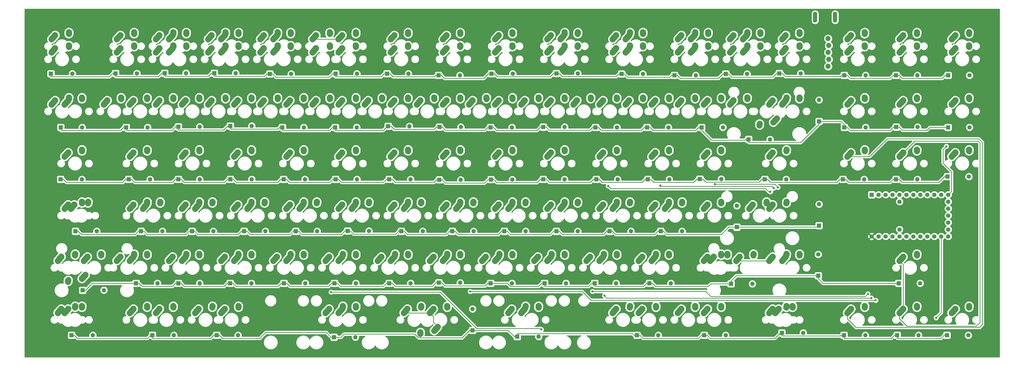
<source format=gtl>
G04 #@! TF.GenerationSoftware,KiCad,Pcbnew,(5.0.0-rc2-dev-733-g23a9fcd91)*
G04 #@! TF.CreationDate,2018-09-05T17:39:10-04:00*
G04 #@! TF.ProjectId,comp1800,636F6D70313830302E6B696361645F70,rev?*
G04 #@! TF.SameCoordinates,Original*
G04 #@! TF.FileFunction,Copper,L1,Top,Signal*
G04 #@! TF.FilePolarity,Positive*
%FSLAX46Y46*%
G04 Gerber Fmt 4.6, Leading zero omitted, Abs format (unit mm)*
G04 Created by KiCad (PCBNEW (5.0.0-rc2-dev-733-g23a9fcd91)) date 09/05/18 17:39:10*
%MOMM*%
%LPD*%
G01*
G04 APERTURE LIST*
%ADD10C,2.250000*%
%ADD11C,2.250000*%
%ADD12C,1.600000*%
%ADD13R,1.600000X1.600000*%
%ADD14C,1.879600*%
%ADD15O,1.500000X4.000000*%
%ADD16C,0.800000*%
%ADD17C,0.250000*%
%ADD18C,0.254000*%
G04 APERTURE END LIST*
D10*
X254932500Y-128560000D03*
D11*
X254912500Y-128850000D02*
X254952500Y-128270000D01*
D10*
X254952500Y-128270000D03*
X249257501Y-130080000D03*
D11*
X248602500Y-130810000D02*
X249912502Y-129350000D01*
D10*
X249912500Y-129350000D03*
X354687500Y-110300000D03*
X354032501Y-111030000D03*
D11*
X353377500Y-111760000D02*
X354687502Y-110300000D01*
D10*
X359727500Y-109220000D03*
X359707500Y-109510000D03*
D11*
X359687500Y-109800000D02*
X359727500Y-109220000D01*
D12*
X353377500Y-100330000D03*
X353377500Y-90170000D03*
X343217500Y-102870000D03*
X345757500Y-102870000D03*
X348297500Y-102870000D03*
X350837500Y-102870000D03*
X353377500Y-102870000D03*
X355917500Y-102870000D03*
X358457500Y-102870000D03*
X360997500Y-102870000D03*
X363537500Y-102870000D03*
X366077500Y-102870000D03*
X368617500Y-102870000D03*
X371157500Y-102870000D03*
X371157500Y-100330000D03*
X371157500Y-97790000D03*
X371157500Y-92710000D03*
X371157500Y-90170000D03*
X371157500Y-87630000D03*
X368617500Y-87630000D03*
X366077500Y-87630000D03*
X363537500Y-87630000D03*
X360997500Y-87630000D03*
X358457500Y-87630000D03*
X355917500Y-87630000D03*
X353377500Y-87630000D03*
X350837500Y-87630000D03*
X348297500Y-87630000D03*
X345757500Y-87630000D03*
D13*
X343217500Y-87630000D03*
D12*
X371157500Y-95250000D03*
D10*
X359707500Y-71410000D03*
D11*
X359687500Y-71700000D02*
X359727500Y-71120000D01*
D10*
X359727500Y-71120000D03*
X354032501Y-72930000D03*
D11*
X353377500Y-73660000D02*
X354687502Y-72200000D01*
D10*
X354687500Y-72200000D03*
X316845000Y-28547500D03*
D11*
X316825000Y-28837500D02*
X316865000Y-28257500D01*
D10*
X316865000Y-28257500D03*
X311170001Y-30067500D03*
D11*
X310515000Y-30797500D02*
X311825002Y-29337500D01*
D10*
X311825000Y-29337500D03*
X212070000Y-28547500D03*
D11*
X212050000Y-28837500D02*
X212090000Y-28257500D01*
D10*
X212090000Y-28257500D03*
X206395001Y-30067500D03*
D11*
X205740000Y-30797500D02*
X207050002Y-29337500D01*
D10*
X207050000Y-29337500D03*
X193020000Y-28547500D03*
D11*
X193000000Y-28837500D02*
X193040000Y-28257500D01*
D10*
X193040000Y-28257500D03*
X187345001Y-30067500D03*
D11*
X186690000Y-30797500D02*
X188000002Y-29337500D01*
D10*
X188000000Y-29337500D03*
X259695000Y-28547500D03*
D11*
X259675000Y-28837500D02*
X259715000Y-28257500D01*
D10*
X259715000Y-28257500D03*
X254020001Y-30067500D03*
D11*
X253365000Y-30797500D02*
X254675002Y-29337500D01*
D10*
X254675000Y-29337500D03*
X121325000Y-29337500D03*
X120670001Y-30067500D03*
D11*
X120015000Y-30797500D02*
X121325002Y-29337500D01*
D10*
X126365000Y-28257500D03*
X126345000Y-28547500D03*
D11*
X126325000Y-28837500D02*
X126365000Y-28257500D01*
D10*
X302557500Y-28547500D03*
D11*
X302537500Y-28837500D02*
X302577500Y-28257500D01*
D10*
X302577500Y-28257500D03*
X296882501Y-30067500D03*
D11*
X296227500Y-30797500D02*
X297537502Y-29337500D01*
D10*
X297537500Y-29337500D03*
X112057500Y-28547500D03*
D11*
X112037500Y-28837500D02*
X112077500Y-28257500D01*
D10*
X112077500Y-28257500D03*
X106382501Y-30067500D03*
D11*
X105727500Y-30797500D02*
X107037502Y-29337500D01*
D10*
X107037500Y-29337500D03*
X254932500Y-28547500D03*
D11*
X254912500Y-28837500D02*
X254952500Y-28257500D01*
D10*
X254952500Y-28257500D03*
X249257501Y-30067500D03*
D11*
X248602500Y-30797500D02*
X249912502Y-29337500D01*
D10*
X249912500Y-29337500D03*
X145395000Y-28547500D03*
D11*
X145375000Y-28837500D02*
X145415000Y-28257500D01*
D10*
X145415000Y-28257500D03*
X139720001Y-30067500D03*
D11*
X139065000Y-30797500D02*
X140375002Y-29337500D01*
D10*
X140375000Y-29337500D03*
X292775000Y-29337500D03*
X292120001Y-30067500D03*
D11*
X291465000Y-30797500D02*
X292775002Y-29337500D01*
D10*
X297815000Y-28257500D03*
X297795000Y-28547500D03*
D11*
X297775000Y-28837500D02*
X297815000Y-28257500D01*
D10*
X173970000Y-28547500D03*
D11*
X173950000Y-28837500D02*
X173990000Y-28257500D01*
D10*
X173990000Y-28257500D03*
X168295001Y-30067500D03*
D11*
X167640000Y-30797500D02*
X168950002Y-29337500D01*
D10*
X168950000Y-29337500D03*
X278745000Y-28547500D03*
D11*
X278725000Y-28837500D02*
X278765000Y-28257500D01*
D10*
X278765000Y-28257500D03*
X273070001Y-30067500D03*
D11*
X272415000Y-30797500D02*
X273725002Y-29337500D01*
D10*
X273725000Y-29337500D03*
X102275000Y-29337500D03*
X101620001Y-30067500D03*
D11*
X100965000Y-30797500D02*
X102275002Y-29337500D01*
D10*
X107315000Y-28257500D03*
X107295000Y-28547500D03*
D11*
X107275000Y-28837500D02*
X107315000Y-28257500D01*
D10*
X88245000Y-28547500D03*
D11*
X88225000Y-28837500D02*
X88265000Y-28257500D01*
D10*
X88265000Y-28257500D03*
X82570001Y-30067500D03*
D11*
X81915000Y-30797500D02*
X83225002Y-29337500D01*
D10*
X83225000Y-29337500D03*
X230862500Y-29337500D03*
X230207501Y-30067500D03*
D11*
X229552500Y-30797500D02*
X230862502Y-29337500D01*
D10*
X235902500Y-28257500D03*
X235882500Y-28547500D03*
D11*
X235862500Y-28837500D02*
X235902500Y-28257500D01*
D10*
X93007500Y-28547500D03*
D11*
X92987500Y-28837500D02*
X93027500Y-28257500D01*
D10*
X93027500Y-28257500D03*
X87332501Y-30067500D03*
D11*
X86677500Y-30797500D02*
X87987502Y-29337500D01*
D10*
X87987500Y-29337500D03*
X226100000Y-29337500D03*
X225445001Y-30067500D03*
D11*
X224790000Y-30797500D02*
X226100002Y-29337500D01*
D10*
X231140000Y-28257500D03*
X231120000Y-28547500D03*
D11*
X231100000Y-28837500D02*
X231140000Y-28257500D01*
D10*
X126087500Y-29337500D03*
X125432501Y-30067500D03*
D11*
X124777500Y-30797500D02*
X126087502Y-29337500D01*
D10*
X131127500Y-28257500D03*
X131107500Y-28547500D03*
D11*
X131087500Y-28837500D02*
X131127500Y-28257500D01*
D10*
X149900000Y-29337500D03*
X149245001Y-30067500D03*
D11*
X148590000Y-30797500D02*
X149900002Y-29337500D01*
D10*
X154940000Y-28257500D03*
X154920000Y-28547500D03*
D11*
X154900000Y-28837500D02*
X154940000Y-28257500D01*
D10*
X283507500Y-28547500D03*
D11*
X283487500Y-28837500D02*
X283527500Y-28257500D01*
D10*
X283527500Y-28257500D03*
X277832501Y-30067500D03*
D11*
X277177500Y-30797500D02*
X278487502Y-29337500D01*
D10*
X278487500Y-29337500D03*
X83225000Y-34100000D03*
X82570001Y-34830000D03*
D11*
X81915000Y-35560000D02*
X83225002Y-34100000D01*
D10*
X88265000Y-33020000D03*
X88245000Y-33310000D03*
D11*
X88225000Y-33600000D02*
X88265000Y-33020000D01*
D10*
X107295000Y-33310000D03*
D11*
X107275000Y-33600000D02*
X107315000Y-33020000D01*
D10*
X107315000Y-33020000D03*
X101620001Y-34830000D03*
D11*
X100965000Y-35560000D02*
X102275002Y-34100000D01*
D10*
X102275000Y-34100000D03*
X126345000Y-33310000D03*
D11*
X126325000Y-33600000D02*
X126365000Y-33020000D01*
D10*
X126365000Y-33020000D03*
X120670001Y-34830000D03*
D11*
X120015000Y-35560000D02*
X121325002Y-34100000D01*
D10*
X121325000Y-34100000D03*
X140375000Y-34100000D03*
X139720001Y-34830000D03*
D11*
X139065000Y-35560000D02*
X140375002Y-34100000D01*
D10*
X145415000Y-33020000D03*
X145395000Y-33310000D03*
D11*
X145375000Y-33600000D02*
X145415000Y-33020000D01*
D10*
X154920000Y-33310000D03*
D11*
X154900000Y-33600000D02*
X154940000Y-33020000D01*
D10*
X154940000Y-33020000D03*
X149245001Y-34830000D03*
D11*
X148590000Y-35560000D02*
X149900002Y-34100000D01*
D10*
X149900000Y-34100000D03*
X335637500Y-34100000D03*
X334982501Y-34830000D03*
D11*
X334327500Y-35560000D02*
X335637502Y-34100000D01*
D10*
X340677500Y-33020000D03*
X340657500Y-33310000D03*
D11*
X340637500Y-33600000D02*
X340677500Y-33020000D01*
D10*
X378757500Y-33310000D03*
D11*
X378737500Y-33600000D02*
X378777500Y-33020000D01*
D10*
X378777500Y-33020000D03*
X373082501Y-34830000D03*
D11*
X372427500Y-35560000D02*
X373737502Y-34100000D01*
D10*
X373737500Y-34100000D03*
X359707500Y-33310000D03*
D11*
X359687500Y-33600000D02*
X359727500Y-33020000D01*
D10*
X359727500Y-33020000D03*
X354032501Y-34830000D03*
D11*
X353377500Y-35560000D02*
X354687502Y-34100000D01*
D10*
X354687500Y-34100000D03*
X278487500Y-34100000D03*
X277832501Y-34830000D03*
D11*
X277177500Y-35560000D02*
X278487502Y-34100000D01*
D10*
X283527500Y-33020000D03*
X283507500Y-33310000D03*
D11*
X283487500Y-33600000D02*
X283527500Y-33020000D01*
D10*
X297795000Y-33310000D03*
D11*
X297775000Y-33600000D02*
X297815000Y-33020000D01*
D10*
X297815000Y-33020000D03*
X292120001Y-34830000D03*
D11*
X291465000Y-35560000D02*
X292775002Y-34100000D01*
D10*
X292775000Y-34100000D03*
X131107500Y-33310000D03*
D11*
X131087500Y-33600000D02*
X131127500Y-33020000D01*
D10*
X131127500Y-33020000D03*
X125432501Y-34830000D03*
D11*
X124777500Y-35560000D02*
X126087502Y-34100000D01*
D10*
X126087500Y-34100000D03*
X107037500Y-34100000D03*
X106382501Y-34830000D03*
D11*
X105727500Y-35560000D02*
X107037502Y-34100000D01*
D10*
X112077500Y-33020000D03*
X112057500Y-33310000D03*
D11*
X112037500Y-33600000D02*
X112077500Y-33020000D01*
D10*
X311825000Y-34100000D03*
X311170001Y-34830000D03*
D11*
X310515000Y-35560000D02*
X311825002Y-34100000D01*
D10*
X316865000Y-33020000D03*
X316845000Y-33310000D03*
D11*
X316825000Y-33600000D02*
X316865000Y-33020000D01*
D10*
X297537500Y-34100000D03*
X296882501Y-34830000D03*
D11*
X296227500Y-35560000D02*
X297537502Y-34100000D01*
D10*
X302577500Y-33020000D03*
X302557500Y-33310000D03*
D11*
X302537500Y-33600000D02*
X302577500Y-33020000D01*
D10*
X231120000Y-33310000D03*
D11*
X231100000Y-33600000D02*
X231140000Y-33020000D01*
D10*
X231140000Y-33020000D03*
X225445001Y-34830000D03*
D11*
X224790000Y-35560000D02*
X226100002Y-34100000D01*
D10*
X226100000Y-34100000D03*
X235882500Y-33310000D03*
D11*
X235862500Y-33600000D02*
X235902500Y-33020000D01*
D10*
X235902500Y-33020000D03*
X230207501Y-34830000D03*
D11*
X229552500Y-35560000D02*
X230862502Y-34100000D01*
D10*
X230862500Y-34100000D03*
X87987500Y-34100000D03*
X87332501Y-34830000D03*
D11*
X86677500Y-35560000D02*
X87987502Y-34100000D01*
D10*
X93027500Y-33020000D03*
X93007500Y-33310000D03*
D11*
X92987500Y-33600000D02*
X93027500Y-33020000D01*
D10*
X254675000Y-34100000D03*
X254020001Y-34830000D03*
D11*
X253365000Y-35560000D02*
X254675002Y-34100000D01*
D10*
X259715000Y-33020000D03*
X259695000Y-33310000D03*
D11*
X259675000Y-33600000D02*
X259715000Y-33020000D01*
D10*
X73957500Y-33310000D03*
D11*
X73937500Y-33600000D02*
X73977500Y-33020000D01*
D10*
X73977500Y-33020000D03*
X68282501Y-34830000D03*
D11*
X67627500Y-35560000D02*
X68937502Y-34100000D01*
D10*
X68937500Y-34100000D03*
X188000000Y-34100000D03*
X187345001Y-34830000D03*
D11*
X186690000Y-35560000D02*
X188000002Y-34100000D01*
D10*
X193040000Y-33020000D03*
X193020000Y-33310000D03*
D11*
X193000000Y-33600000D02*
X193040000Y-33020000D01*
D10*
X273725000Y-34100000D03*
X273070001Y-34830000D03*
D11*
X272415000Y-35560000D02*
X273725002Y-34100000D01*
D10*
X278765000Y-33020000D03*
X278745000Y-33310000D03*
D11*
X278725000Y-33600000D02*
X278765000Y-33020000D01*
D10*
X168950000Y-34100000D03*
X168295001Y-34830000D03*
D11*
X167640000Y-35560000D02*
X168950002Y-34100000D01*
D10*
X173990000Y-33020000D03*
X173970000Y-33310000D03*
D11*
X173950000Y-33600000D02*
X173990000Y-33020000D01*
D10*
X207050000Y-34100000D03*
X206395001Y-34830000D03*
D11*
X205740000Y-35560000D02*
X207050002Y-34100000D01*
D10*
X212090000Y-33020000D03*
X212070000Y-33310000D03*
D11*
X212050000Y-33600000D02*
X212090000Y-33020000D01*
D10*
X249912500Y-34100000D03*
X249257501Y-34830000D03*
D11*
X248602500Y-35560000D02*
X249912502Y-34100000D01*
D10*
X254952500Y-33020000D03*
X254932500Y-33310000D03*
D11*
X254912500Y-33600000D02*
X254952500Y-33020000D01*
D10*
X50145000Y-33310000D03*
D11*
X50125000Y-33600000D02*
X50165000Y-33020000D01*
D10*
X50165000Y-33020000D03*
X44470001Y-34830000D03*
D11*
X43815000Y-35560000D02*
X45125002Y-34100000D01*
D10*
X45125000Y-34100000D03*
X173712500Y-129350000D03*
X173057501Y-130080000D03*
D11*
X172402500Y-130810000D02*
X173712502Y-129350000D01*
D10*
X178752500Y-128270000D03*
X178732500Y-128560000D03*
D11*
X178712500Y-128850000D02*
X178752500Y-128270000D01*
D10*
X254932500Y-90460000D03*
D11*
X254912500Y-90750000D02*
X254952500Y-90170000D01*
D10*
X254952500Y-90170000D03*
X249257501Y-91980000D03*
D11*
X248602500Y-92710000D02*
X249912502Y-91250000D01*
D10*
X249912500Y-91250000D03*
X83482500Y-90460000D03*
D11*
X83462500Y-90750000D02*
X83502500Y-90170000D01*
D10*
X83502500Y-90170000D03*
X77807501Y-91980000D03*
D11*
X77152500Y-92710000D02*
X78462502Y-91250000D01*
D10*
X78462500Y-91250000D03*
X164187500Y-110300000D03*
X163532501Y-111030000D03*
D11*
X162877500Y-111760000D02*
X164187502Y-110300000D01*
D10*
X169227500Y-109220000D03*
X169207500Y-109510000D03*
D11*
X169187500Y-109800000D02*
X169227500Y-109220000D01*
D10*
X131107500Y-109510000D03*
D11*
X131087500Y-109800000D02*
X131127500Y-109220000D01*
D10*
X131127500Y-109220000D03*
X125432501Y-111030000D03*
D11*
X124777500Y-111760000D02*
X126087502Y-110300000D01*
D10*
X126087500Y-110300000D03*
X116562500Y-91250000D03*
X115907501Y-91980000D03*
D11*
X115252500Y-92710000D02*
X116562502Y-91250000D01*
D10*
X121602500Y-90170000D03*
X121582500Y-90460000D03*
D11*
X121562500Y-90750000D02*
X121602500Y-90170000D01*
D10*
X111800000Y-72200000D03*
X111145001Y-72930000D03*
D11*
X110490000Y-73660000D02*
X111800002Y-72200000D01*
D10*
X116840000Y-71120000D03*
X116820000Y-71410000D03*
D11*
X116800000Y-71700000D02*
X116840000Y-71120000D01*
D10*
X135612500Y-91250000D03*
X134957501Y-91980000D03*
D11*
X134302500Y-92710000D02*
X135612502Y-91250000D01*
D10*
X140652500Y-90170000D03*
X140632500Y-90460000D03*
D11*
X140612500Y-90750000D02*
X140652500Y-90170000D01*
D10*
X154662500Y-91250000D03*
X154007501Y-91980000D03*
D11*
X153352500Y-92710000D02*
X154662502Y-91250000D01*
D10*
X159702500Y-90170000D03*
X159682500Y-90460000D03*
D11*
X159662500Y-90750000D02*
X159702500Y-90170000D01*
D10*
X173712500Y-91250000D03*
X173057501Y-91980000D03*
D11*
X172402500Y-92710000D02*
X173712502Y-91250000D01*
D10*
X178752500Y-90170000D03*
X178732500Y-90460000D03*
D11*
X178712500Y-90750000D02*
X178752500Y-90170000D01*
D10*
X207050000Y-72200000D03*
X206395001Y-72930000D03*
D11*
X205740000Y-73660000D02*
X207050002Y-72200000D01*
D10*
X212090000Y-71120000D03*
X212070000Y-71410000D03*
D11*
X212050000Y-71700000D02*
X212090000Y-71120000D01*
D10*
X197782500Y-90460000D03*
D11*
X197762500Y-90750000D02*
X197802500Y-90170000D01*
D10*
X197802500Y-90170000D03*
X192107501Y-91980000D03*
D11*
X191452500Y-92710000D02*
X192762502Y-91250000D01*
D10*
X192762500Y-91250000D03*
X245407500Y-109510000D03*
D11*
X245387500Y-109800000D02*
X245427500Y-109220000D01*
D10*
X245427500Y-109220000D03*
X239732501Y-111030000D03*
D11*
X239077500Y-111760000D02*
X240387502Y-110300000D01*
D10*
X240387500Y-110300000D03*
X221337500Y-110300000D03*
X220682501Y-111030000D03*
D11*
X220027500Y-111760000D02*
X221337502Y-110300000D01*
D10*
X226377500Y-109220000D03*
X226357500Y-109510000D03*
D11*
X226337500Y-109800000D02*
X226377500Y-109220000D01*
D10*
X240645000Y-52360000D03*
D11*
X240625000Y-52650000D02*
X240665000Y-52070000D01*
D10*
X240665000Y-52070000D03*
X234970001Y-53880000D03*
D11*
X234315000Y-54610000D02*
X235625002Y-53150000D01*
D10*
X235625000Y-53150000D03*
X69195000Y-52360000D03*
D11*
X69175000Y-52650000D02*
X69215000Y-52070000D01*
D10*
X69215000Y-52070000D03*
X63520001Y-53880000D03*
D11*
X62865000Y-54610000D02*
X64175002Y-53150000D01*
D10*
X64175000Y-53150000D03*
X211812500Y-91250000D03*
X211157501Y-91980000D03*
D11*
X210502500Y-92710000D02*
X211812502Y-91250000D01*
D10*
X216852500Y-90170000D03*
X216832500Y-90460000D03*
D11*
X216812500Y-90750000D02*
X216852500Y-90170000D01*
D10*
X83225000Y-53150000D03*
X82570001Y-53880000D03*
D11*
X81915000Y-54610000D02*
X83225002Y-53150000D01*
D10*
X88265000Y-52070000D03*
X88245000Y-52360000D03*
D11*
X88225000Y-52650000D02*
X88265000Y-52070000D01*
D10*
X107295000Y-52360000D03*
D11*
X107275000Y-52650000D02*
X107315000Y-52070000D01*
D10*
X107315000Y-52070000D03*
X101620001Y-53880000D03*
D11*
X100965000Y-54610000D02*
X102275002Y-53150000D01*
D10*
X102275000Y-53150000D03*
X121325000Y-53150000D03*
X120670001Y-53880000D03*
D11*
X120015000Y-54610000D02*
X121325002Y-53150000D01*
D10*
X126365000Y-52070000D03*
X126345000Y-52360000D03*
D11*
X126325000Y-52650000D02*
X126365000Y-52070000D01*
D10*
X140375000Y-53150000D03*
X139720001Y-53880000D03*
D11*
X139065000Y-54610000D02*
X140375002Y-53150000D01*
D10*
X145415000Y-52070000D03*
X145395000Y-52360000D03*
D11*
X145375000Y-52650000D02*
X145415000Y-52070000D01*
D10*
X159425000Y-53150000D03*
X158770001Y-53880000D03*
D11*
X158115000Y-54610000D02*
X159425002Y-53150000D01*
D10*
X164465000Y-52070000D03*
X164445000Y-52360000D03*
D11*
X164425000Y-52650000D02*
X164465000Y-52070000D01*
D10*
X178475000Y-53150000D03*
X177820001Y-53880000D03*
D11*
X177165000Y-54610000D02*
X178475002Y-53150000D01*
D10*
X183515000Y-52070000D03*
X183495000Y-52360000D03*
D11*
X183475000Y-52650000D02*
X183515000Y-52070000D01*
D10*
X202545000Y-52360000D03*
D11*
X202525000Y-52650000D02*
X202565000Y-52070000D01*
D10*
X202565000Y-52070000D03*
X196870001Y-53880000D03*
D11*
X196215000Y-54610000D02*
X197525002Y-53150000D01*
D10*
X197525000Y-53150000D03*
X216575000Y-53150000D03*
X215920001Y-53880000D03*
D11*
X215265000Y-54610000D02*
X216575002Y-53150000D01*
D10*
X221615000Y-52070000D03*
X221595000Y-52360000D03*
D11*
X221575000Y-52650000D02*
X221615000Y-52070000D01*
D10*
X264200000Y-72200000D03*
X263545001Y-72930000D03*
D11*
X262890000Y-73660000D02*
X264200002Y-72200000D01*
D10*
X269240000Y-71120000D03*
X269220000Y-71410000D03*
D11*
X269200000Y-71700000D02*
X269240000Y-71120000D01*
D10*
X288270000Y-71410000D03*
D11*
X288250000Y-71700000D02*
X288290000Y-71120000D01*
D10*
X288290000Y-71120000D03*
X282595001Y-72930000D03*
D11*
X281940000Y-73660000D02*
X283250002Y-72200000D01*
D10*
X283250000Y-72200000D03*
X268962500Y-91250000D03*
X268307501Y-91980000D03*
D11*
X267652500Y-92710000D02*
X268962502Y-91250000D01*
D10*
X274002500Y-90170000D03*
X273982500Y-90460000D03*
D11*
X273962500Y-90750000D02*
X274002500Y-90170000D01*
D10*
X378757500Y-52360000D03*
D11*
X378737500Y-52650000D02*
X378777500Y-52070000D01*
D10*
X378777500Y-52070000D03*
X373082501Y-53880000D03*
D11*
X372427500Y-54610000D02*
X373737502Y-53150000D01*
D10*
X373737500Y-53150000D03*
X254675000Y-53150000D03*
X254020001Y-53880000D03*
D11*
X253365000Y-54610000D02*
X254675002Y-53150000D01*
D10*
X259715000Y-52070000D03*
X259695000Y-52360000D03*
D11*
X259675000Y-52650000D02*
X259715000Y-52070000D01*
D10*
X373737500Y-129350000D03*
X373082501Y-130080000D03*
D11*
X372427500Y-130810000D02*
X373737502Y-129350000D01*
D10*
X378777500Y-128270000D03*
X378757500Y-128560000D03*
D11*
X378737500Y-128850000D02*
X378777500Y-128270000D01*
D10*
X264457500Y-109510000D03*
D11*
X264437500Y-109800000D02*
X264477500Y-109220000D01*
D10*
X264477500Y-109220000D03*
X258782501Y-111030000D03*
D11*
X258127500Y-111760000D02*
X259437502Y-110300000D01*
D10*
X259437500Y-110300000D03*
X359707500Y-52360000D03*
D11*
X359687500Y-52650000D02*
X359727500Y-52070000D01*
D10*
X359727500Y-52070000D03*
X354032501Y-53880000D03*
D11*
X353377500Y-54610000D02*
X354687502Y-53150000D01*
D10*
X354687500Y-53150000D03*
X290532500Y-109510000D03*
D11*
X290512500Y-109800000D02*
X290552500Y-109220000D01*
D10*
X290552500Y-109220000D03*
X284857501Y-111030000D03*
D11*
X284202500Y-111760000D02*
X285512502Y-110300000D01*
D10*
X285512500Y-110300000D03*
X340657500Y-128560000D03*
D11*
X340637500Y-128850000D02*
X340677500Y-128270000D01*
D10*
X340677500Y-128270000D03*
X334982501Y-130080000D03*
D11*
X334327500Y-130810000D02*
X335637502Y-129350000D01*
D10*
X335637500Y-129350000D03*
X354687500Y-129350000D03*
X354032501Y-130080000D03*
D11*
X353377500Y-130810000D02*
X354687502Y-129350000D01*
D10*
X359727500Y-128270000D03*
X359707500Y-128560000D03*
D11*
X359687500Y-128850000D02*
X359727500Y-128270000D01*
D10*
X340657500Y-71410000D03*
D11*
X340637500Y-71700000D02*
X340677500Y-71120000D01*
D10*
X340677500Y-71120000D03*
X334982501Y-72930000D03*
D11*
X334327500Y-73660000D02*
X335637502Y-72200000D01*
D10*
X335637500Y-72200000D03*
X378757500Y-71410000D03*
D11*
X378737500Y-71700000D02*
X378777500Y-71120000D01*
D10*
X378777500Y-71120000D03*
X373082501Y-72930000D03*
D11*
X372427500Y-73660000D02*
X373737502Y-72200000D01*
D10*
X373737500Y-72200000D03*
X278745000Y-52360000D03*
D11*
X278725000Y-52650000D02*
X278765000Y-52070000D01*
D10*
X278765000Y-52070000D03*
X273070001Y-53880000D03*
D11*
X272415000Y-54610000D02*
X273725002Y-53150000D01*
D10*
X273725000Y-53150000D03*
X107037500Y-129350000D03*
X106382501Y-130080000D03*
D11*
X105727500Y-130810000D02*
X107037502Y-129350000D01*
D10*
X112077500Y-128270000D03*
X112057500Y-128560000D03*
D11*
X112037500Y-128850000D02*
X112077500Y-128270000D01*
D10*
X102532500Y-128560000D03*
D11*
X102512500Y-128850000D02*
X102552500Y-128270000D01*
D10*
X102552500Y-128270000D03*
X96857501Y-130080000D03*
D11*
X96202500Y-130810000D02*
X97512502Y-129350000D01*
D10*
X97512500Y-129350000D03*
X309285000Y-129350000D03*
X308630001Y-130080000D03*
D11*
X307975000Y-130810000D02*
X309285002Y-129350000D01*
D10*
X314325000Y-128270000D03*
X314305000Y-128560000D03*
D11*
X314285000Y-128850000D02*
X314325000Y-128270000D01*
D10*
X307062500Y-129350000D03*
X306407501Y-130080000D03*
D11*
X305752500Y-130810000D02*
X307062502Y-129350000D01*
D10*
X312102500Y-128270000D03*
X312082500Y-128560000D03*
D11*
X312062500Y-128850000D02*
X312102500Y-128270000D01*
D10*
X311825000Y-53150000D03*
X311170001Y-53880000D03*
D11*
X310515000Y-54610000D02*
X311825002Y-53150000D01*
D10*
X316865000Y-52070000D03*
X316845000Y-52360000D03*
D11*
X316825000Y-52650000D02*
X316865000Y-52070000D01*
D10*
X57170000Y-90460000D03*
D11*
X57150000Y-90750000D02*
X57190000Y-90170000D01*
D10*
X57190000Y-90170000D03*
X51495001Y-91980000D03*
D11*
X50840000Y-92710000D02*
X52150002Y-91250000D01*
D10*
X52150000Y-91250000D03*
X47387500Y-129350000D03*
X46732501Y-130080000D03*
D11*
X46077500Y-130810000D02*
X47387502Y-129350000D01*
D10*
X52427500Y-128270000D03*
X52407500Y-128560000D03*
D11*
X52387500Y-128850000D02*
X52427500Y-128270000D01*
D10*
X54907500Y-128560000D03*
D11*
X54887500Y-128850000D02*
X54927500Y-128270000D01*
D10*
X54927500Y-128270000D03*
X49232501Y-130080000D03*
D11*
X48577500Y-130810000D02*
X49887502Y-129350000D01*
D10*
X49887500Y-129350000D03*
X259437500Y-129350000D03*
X258782501Y-130080000D03*
D11*
X258127500Y-130810000D02*
X259437502Y-129350000D01*
D10*
X264477500Y-128270000D03*
X264457500Y-128560000D03*
D11*
X264437500Y-128850000D02*
X264477500Y-128270000D01*
D10*
X297795000Y-52360000D03*
D11*
X297775000Y-52650000D02*
X297815000Y-52070000D01*
D10*
X297815000Y-52070000D03*
X292120001Y-53880000D03*
D11*
X291465000Y-54610000D02*
X292775002Y-53150000D01*
D10*
X292775000Y-53150000D03*
X304820000Y-90460000D03*
D11*
X304800000Y-90750000D02*
X304840000Y-90170000D01*
D10*
X304840000Y-90170000D03*
X299145001Y-91980000D03*
D11*
X298490000Y-92710000D02*
X299800002Y-91250000D01*
D10*
X299800000Y-91250000D03*
X45125000Y-29337500D03*
X44470001Y-30067500D03*
D11*
X43815000Y-30797500D02*
X45125002Y-29337500D01*
D10*
X50165000Y-28257500D03*
X50145000Y-28547500D03*
D11*
X50125000Y-28837500D02*
X50165000Y-28257500D01*
D10*
X68937500Y-29337500D03*
X68282501Y-30067500D03*
D11*
X67627500Y-30797500D02*
X68937502Y-29337500D01*
D10*
X73977500Y-28257500D03*
X73957500Y-28547500D03*
D11*
X73937500Y-28837500D02*
X73977500Y-28257500D01*
D10*
X311825000Y-110300000D03*
X311170001Y-111030000D03*
D11*
X310515000Y-111760000D02*
X311825002Y-110300000D01*
D10*
X316865000Y-109220000D03*
X316845000Y-109510000D03*
D11*
X316825000Y-109800000D02*
X316865000Y-109220000D01*
D10*
X68937500Y-110300000D03*
X68282501Y-111030000D03*
D11*
X67627500Y-111760000D02*
X68937502Y-110300000D01*
D10*
X73977500Y-109220000D03*
X73957500Y-109510000D03*
D11*
X73937500Y-109800000D02*
X73977500Y-109220000D01*
D10*
X340657500Y-52360000D03*
D11*
X340637500Y-52650000D02*
X340677500Y-52070000D01*
D10*
X340677500Y-52070000D03*
X334982501Y-53880000D03*
D11*
X334327500Y-54610000D02*
X335637502Y-53150000D01*
D10*
X335637500Y-53150000D03*
X373737500Y-29337500D03*
X373082501Y-30067500D03*
D11*
X372427500Y-30797500D02*
X373737502Y-29337500D01*
D10*
X378777500Y-28257500D03*
X378757500Y-28547500D03*
D11*
X378737500Y-28837500D02*
X378777500Y-28257500D01*
D10*
X340657500Y-28547500D03*
D11*
X340637500Y-28837500D02*
X340677500Y-28257500D01*
D10*
X340677500Y-28257500D03*
X334982501Y-30067500D03*
D11*
X334327500Y-30797500D02*
X335637502Y-29337500D01*
D10*
X335637500Y-29337500D03*
X354687500Y-29337500D03*
X354032501Y-30067500D03*
D11*
X353377500Y-30797500D02*
X354687502Y-29337500D01*
D10*
X359727500Y-28257500D03*
X359707500Y-28547500D03*
D11*
X359687500Y-28837500D02*
X359727500Y-28257500D01*
D10*
X61932500Y-109510000D03*
D11*
X61912500Y-109800000D02*
X61952500Y-109220000D01*
D10*
X61952500Y-109220000D03*
X56257501Y-111030000D03*
D11*
X55602500Y-111760000D02*
X56912502Y-110300000D01*
D10*
X56912500Y-110300000D03*
X52407500Y-109510000D03*
D11*
X52387500Y-109800000D02*
X52427500Y-109220000D01*
D10*
X52427500Y-109220000D03*
X46732501Y-111030000D03*
D11*
X46077500Y-111760000D02*
X47387502Y-110300000D01*
D10*
X47387500Y-110300000D03*
X295037500Y-110300000D03*
X294382501Y-111030000D03*
D11*
X293727500Y-111760000D02*
X295037502Y-110300000D01*
D10*
X300077500Y-109220000D03*
X300057500Y-109510000D03*
D11*
X300037500Y-109800000D02*
X300077500Y-109220000D01*
D10*
X154920000Y-128560000D03*
D11*
X154900000Y-128850000D02*
X154940000Y-128270000D01*
D10*
X154940000Y-128270000D03*
X149245001Y-130080000D03*
D11*
X148590000Y-130810000D02*
X149900002Y-129350000D01*
D10*
X149900000Y-129350000D03*
X150157500Y-128560000D03*
D11*
X150137500Y-128850000D02*
X150177500Y-128270000D01*
D10*
X150177500Y-128270000D03*
X144482501Y-130080000D03*
D11*
X143827500Y-130810000D02*
X145137502Y-129350000D01*
D10*
X145137500Y-129350000D03*
X188257500Y-128560000D03*
D11*
X188237500Y-128850000D02*
X188277500Y-128270000D01*
D10*
X188277500Y-128270000D03*
X182582501Y-130080000D03*
D11*
X181927500Y-130810000D02*
X183237502Y-129350000D01*
D10*
X183237500Y-129350000D03*
X216832500Y-128560000D03*
D11*
X216812500Y-128850000D02*
X216852500Y-128270000D01*
D10*
X216852500Y-128270000D03*
X211157501Y-130080000D03*
D11*
X210502500Y-130810000D02*
X211812502Y-129350000D01*
D10*
X211812500Y-129350000D03*
X216575000Y-129350000D03*
X215920001Y-130080000D03*
D11*
X215265000Y-130810000D02*
X216575002Y-129350000D01*
D10*
X221615000Y-128270000D03*
X221595000Y-128560000D03*
D11*
X221575000Y-128850000D02*
X221615000Y-128270000D01*
D10*
X54907500Y-71410000D03*
D11*
X54887500Y-71700000D02*
X54927500Y-71120000D01*
D10*
X54927500Y-71120000D03*
X49232501Y-72930000D03*
D11*
X48577500Y-73660000D02*
X49887502Y-72200000D01*
D10*
X49887500Y-72200000D03*
X50145000Y-52360000D03*
D11*
X50125000Y-52650000D02*
X50165000Y-52070000D01*
D10*
X50165000Y-52070000D03*
X44470001Y-53880000D03*
D11*
X43815000Y-54610000D02*
X45125002Y-53150000D01*
D10*
X45125000Y-53150000D03*
X88245000Y-128560000D03*
D11*
X88225000Y-128850000D02*
X88265000Y-128270000D01*
D10*
X88265000Y-128270000D03*
X82570001Y-130080000D03*
D11*
X81915000Y-130810000D02*
X83225002Y-129350000D01*
D10*
X83225000Y-129350000D03*
X78720000Y-128560000D03*
D11*
X78700000Y-128850000D02*
X78740000Y-128270000D01*
D10*
X78740000Y-128270000D03*
X73045001Y-130080000D03*
D11*
X72390000Y-130810000D02*
X73700002Y-129350000D01*
D10*
X73700000Y-129350000D03*
X278745000Y-128560000D03*
D11*
X278725000Y-128850000D02*
X278765000Y-128270000D01*
D10*
X278765000Y-128270000D03*
X273070001Y-130080000D03*
D11*
X272415000Y-130810000D02*
X273725002Y-129350000D01*
D10*
X273725000Y-129350000D03*
X283250000Y-129350000D03*
X282595001Y-130080000D03*
D11*
X281940000Y-130810000D02*
X283250002Y-129350000D01*
D10*
X288290000Y-128270000D03*
X288270000Y-128560000D03*
D11*
X288250000Y-128850000D02*
X288290000Y-128270000D01*
D10*
X230862500Y-91250000D03*
X230207501Y-91980000D03*
D11*
X229552500Y-92710000D02*
X230862502Y-91250000D01*
D10*
X235902500Y-90170000D03*
X235882500Y-90460000D03*
D11*
X235862500Y-90750000D02*
X235902500Y-90170000D01*
D10*
X207307500Y-109510000D03*
D11*
X207287500Y-109800000D02*
X207327500Y-109220000D01*
D10*
X207327500Y-109220000D03*
X201632501Y-111030000D03*
D11*
X200977500Y-111760000D02*
X202287502Y-110300000D01*
D10*
X202287500Y-110300000D03*
X183237500Y-110300000D03*
X182582501Y-111030000D03*
D11*
X181927500Y-111760000D02*
X183237502Y-110300000D01*
D10*
X188277500Y-109220000D03*
X188257500Y-109510000D03*
D11*
X188237500Y-109800000D02*
X188277500Y-109220000D01*
D10*
X231120000Y-71410000D03*
D11*
X231100000Y-71700000D02*
X231140000Y-71120000D01*
D10*
X231140000Y-71120000D03*
X225445001Y-72930000D03*
D11*
X224790000Y-73660000D02*
X226100002Y-72200000D01*
D10*
X226100000Y-72200000D03*
X73700000Y-72200000D03*
X73045001Y-72930000D03*
D11*
X72390000Y-73660000D02*
X73700002Y-72200000D01*
D10*
X78740000Y-71120000D03*
X78720000Y-71410000D03*
D11*
X78700000Y-71700000D02*
X78740000Y-71120000D01*
D10*
X130850000Y-72200000D03*
X130195001Y-72930000D03*
D11*
X129540000Y-73660000D02*
X130850002Y-72200000D01*
D10*
X135890000Y-71120000D03*
X135870000Y-71410000D03*
D11*
X135850000Y-71700000D02*
X135890000Y-71120000D01*
D10*
X102532500Y-90460000D03*
D11*
X102512500Y-90750000D02*
X102552500Y-90170000D01*
D10*
X102552500Y-90170000D03*
X96857501Y-91980000D03*
D11*
X96202500Y-92710000D02*
X97512502Y-91250000D01*
D10*
X97512500Y-91250000D03*
X149900000Y-72200000D03*
X149245001Y-72930000D03*
D11*
X148590000Y-73660000D02*
X149900002Y-72200000D01*
D10*
X154940000Y-71120000D03*
X154920000Y-71410000D03*
D11*
X154900000Y-71700000D02*
X154940000Y-71120000D01*
D10*
X188000000Y-72200000D03*
X187345001Y-72930000D03*
D11*
X186690000Y-73660000D02*
X188000002Y-72200000D01*
D10*
X193040000Y-71120000D03*
X193020000Y-71410000D03*
D11*
X193000000Y-71700000D02*
X193040000Y-71120000D01*
D10*
X145137500Y-110300000D03*
X144482501Y-111030000D03*
D11*
X143827500Y-111760000D02*
X145137502Y-110300000D01*
D10*
X150177500Y-109220000D03*
X150157500Y-109510000D03*
D11*
X150137500Y-109800000D02*
X150177500Y-109220000D01*
D10*
X92750000Y-72200000D03*
X92095001Y-72930000D03*
D11*
X91440000Y-73660000D02*
X92750002Y-72200000D01*
D10*
X97790000Y-71120000D03*
X97770000Y-71410000D03*
D11*
X97750000Y-71700000D02*
X97790000Y-71120000D01*
D10*
X107037500Y-110300000D03*
X106382501Y-111030000D03*
D11*
X105727500Y-111760000D02*
X107037502Y-110300000D01*
D10*
X112077500Y-109220000D03*
X112057500Y-109510000D03*
D11*
X112037500Y-109800000D02*
X112077500Y-109220000D01*
D10*
X168950000Y-72200000D03*
X168295001Y-72930000D03*
D11*
X167640000Y-73660000D02*
X168950002Y-72200000D01*
D10*
X173990000Y-71120000D03*
X173970000Y-71410000D03*
D11*
X173950000Y-71700000D02*
X173990000Y-71120000D01*
D10*
X93007500Y-109510000D03*
D11*
X92987500Y-109800000D02*
X93027500Y-109220000D01*
D10*
X93027500Y-109220000D03*
X87332501Y-111030000D03*
D11*
X86677500Y-111760000D02*
X87987502Y-110300000D01*
D10*
X87987500Y-110300000D03*
X250170000Y-71410000D03*
D11*
X250150000Y-71700000D02*
X250190000Y-71120000D01*
D10*
X250190000Y-71120000D03*
X244495001Y-72930000D03*
D11*
X243840000Y-73660000D02*
X245150002Y-72200000D01*
D10*
X245150000Y-72200000D03*
X312082500Y-71410000D03*
D11*
X312062500Y-71700000D02*
X312102500Y-71120000D01*
D10*
X312102500Y-71120000D03*
X306407501Y-72930000D03*
D11*
X305752500Y-73660000D02*
X307062502Y-72200000D01*
D10*
X307062500Y-72200000D03*
X245150000Y-91250000D03*
X244495001Y-91980000D03*
D11*
X243840000Y-92710000D02*
X245150002Y-91250000D01*
D10*
X250190000Y-90170000D03*
X250170000Y-90460000D03*
D11*
X250150000Y-90750000D02*
X250190000Y-90170000D01*
D10*
X73700000Y-91250000D03*
X73045001Y-91980000D03*
D11*
X72390000Y-92710000D02*
X73700002Y-91250000D01*
D10*
X78740000Y-90170000D03*
X78720000Y-90460000D03*
D11*
X78700000Y-90750000D02*
X78740000Y-90170000D01*
D10*
X168950000Y-110300000D03*
X168295001Y-111030000D03*
D11*
X167640000Y-111760000D02*
X168950002Y-110300000D01*
D10*
X173990000Y-109220000D03*
X173970000Y-109510000D03*
D11*
X173950000Y-109800000D02*
X173990000Y-109220000D01*
D10*
X130850000Y-110300000D03*
X130195001Y-111030000D03*
D11*
X129540000Y-111760000D02*
X130850002Y-110300000D01*
D10*
X135890000Y-109220000D03*
X135870000Y-109510000D03*
D11*
X135850000Y-109800000D02*
X135890000Y-109220000D01*
D10*
X116820000Y-90460000D03*
D11*
X116800000Y-90750000D02*
X116840000Y-90170000D01*
D10*
X116840000Y-90170000D03*
X111145001Y-91980000D03*
D11*
X110490000Y-92710000D02*
X111800002Y-91250000D01*
D10*
X111800000Y-91250000D03*
X130850000Y-91250000D03*
X130195001Y-91980000D03*
D11*
X129540000Y-92710000D02*
X130850002Y-91250000D01*
D10*
X135890000Y-90170000D03*
X135870000Y-90460000D03*
D11*
X135850000Y-90750000D02*
X135890000Y-90170000D01*
D10*
X154920000Y-90460000D03*
D11*
X154900000Y-90750000D02*
X154940000Y-90170000D01*
D10*
X154940000Y-90170000D03*
X149245001Y-91980000D03*
D11*
X148590000Y-92710000D02*
X149900002Y-91250000D01*
D10*
X149900000Y-91250000D03*
X168950000Y-91250000D03*
X168295001Y-91980000D03*
D11*
X167640000Y-92710000D02*
X168950002Y-91250000D01*
D10*
X173990000Y-90170000D03*
X173970000Y-90460000D03*
D11*
X173950000Y-90750000D02*
X173990000Y-90170000D01*
D10*
X188000000Y-91250000D03*
X187345001Y-91980000D03*
D11*
X186690000Y-92710000D02*
X188000002Y-91250000D01*
D10*
X193040000Y-90170000D03*
X193020000Y-90460000D03*
D11*
X193000000Y-90750000D02*
X193040000Y-90170000D01*
D10*
X250170000Y-109510000D03*
D11*
X250150000Y-109800000D02*
X250190000Y-109220000D01*
D10*
X250190000Y-109220000D03*
X244495001Y-111030000D03*
D11*
X243840000Y-111760000D02*
X245150002Y-110300000D01*
D10*
X245150000Y-110300000D03*
X226100000Y-110300000D03*
X225445001Y-111030000D03*
D11*
X224790000Y-111760000D02*
X226100002Y-110300000D01*
D10*
X231140000Y-109220000D03*
X231120000Y-109510000D03*
D11*
X231100000Y-109800000D02*
X231140000Y-109220000D01*
D10*
X212070000Y-90460000D03*
D11*
X212050000Y-90750000D02*
X212090000Y-90170000D01*
D10*
X212090000Y-90170000D03*
X206395001Y-91980000D03*
D11*
X205740000Y-92710000D02*
X207050002Y-91250000D01*
D10*
X207050000Y-91250000D03*
X78720000Y-52360000D03*
D11*
X78700000Y-52650000D02*
X78740000Y-52070000D01*
D10*
X78740000Y-52070000D03*
X73045001Y-53880000D03*
D11*
X72390000Y-54610000D02*
X73700002Y-53150000D01*
D10*
X73700000Y-53150000D03*
X92750000Y-53150000D03*
X92095001Y-53880000D03*
D11*
X91440000Y-54610000D02*
X92750002Y-53150000D01*
D10*
X97790000Y-52070000D03*
X97770000Y-52360000D03*
D11*
X97750000Y-52650000D02*
X97790000Y-52070000D01*
D10*
X116820000Y-52360000D03*
D11*
X116800000Y-52650000D02*
X116840000Y-52070000D01*
D10*
X116840000Y-52070000D03*
X111145001Y-53880000D03*
D11*
X110490000Y-54610000D02*
X111800002Y-53150000D01*
D10*
X111800000Y-53150000D03*
X130850000Y-53150000D03*
X130195001Y-53880000D03*
D11*
X129540000Y-54610000D02*
X130850002Y-53150000D01*
D10*
X135890000Y-52070000D03*
X135870000Y-52360000D03*
D11*
X135850000Y-52650000D02*
X135890000Y-52070000D01*
D10*
X154920000Y-52360000D03*
D11*
X154900000Y-52650000D02*
X154940000Y-52070000D01*
D10*
X154940000Y-52070000D03*
X149245001Y-53880000D03*
D11*
X148590000Y-54610000D02*
X149900002Y-53150000D01*
D10*
X149900000Y-53150000D03*
X168950000Y-53150000D03*
X168295001Y-53880000D03*
D11*
X167640000Y-54610000D02*
X168950002Y-53150000D01*
D10*
X173990000Y-52070000D03*
X173970000Y-52360000D03*
D11*
X173950000Y-52650000D02*
X173990000Y-52070000D01*
D10*
X193020000Y-52360000D03*
D11*
X193000000Y-52650000D02*
X193040000Y-52070000D01*
D10*
X193040000Y-52070000D03*
X187345001Y-53880000D03*
D11*
X186690000Y-54610000D02*
X188000002Y-53150000D01*
D10*
X188000000Y-53150000D03*
X207050000Y-53150000D03*
X206395001Y-53880000D03*
D11*
X205740000Y-54610000D02*
X207050002Y-53150000D01*
D10*
X212090000Y-52070000D03*
X212070000Y-52360000D03*
D11*
X212050000Y-52650000D02*
X212090000Y-52070000D01*
D10*
X231120000Y-52360000D03*
D11*
X231100000Y-52650000D02*
X231140000Y-52070000D01*
D10*
X231140000Y-52070000D03*
X225445001Y-53880000D03*
D11*
X224790000Y-54610000D02*
X226100002Y-53150000D01*
D10*
X226100000Y-53150000D03*
X245150000Y-53150000D03*
X244495001Y-53880000D03*
D11*
X243840000Y-54610000D02*
X245150002Y-53150000D01*
D10*
X250190000Y-52070000D03*
X250170000Y-52360000D03*
D11*
X250150000Y-52650000D02*
X250190000Y-52070000D01*
D10*
X264200000Y-91250000D03*
X263545001Y-91980000D03*
D11*
X262890000Y-92710000D02*
X264200002Y-91250000D01*
D10*
X269240000Y-90170000D03*
X269220000Y-90460000D03*
D11*
X269200000Y-90750000D02*
X269240000Y-90170000D01*
D10*
X269220000Y-52360000D03*
D11*
X269200000Y-52650000D02*
X269240000Y-52070000D01*
D10*
X269240000Y-52070000D03*
X263545001Y-53880000D03*
D11*
X262890000Y-54610000D02*
X264200002Y-53150000D01*
D10*
X264200000Y-53150000D03*
X264200000Y-110300000D03*
X263545001Y-111030000D03*
D11*
X262890000Y-111760000D02*
X264200002Y-110300000D01*
D10*
X269240000Y-109220000D03*
X269220000Y-109510000D03*
D11*
X269200000Y-109800000D02*
X269240000Y-109220000D01*
D10*
X283250000Y-53150000D03*
X282595001Y-53880000D03*
D11*
X281940000Y-54610000D02*
X283250002Y-53150000D01*
D10*
X288290000Y-52070000D03*
X288270000Y-52360000D03*
D11*
X288250000Y-52650000D02*
X288290000Y-52070000D01*
D10*
X312082500Y-52360000D03*
D11*
X312062500Y-52650000D02*
X312102500Y-52070000D01*
D10*
X312102500Y-52070000D03*
X306407501Y-53880000D03*
D11*
X305752500Y-54610000D02*
X307062502Y-53150000D01*
D10*
X307062500Y-53150000D03*
X49887500Y-91250000D03*
X49232501Y-91980000D03*
D11*
X48577500Y-92710000D02*
X49887502Y-91250000D01*
D10*
X54927500Y-90170000D03*
X54907500Y-90460000D03*
D11*
X54887500Y-90750000D02*
X54927500Y-90170000D01*
D10*
X307062500Y-91250000D03*
X306407501Y-91980000D03*
D11*
X305752500Y-92710000D02*
X307062502Y-91250000D01*
D10*
X312102500Y-90170000D03*
X312082500Y-90460000D03*
D11*
X312062500Y-90750000D02*
X312102500Y-90170000D01*
D10*
X288270000Y-109510000D03*
D11*
X288250000Y-109800000D02*
X288290000Y-109220000D01*
D10*
X288290000Y-109220000D03*
X282595001Y-111030000D03*
D11*
X281940000Y-111760000D02*
X283250002Y-110300000D01*
D10*
X283250000Y-110300000D03*
X312082500Y-109510000D03*
D11*
X312062500Y-109800000D02*
X312102500Y-109220000D01*
D10*
X312102500Y-109220000D03*
X306407501Y-111030000D03*
D11*
X305752500Y-111760000D02*
X307062502Y-110300000D01*
D10*
X307062500Y-110300000D03*
X78720000Y-109510000D03*
D11*
X78700000Y-109800000D02*
X78740000Y-109220000D01*
D10*
X78740000Y-109220000D03*
X73045001Y-111030000D03*
D11*
X72390000Y-111760000D02*
X73700002Y-110300000D01*
D10*
X73700000Y-110300000D03*
X49867500Y-119090000D03*
D11*
X49887500Y-118800000D02*
X49847500Y-119380000D01*
D10*
X49847500Y-119380000D03*
X55542499Y-117570000D03*
D11*
X56197500Y-116840000D02*
X54887498Y-118300000D01*
D10*
X54887500Y-118300000D03*
X49887500Y-53150000D03*
X49232501Y-53880000D03*
D11*
X48577500Y-54610000D02*
X49887502Y-53150000D01*
D10*
X54927500Y-52070000D03*
X54907500Y-52360000D03*
D11*
X54887500Y-52650000D02*
X54927500Y-52070000D01*
D10*
X231120000Y-90460000D03*
D11*
X231100000Y-90750000D02*
X231140000Y-90170000D01*
D10*
X231140000Y-90170000D03*
X225445001Y-91980000D03*
D11*
X224790000Y-92710000D02*
X226100002Y-91250000D01*
D10*
X226100000Y-91250000D03*
X207050000Y-110300000D03*
X206395001Y-111030000D03*
D11*
X205740000Y-111760000D02*
X207050002Y-110300000D01*
D10*
X212090000Y-109220000D03*
X212070000Y-109510000D03*
D11*
X212050000Y-109800000D02*
X212090000Y-109220000D01*
D10*
X193020000Y-109510000D03*
D11*
X193000000Y-109800000D02*
X193040000Y-109220000D01*
D10*
X193040000Y-109220000D03*
X187345001Y-111030000D03*
D11*
X186690000Y-111760000D02*
X188000002Y-110300000D01*
D10*
X188000000Y-110300000D03*
X97770000Y-90460000D03*
D11*
X97750000Y-90750000D02*
X97790000Y-90170000D01*
D10*
X97790000Y-90170000D03*
X92095001Y-91980000D03*
D11*
X91440000Y-92710000D02*
X92750002Y-91250000D01*
D10*
X92750000Y-91250000D03*
X149900000Y-110300000D03*
X149245001Y-111030000D03*
D11*
X148590000Y-111760000D02*
X149900002Y-110300000D01*
D10*
X154940000Y-109220000D03*
X154920000Y-109510000D03*
D11*
X154900000Y-109800000D02*
X154940000Y-109220000D01*
D10*
X116820000Y-109510000D03*
D11*
X116800000Y-109800000D02*
X116840000Y-109220000D01*
D10*
X116840000Y-109220000D03*
X111145001Y-111030000D03*
D11*
X110490000Y-111760000D02*
X111800002Y-110300000D01*
D10*
X111800000Y-110300000D03*
X92750000Y-110300000D03*
X92095001Y-111030000D03*
D11*
X91440000Y-111760000D02*
X92750002Y-110300000D01*
D10*
X97790000Y-109220000D03*
X97770000Y-109510000D03*
D11*
X97750000Y-109800000D02*
X97790000Y-109220000D01*
D10*
X283250000Y-91250000D03*
X282595001Y-91980000D03*
D11*
X281940000Y-92710000D02*
X283250002Y-91250000D01*
D10*
X288290000Y-90170000D03*
X288270000Y-90460000D03*
D11*
X288250000Y-90750000D02*
X288290000Y-90170000D01*
D12*
X51400000Y-43400000D03*
D13*
X43600000Y-43400000D03*
X67200000Y-43300000D03*
D12*
X75000000Y-43300000D03*
D13*
X85100000Y-43200000D03*
D12*
X92900000Y-43200000D03*
D13*
X103225000Y-43200000D03*
D12*
X111025000Y-43200000D03*
X131300000Y-43500000D03*
D13*
X123500000Y-43500000D03*
D12*
X155300000Y-43400000D03*
D13*
X147500000Y-43400000D03*
D12*
X174100000Y-43400000D03*
D13*
X166300000Y-43400000D03*
X185100000Y-44000000D03*
D12*
X192900000Y-44000000D03*
D13*
X204400000Y-43400000D03*
D12*
X212200000Y-43400000D03*
D13*
X228100000Y-43300000D03*
D12*
X235900000Y-43300000D03*
D13*
X251900000Y-43500000D03*
D12*
X259700000Y-43500000D03*
D13*
X271200000Y-44000000D03*
D12*
X279000000Y-44000000D03*
X297725000Y-43500000D03*
D13*
X289925000Y-43500000D03*
X309500000Y-43300000D03*
D12*
X317300000Y-43300000D03*
D13*
X333200000Y-44000000D03*
D12*
X341000000Y-44000000D03*
X359900000Y-44000000D03*
D13*
X352100000Y-44000000D03*
D12*
X378900000Y-44000000D03*
D13*
X371100000Y-44000000D03*
D12*
X324000000Y-91100000D03*
D13*
X324000000Y-98900000D03*
X47200000Y-63000000D03*
D12*
X55000000Y-63000000D03*
X78900000Y-63000000D03*
D13*
X71100000Y-63000000D03*
D12*
X97900000Y-62800000D03*
D13*
X90100000Y-62800000D03*
X109100000Y-62500000D03*
D12*
X116900000Y-62500000D03*
X135900000Y-63000000D03*
D13*
X128100000Y-63000000D03*
X147400000Y-63000000D03*
D12*
X155200000Y-63000000D03*
X174475000Y-62600000D03*
D13*
X166675000Y-62600000D03*
D12*
X193225000Y-62900000D03*
D13*
X185425000Y-62900000D03*
X204100000Y-63000000D03*
D12*
X211900000Y-63000000D03*
D13*
X223325000Y-62900000D03*
D12*
X231125000Y-62900000D03*
D13*
X242400000Y-63000000D03*
D12*
X250200000Y-63000000D03*
X269000000Y-63000000D03*
D13*
X261200000Y-63000000D03*
D12*
X288900000Y-63000000D03*
D13*
X281100000Y-63000000D03*
X324000000Y-60800000D03*
D12*
X324000000Y-53000000D03*
D13*
X298275000Y-67400000D03*
D12*
X306075000Y-67400000D03*
D13*
X333200000Y-63000000D03*
D12*
X341000000Y-63000000D03*
X360000000Y-62900000D03*
D13*
X352200000Y-62900000D03*
X371100000Y-63000000D03*
D12*
X378900000Y-63000000D03*
D13*
X323700000Y-117225000D03*
D12*
X323700000Y-109425000D03*
X54900000Y-82000000D03*
D13*
X47100000Y-82000000D03*
D12*
X79800000Y-82000000D03*
D13*
X72000000Y-82000000D03*
D12*
X97900000Y-82000000D03*
D13*
X90100000Y-82000000D03*
X109100000Y-82000000D03*
D12*
X116900000Y-82000000D03*
X136325000Y-82000000D03*
D13*
X128525000Y-82000000D03*
X147525000Y-82000000D03*
D12*
X155325000Y-82000000D03*
D13*
X167100000Y-82000000D03*
D12*
X174900000Y-82000000D03*
D13*
X185400000Y-82200000D03*
D12*
X193200000Y-82200000D03*
X212025000Y-82100000D03*
D13*
X204225000Y-82100000D03*
X223300000Y-82000000D03*
D12*
X231100000Y-82000000D03*
X250475000Y-82000000D03*
D13*
X242675000Y-82000000D03*
X261525000Y-82000000D03*
D12*
X269325000Y-82000000D03*
X288300000Y-81900000D03*
D13*
X280500000Y-81900000D03*
X304200000Y-82000000D03*
D12*
X312000000Y-82000000D03*
D13*
X332675000Y-82000000D03*
D12*
X340475000Y-82000000D03*
D13*
X352100000Y-82000000D03*
D12*
X359900000Y-82000000D03*
X378700000Y-81000000D03*
D13*
X370900000Y-81000000D03*
D12*
X60325000Y-101000000D03*
D13*
X52525000Y-101000000D03*
D12*
X84325000Y-101000000D03*
D13*
X76525000Y-101000000D03*
X95100000Y-101000000D03*
D12*
X102900000Y-101000000D03*
X121900000Y-101000000D03*
D13*
X114100000Y-101000000D03*
X133000000Y-101000000D03*
D12*
X140800000Y-101000000D03*
X159700000Y-100900000D03*
D13*
X151900000Y-100900000D03*
D12*
X179325000Y-101000000D03*
D13*
X171525000Y-101000000D03*
X190100000Y-101000000D03*
D12*
X197900000Y-101000000D03*
D13*
X209100000Y-101000000D03*
D12*
X216900000Y-101000000D03*
X235900000Y-101000000D03*
D13*
X228100000Y-101000000D03*
D12*
X255325000Y-101000000D03*
D13*
X247525000Y-101000000D03*
X266200000Y-101000000D03*
D12*
X274000000Y-101000000D03*
X294000000Y-91675000D03*
D13*
X294000000Y-99475000D03*
X55150000Y-122525000D03*
D12*
X62950000Y-122525000D03*
X82475000Y-120000000D03*
D13*
X74675000Y-120000000D03*
D12*
X97900000Y-120000000D03*
D13*
X90100000Y-120000000D03*
X109000000Y-120000000D03*
D12*
X116800000Y-120000000D03*
D13*
X128675000Y-120000000D03*
D12*
X136475000Y-120000000D03*
X154900000Y-120000000D03*
D13*
X147100000Y-120000000D03*
D12*
X174900000Y-120000000D03*
D13*
X167100000Y-120000000D03*
X185200000Y-119800000D03*
D12*
X193000000Y-119800000D03*
X211900000Y-120000000D03*
D13*
X204100000Y-120000000D03*
D12*
X231600000Y-120000000D03*
D13*
X223800000Y-120000000D03*
X242100000Y-120000000D03*
D12*
X249900000Y-120000000D03*
X269900000Y-120000000D03*
D13*
X262100000Y-120000000D03*
X291850000Y-120200000D03*
D12*
X299650000Y-120200000D03*
X360900000Y-120000000D03*
D13*
X353100000Y-120000000D03*
X51100000Y-139000000D03*
D12*
X58900000Y-139000000D03*
X88475000Y-139000000D03*
D13*
X80675000Y-139000000D03*
D12*
X111900000Y-139000000D03*
D13*
X104100000Y-139000000D03*
D12*
X154725000Y-139700000D03*
D13*
X146925000Y-139700000D03*
X197500000Y-137200000D03*
D12*
X197500000Y-129400000D03*
D13*
X213825000Y-139500000D03*
D12*
X221625000Y-139500000D03*
X265325000Y-139000000D03*
D13*
X257525000Y-139000000D03*
X282100000Y-139000000D03*
D12*
X289900000Y-139000000D03*
X318225000Y-138112500D03*
D13*
X310425000Y-138112500D03*
X333100000Y-139000000D03*
D12*
X340900000Y-139000000D03*
X360325000Y-139000000D03*
D13*
X352525000Y-139000000D03*
X370675000Y-139000000D03*
D12*
X378475000Y-139000000D03*
D10*
X178455000Y-138140000D03*
D11*
X178475000Y-137850000D02*
X178435000Y-138430000D01*
D10*
X178435000Y-138430000D03*
X184129999Y-136620000D03*
D11*
X184785000Y-135890000D02*
X183474998Y-137350000D01*
D10*
X183475000Y-137350000D03*
X302280000Y-61940000D03*
D11*
X302300000Y-61650000D02*
X302260000Y-62230000D01*
D10*
X302260000Y-62230000D03*
X307954999Y-60420000D03*
D11*
X308610000Y-59690000D02*
X307299998Y-61150000D01*
D10*
X307300000Y-61150000D03*
D14*
X327296000Y-40720000D03*
X327550000Y-38180000D03*
X327296000Y-35640000D03*
X327550000Y-33100000D03*
X327296000Y-30560000D03*
D15*
X322550000Y-22730000D03*
X329850000Y-22730000D03*
D16*
X306225000Y-86550000D03*
X247025000Y-84425000D03*
X370450000Y-69950000D03*
X55150000Y-122525000D03*
X366725000Y-132600000D03*
X222600000Y-136900000D03*
X145875000Y-123225000D03*
X143827500Y-111760000D03*
X343100000Y-125400000D03*
X245650000Y-124525000D03*
X196625000Y-123000000D03*
X344675000Y-126225000D03*
X241300000Y-123000000D03*
X341800000Y-123875000D03*
X307475000Y-85225000D03*
X266025000Y-84275000D03*
X309000000Y-84949990D03*
X286000000Y-83799990D03*
D17*
X305659315Y-86550000D02*
X304459315Y-85350000D01*
X306225000Y-86550000D02*
X305659315Y-86550000D01*
X304459315Y-85350000D02*
X247950000Y-85350000D01*
X247950000Y-85350000D02*
X247025000Y-84425000D01*
X181866974Y-130810000D02*
X181927500Y-130810000D01*
X172402500Y-130810000D02*
X181866974Y-130810000D01*
X183293901Y-132176401D02*
X181927500Y-130810000D01*
X183293901Y-134293901D02*
X183293901Y-132176401D01*
X184785000Y-135785000D02*
X183293901Y-134293901D01*
X184785000Y-135890000D02*
X184785000Y-135785000D01*
X66150000Y-43300000D02*
X67200000Y-43300000D01*
X64924999Y-44525001D02*
X66150000Y-43300000D01*
X43675001Y-44525001D02*
X64924999Y-44525001D01*
X43600000Y-44450000D02*
X43675001Y-44525001D01*
X43600000Y-43400000D02*
X43600000Y-44450000D01*
X84050000Y-43200000D02*
X85100000Y-43200000D01*
X82824999Y-44425001D02*
X84050000Y-43200000D01*
X67275001Y-44425001D02*
X82824999Y-44425001D01*
X67200000Y-44350000D02*
X67275001Y-44425001D01*
X67200000Y-43300000D02*
X67200000Y-44350000D01*
X102175000Y-43200000D02*
X103225000Y-43200000D01*
X101049999Y-44325001D02*
X102175000Y-43200000D01*
X85175001Y-44325001D02*
X101049999Y-44325001D01*
X85100000Y-44250000D02*
X85175001Y-44325001D01*
X85100000Y-43200000D02*
X85100000Y-44250000D01*
X122450000Y-43500000D02*
X123500000Y-43500000D01*
X121624999Y-44325001D02*
X122450000Y-43500000D01*
X103300001Y-44325001D02*
X121624999Y-44325001D01*
X103225000Y-44250000D02*
X103300001Y-44325001D01*
X103225000Y-43200000D02*
X103225000Y-44250000D01*
X146450000Y-43400000D02*
X147500000Y-43400000D01*
X145224999Y-44625001D02*
X146450000Y-43400000D01*
X125675001Y-44625001D02*
X145224999Y-44625001D01*
X124550000Y-43500000D02*
X125675001Y-44625001D01*
X123500000Y-43500000D02*
X124550000Y-43500000D01*
X165250000Y-43400000D02*
X166300000Y-43400000D01*
X164124999Y-44525001D02*
X165250000Y-43400000D01*
X147575001Y-44525001D02*
X164124999Y-44525001D01*
X147500000Y-44450000D02*
X147575001Y-44525001D01*
X147500000Y-43400000D02*
X147500000Y-44450000D01*
X184050000Y-44000000D02*
X185100000Y-44000000D01*
X183524999Y-44525001D02*
X184050000Y-44000000D01*
X168475001Y-44525001D02*
X183524999Y-44525001D01*
X167350000Y-43400000D02*
X168475001Y-44525001D01*
X166300000Y-43400000D02*
X167350000Y-43400000D01*
X203350000Y-43400000D02*
X204400000Y-43400000D01*
X201624999Y-45125001D02*
X203350000Y-43400000D01*
X187275001Y-45125001D02*
X201624999Y-45125001D01*
X186150000Y-44000000D02*
X187275001Y-45125001D01*
X185100000Y-44000000D02*
X186150000Y-44000000D01*
X227050000Y-43300000D02*
X228100000Y-43300000D01*
X225824999Y-44525001D02*
X227050000Y-43300000D01*
X206575001Y-44525001D02*
X225824999Y-44525001D01*
X205450000Y-43400000D02*
X206575001Y-44525001D01*
X204400000Y-43400000D02*
X205450000Y-43400000D01*
X250850000Y-43500000D02*
X251900000Y-43500000D01*
X249924999Y-44425001D02*
X250850000Y-43500000D01*
X230275001Y-44425001D02*
X249924999Y-44425001D01*
X229150000Y-43300000D02*
X230275001Y-44425001D01*
X228100000Y-43300000D02*
X229150000Y-43300000D01*
X270150000Y-44000000D02*
X271200000Y-44000000D01*
X269524999Y-44625001D02*
X270150000Y-44000000D01*
X254075001Y-44625001D02*
X269524999Y-44625001D01*
X252950000Y-43500000D02*
X254075001Y-44625001D01*
X251900000Y-43500000D02*
X252950000Y-43500000D01*
X288875000Y-43500000D02*
X289925000Y-43500000D01*
X287249999Y-45125001D02*
X288875000Y-43500000D01*
X273375001Y-45125001D02*
X287249999Y-45125001D01*
X272250000Y-44000000D02*
X273375001Y-45125001D01*
X271200000Y-44000000D02*
X272250000Y-44000000D01*
X308450000Y-43300000D02*
X309500000Y-43300000D01*
X307124999Y-44625001D02*
X308450000Y-43300000D01*
X292100001Y-44625001D02*
X307124999Y-44625001D01*
X290975000Y-43500000D02*
X292100001Y-44625001D01*
X289925000Y-43500000D02*
X290975000Y-43500000D01*
X332150000Y-44000000D02*
X333200000Y-44000000D01*
X331724999Y-44425001D02*
X332150000Y-44000000D01*
X311675001Y-44425001D02*
X331724999Y-44425001D01*
X310550000Y-43300000D02*
X311675001Y-44425001D01*
X309500000Y-43300000D02*
X310550000Y-43300000D01*
X351050000Y-44000000D02*
X352100000Y-44000000D01*
X349924999Y-45125001D02*
X351050000Y-44000000D01*
X335375001Y-45125001D02*
X349924999Y-45125001D01*
X334250000Y-44000000D02*
X335375001Y-45125001D01*
X333200000Y-44000000D02*
X334250000Y-44000000D01*
X370050000Y-44000000D02*
X371100000Y-44000000D01*
X368924999Y-45125001D02*
X370050000Y-44000000D01*
X354275001Y-45125001D02*
X368924999Y-45125001D01*
X353150000Y-44000000D02*
X354275001Y-45125001D01*
X352100000Y-44000000D02*
X353150000Y-44000000D01*
X70050000Y-63000000D02*
X71100000Y-63000000D01*
X68924999Y-64125001D02*
X70050000Y-63000000D01*
X47275001Y-64125001D02*
X68924999Y-64125001D01*
X47200000Y-64050000D02*
X47275001Y-64125001D01*
X47200000Y-63000000D02*
X47200000Y-64050000D01*
X89050000Y-62800000D02*
X90100000Y-62800000D01*
X87724999Y-64125001D02*
X89050000Y-62800000D01*
X71175001Y-64125001D02*
X87724999Y-64125001D01*
X71100000Y-64050000D02*
X71175001Y-64125001D01*
X71100000Y-63000000D02*
X71100000Y-64050000D01*
X108050000Y-62500000D02*
X109100000Y-62500000D01*
X106624999Y-63925001D02*
X108050000Y-62500000D01*
X90175001Y-63925001D02*
X106624999Y-63925001D01*
X90100000Y-63850000D02*
X90175001Y-63925001D01*
X90100000Y-62800000D02*
X90100000Y-63850000D01*
X127050000Y-63000000D02*
X128100000Y-63000000D01*
X126424999Y-63625001D02*
X127050000Y-63000000D01*
X109175001Y-63625001D02*
X126424999Y-63625001D01*
X109100000Y-63550000D02*
X109175001Y-63625001D01*
X109100000Y-62500000D02*
X109100000Y-63550000D01*
X146350000Y-63000000D02*
X147400000Y-63000000D01*
X145224999Y-64125001D02*
X146350000Y-63000000D01*
X128175001Y-64125001D02*
X145224999Y-64125001D01*
X128100000Y-64050000D02*
X128175001Y-64125001D01*
X128100000Y-63000000D02*
X128100000Y-64050000D01*
X166400000Y-62600000D02*
X166675000Y-62600000D01*
X164874999Y-64125001D02*
X166400000Y-62600000D01*
X147475001Y-64125001D02*
X164874999Y-64125001D01*
X147400000Y-63000000D02*
X147400000Y-64050000D01*
X147400000Y-64050000D02*
X147475001Y-64125001D01*
X184375000Y-62900000D02*
X185425000Y-62900000D01*
X183549999Y-63725001D02*
X184375000Y-62900000D01*
X168850001Y-63725001D02*
X183549999Y-63725001D01*
X167725000Y-62600000D02*
X168850001Y-63725001D01*
X166675000Y-62600000D02*
X167725000Y-62600000D01*
X203050000Y-63000000D02*
X204100000Y-63000000D01*
X202024999Y-64025001D02*
X203050000Y-63000000D01*
X187600001Y-64025001D02*
X202024999Y-64025001D01*
X186475000Y-62900000D02*
X187600001Y-64025001D01*
X185425000Y-62900000D02*
X186475000Y-62900000D01*
X222275000Y-62900000D02*
X223325000Y-62900000D01*
X221049999Y-64125001D02*
X222275000Y-62900000D01*
X206275001Y-64125001D02*
X221049999Y-64125001D01*
X205150000Y-63000000D02*
X206275001Y-64125001D01*
X204100000Y-63000000D02*
X205150000Y-63000000D01*
X241350000Y-63000000D02*
X242400000Y-63000000D01*
X240324999Y-64025001D02*
X241350000Y-63000000D01*
X225500001Y-64025001D02*
X240324999Y-64025001D01*
X224375000Y-62900000D02*
X225500001Y-64025001D01*
X223325000Y-62900000D02*
X224375000Y-62900000D01*
X260150000Y-63000000D02*
X261200000Y-63000000D01*
X259024999Y-64125001D02*
X260150000Y-63000000D01*
X244575001Y-64125001D02*
X259024999Y-64125001D01*
X243450000Y-63000000D02*
X244575001Y-64125001D01*
X242400000Y-63000000D02*
X243450000Y-63000000D01*
X280050000Y-63000000D02*
X281100000Y-63000000D01*
X278924999Y-64125001D02*
X280050000Y-63000000D01*
X263375001Y-64125001D02*
X278924999Y-64125001D01*
X262250000Y-63000000D02*
X263375001Y-64125001D01*
X261200000Y-63000000D02*
X262250000Y-63000000D01*
X333200000Y-61950000D02*
X333200000Y-63000000D01*
X332050000Y-60800000D02*
X333200000Y-61950000D01*
X324000000Y-60800000D02*
X332050000Y-60800000D01*
X351150000Y-62900000D02*
X352200000Y-62900000D01*
X349924999Y-64125001D02*
X351150000Y-62900000D01*
X335375001Y-64125001D02*
X349924999Y-64125001D01*
X334250000Y-63000000D02*
X335375001Y-64125001D01*
X333200000Y-63000000D02*
X334250000Y-63000000D01*
X353250000Y-62900000D02*
X354375001Y-64025001D01*
X352200000Y-62900000D02*
X353250000Y-62900000D01*
X297225000Y-67400000D02*
X298275000Y-67400000D01*
X296901099Y-67723901D02*
X297225000Y-67400000D01*
X284773901Y-67723901D02*
X296901099Y-67723901D01*
X281100000Y-64050000D02*
X284773901Y-67723901D01*
X281100000Y-63000000D02*
X281100000Y-64050000D01*
X324000000Y-61850000D02*
X324000000Y-60800000D01*
X317324999Y-68525001D02*
X324000000Y-61850000D01*
X298350001Y-68525001D02*
X317324999Y-68525001D01*
X298275000Y-68450000D02*
X298350001Y-68525001D01*
X298275000Y-67400000D02*
X298275000Y-68450000D01*
X364425001Y-63000000D02*
X371100000Y-63000000D01*
X363400000Y-64025001D02*
X364425001Y-63000000D01*
X354375001Y-64025001D02*
X363400000Y-64025001D01*
X372357501Y-79176003D02*
X369300000Y-76118502D01*
X371157500Y-87630000D02*
X372357501Y-86429999D01*
X372357501Y-86429999D02*
X372357501Y-79176003D01*
X369300000Y-76118502D02*
X369300000Y-71100000D01*
X369300000Y-71100000D02*
X370450000Y-69950000D01*
X70950000Y-82000000D02*
X72000000Y-82000000D01*
X69824999Y-83125001D02*
X70950000Y-82000000D01*
X49275001Y-83125001D02*
X69824999Y-83125001D01*
X48150000Y-82000000D02*
X49275001Y-83125001D01*
X47100000Y-82000000D02*
X48150000Y-82000000D01*
X89050000Y-82000000D02*
X90100000Y-82000000D01*
X87924999Y-83125001D02*
X89050000Y-82000000D01*
X74175001Y-83125001D02*
X87924999Y-83125001D01*
X73050000Y-82000000D02*
X74175001Y-83125001D01*
X72000000Y-82000000D02*
X73050000Y-82000000D01*
X108050000Y-82000000D02*
X109100000Y-82000000D01*
X106924999Y-83125001D02*
X108050000Y-82000000D01*
X92275001Y-83125001D02*
X106924999Y-83125001D01*
X91150000Y-82000000D02*
X92275001Y-83125001D01*
X90100000Y-82000000D02*
X91150000Y-82000000D01*
X127475000Y-82000000D02*
X128525000Y-82000000D01*
X126349999Y-83125001D02*
X127475000Y-82000000D01*
X111275001Y-83125001D02*
X126349999Y-83125001D01*
X110150000Y-82000000D02*
X111275001Y-83125001D01*
X109100000Y-82000000D02*
X110150000Y-82000000D01*
X146475000Y-82000000D02*
X147525000Y-82000000D01*
X145349999Y-83125001D02*
X146475000Y-82000000D01*
X130700001Y-83125001D02*
X145349999Y-83125001D01*
X129575000Y-82000000D02*
X130700001Y-83125001D01*
X128525000Y-82000000D02*
X129575000Y-82000000D01*
X148575000Y-82000000D02*
X147525000Y-82000000D01*
X149700001Y-83125001D02*
X148575000Y-82000000D01*
X164924999Y-83125001D02*
X149700001Y-83125001D01*
X166050000Y-82000000D02*
X164924999Y-83125001D01*
X167100000Y-82000000D02*
X166050000Y-82000000D01*
X184350000Y-82200000D02*
X185400000Y-82200000D01*
X183424999Y-83125001D02*
X184350000Y-82200000D01*
X169275001Y-83125001D02*
X183424999Y-83125001D01*
X168150000Y-82000000D02*
X169275001Y-83125001D01*
X167100000Y-82000000D02*
X168150000Y-82000000D01*
X203175000Y-82100000D02*
X204225000Y-82100000D01*
X201949999Y-83325001D02*
X203175000Y-82100000D01*
X187575001Y-83325001D02*
X201949999Y-83325001D01*
X186450000Y-82200000D02*
X187575001Y-83325001D01*
X185400000Y-82200000D02*
X186450000Y-82200000D01*
X222250000Y-82000000D02*
X223300000Y-82000000D01*
X221024999Y-83225001D02*
X222250000Y-82000000D01*
X206400001Y-83225001D02*
X221024999Y-83225001D01*
X205275000Y-82100000D02*
X206400001Y-83225001D01*
X204225000Y-82100000D02*
X205275000Y-82100000D01*
X241625000Y-82000000D02*
X242675000Y-82000000D01*
X240499999Y-83125001D02*
X241625000Y-82000000D01*
X225475001Y-83125001D02*
X240499999Y-83125001D01*
X224350000Y-82000000D02*
X225475001Y-83125001D01*
X223300000Y-82000000D02*
X224350000Y-82000000D01*
X260475000Y-82000000D02*
X261525000Y-82000000D01*
X259349999Y-83125001D02*
X260475000Y-82000000D01*
X244850001Y-83125001D02*
X259349999Y-83125001D01*
X243725000Y-82000000D02*
X244850001Y-83125001D01*
X242675000Y-82000000D02*
X243725000Y-82000000D01*
X279450000Y-81900000D02*
X280500000Y-81900000D01*
X278224999Y-83125001D02*
X279450000Y-81900000D01*
X263700001Y-83125001D02*
X278224999Y-83125001D01*
X262575000Y-82000000D02*
X263700001Y-83125001D01*
X261525000Y-82000000D02*
X262575000Y-82000000D01*
X303150000Y-82000000D02*
X304200000Y-82000000D01*
X302124999Y-83025001D02*
X303150000Y-82000000D01*
X282675001Y-83025001D02*
X302124999Y-83025001D01*
X281550000Y-81900000D02*
X282675001Y-83025001D01*
X280500000Y-81900000D02*
X281550000Y-81900000D01*
X331625000Y-82000000D02*
X332675000Y-82000000D01*
X330499999Y-83125001D02*
X331625000Y-82000000D01*
X306375001Y-83125001D02*
X330499999Y-83125001D01*
X305250000Y-82000000D02*
X306375001Y-83125001D01*
X304200000Y-82000000D02*
X305250000Y-82000000D01*
X351050000Y-82000000D02*
X352100000Y-82000000D01*
X349924999Y-83125001D02*
X351050000Y-82000000D01*
X334850001Y-83125001D02*
X349924999Y-83125001D01*
X333725000Y-82000000D02*
X334850001Y-83125001D01*
X332675000Y-82000000D02*
X333725000Y-82000000D01*
X369850000Y-81000000D02*
X370900000Y-81000000D01*
X367724999Y-83125001D02*
X369850000Y-81000000D01*
X354275001Y-83125001D02*
X367724999Y-83125001D01*
X353150000Y-82000000D02*
X354275001Y-83125001D01*
X352100000Y-82000000D02*
X353150000Y-82000000D01*
X312102500Y-52872500D02*
X311825000Y-53150000D01*
X312102500Y-52070000D02*
X312102500Y-52872500D01*
X310515000Y-53657500D02*
X310515000Y-54610000D01*
X312102500Y-52070000D02*
X310515000Y-53657500D01*
X75475000Y-101000000D02*
X76525000Y-101000000D01*
X74349999Y-102125001D02*
X75475000Y-101000000D01*
X54700001Y-102125001D02*
X74349999Y-102125001D01*
X53575000Y-101000000D02*
X54700001Y-102125001D01*
X52525000Y-101000000D02*
X53575000Y-101000000D01*
X94050000Y-101000000D02*
X95100000Y-101000000D01*
X92924999Y-102125001D02*
X94050000Y-101000000D01*
X78700001Y-102125001D02*
X92924999Y-102125001D01*
X77575000Y-101000000D02*
X78700001Y-102125001D01*
X76525000Y-101000000D02*
X77575000Y-101000000D01*
X113050000Y-101000000D02*
X114100000Y-101000000D01*
X111924999Y-102125001D02*
X113050000Y-101000000D01*
X97275001Y-102125001D02*
X111924999Y-102125001D01*
X96150000Y-101000000D02*
X97275001Y-102125001D01*
X95100000Y-101000000D02*
X96150000Y-101000000D01*
X131950000Y-101000000D02*
X133000000Y-101000000D01*
X130824999Y-102125001D02*
X131950000Y-101000000D01*
X116275001Y-102125001D02*
X130824999Y-102125001D01*
X115150000Y-101000000D02*
X116275001Y-102125001D01*
X114100000Y-101000000D02*
X115150000Y-101000000D01*
X150850000Y-100900000D02*
X151900000Y-100900000D01*
X149624999Y-102125001D02*
X150850000Y-100900000D01*
X135175001Y-102125001D02*
X149624999Y-102125001D01*
X134050000Y-101000000D02*
X135175001Y-102125001D01*
X133000000Y-101000000D02*
X134050000Y-101000000D01*
X170475000Y-101000000D02*
X171525000Y-101000000D01*
X169449999Y-102025001D02*
X170475000Y-101000000D01*
X154075001Y-102025001D02*
X169449999Y-102025001D01*
X152950000Y-100900000D02*
X154075001Y-102025001D01*
X151900000Y-100900000D02*
X152950000Y-100900000D01*
X189050000Y-101000000D02*
X190100000Y-101000000D01*
X187924999Y-102125001D02*
X189050000Y-101000000D01*
X173700001Y-102125001D02*
X187924999Y-102125001D01*
X172575000Y-101000000D02*
X173700001Y-102125001D01*
X171525000Y-101000000D02*
X172575000Y-101000000D01*
X208050000Y-101000000D02*
X209100000Y-101000000D01*
X206924999Y-102125001D02*
X208050000Y-101000000D01*
X192275001Y-102125001D02*
X206924999Y-102125001D01*
X191150000Y-101000000D02*
X192275001Y-102125001D01*
X190100000Y-101000000D02*
X191150000Y-101000000D01*
X227050000Y-101000000D02*
X228100000Y-101000000D01*
X225924999Y-102125001D02*
X227050000Y-101000000D01*
X211275001Y-102125001D02*
X225924999Y-102125001D01*
X210150000Y-101000000D02*
X211275001Y-102125001D01*
X209100000Y-101000000D02*
X210150000Y-101000000D01*
X246475000Y-101000000D02*
X247525000Y-101000000D01*
X245349999Y-102125001D02*
X246475000Y-101000000D01*
X230275001Y-102125001D02*
X245349999Y-102125001D01*
X229150000Y-101000000D02*
X230275001Y-102125001D01*
X228100000Y-101000000D02*
X229150000Y-101000000D01*
X265150000Y-101000000D02*
X266200000Y-101000000D01*
X264024999Y-102125001D02*
X265150000Y-101000000D01*
X249700001Y-102125001D02*
X264024999Y-102125001D01*
X248575000Y-101000000D02*
X249700001Y-102125001D01*
X247525000Y-101000000D02*
X248575000Y-101000000D01*
X292950000Y-99475000D02*
X294000000Y-99475000D01*
X290960026Y-99475000D02*
X292950000Y-99475000D01*
X288310025Y-102125001D02*
X290960026Y-99475000D01*
X268375001Y-102125001D02*
X288310025Y-102125001D01*
X267250000Y-101000000D02*
X268375001Y-102125001D01*
X266200000Y-101000000D02*
X267250000Y-101000000D01*
X323425000Y-99475000D02*
X324000000Y-98900000D01*
X294000000Y-99475000D02*
X323425000Y-99475000D01*
X89050000Y-120000000D02*
X90100000Y-120000000D01*
X87924999Y-121125001D02*
X89050000Y-120000000D01*
X76850001Y-121125001D02*
X87924999Y-121125001D01*
X75725000Y-120000000D02*
X76850001Y-121125001D01*
X74675000Y-120000000D02*
X75725000Y-120000000D01*
X107950000Y-120000000D02*
X109000000Y-120000000D01*
X106824999Y-121125001D02*
X107950000Y-120000000D01*
X92275001Y-121125001D02*
X106824999Y-121125001D01*
X91150000Y-120000000D02*
X92275001Y-121125001D01*
X90100000Y-120000000D02*
X91150000Y-120000000D01*
X127625000Y-120000000D02*
X128675000Y-120000000D01*
X126499999Y-121125001D02*
X127625000Y-120000000D01*
X111175001Y-121125001D02*
X126499999Y-121125001D01*
X110050000Y-120000000D02*
X111175001Y-121125001D01*
X109000000Y-120000000D02*
X110050000Y-120000000D01*
X146050000Y-120000000D02*
X147100000Y-120000000D01*
X144924999Y-121125001D02*
X146050000Y-120000000D01*
X130850001Y-121125001D02*
X144924999Y-121125001D01*
X129725000Y-120000000D02*
X130850001Y-121125001D01*
X128675000Y-120000000D02*
X129725000Y-120000000D01*
X166050000Y-120000000D02*
X167100000Y-120000000D01*
X164924999Y-121125001D02*
X166050000Y-120000000D01*
X149275001Y-121125001D02*
X164924999Y-121125001D01*
X148150000Y-120000000D02*
X149275001Y-121125001D01*
X147100000Y-120000000D02*
X148150000Y-120000000D01*
X184150000Y-119800000D02*
X185200000Y-119800000D01*
X182824999Y-121125001D02*
X184150000Y-119800000D01*
X169275001Y-121125001D02*
X182824999Y-121125001D01*
X168150000Y-120000000D02*
X169275001Y-121125001D01*
X167100000Y-120000000D02*
X168150000Y-120000000D01*
X323700000Y-118275000D02*
X323700000Y-117225000D01*
X325425000Y-120000000D02*
X323700000Y-118275000D01*
X353100000Y-120000000D02*
X325425000Y-120000000D01*
X322650000Y-117225000D02*
X323700000Y-117225000D01*
X293775000Y-117225000D02*
X322650000Y-117225000D01*
X291850000Y-119150000D02*
X293775000Y-117225000D01*
X291850000Y-120200000D02*
X291850000Y-119150000D01*
X290800000Y-120200000D02*
X291850000Y-120200000D01*
X284522526Y-120200000D02*
X290800000Y-120200000D01*
X283597525Y-121125001D02*
X284522526Y-120200000D01*
X264275001Y-121125001D02*
X283597525Y-121125001D01*
X263150000Y-120000000D02*
X264275001Y-121125001D01*
X262100000Y-120000000D02*
X263150000Y-120000000D01*
X203050000Y-120000000D02*
X204100000Y-120000000D01*
X202124999Y-120925001D02*
X203050000Y-120000000D01*
X187375001Y-120925001D02*
X202124999Y-120925001D01*
X186250000Y-119800000D02*
X187375001Y-120925001D01*
X185200000Y-119800000D02*
X186250000Y-119800000D01*
X222750000Y-120000000D02*
X223800000Y-120000000D01*
X221624999Y-121125001D02*
X222750000Y-120000000D01*
X211359999Y-121125001D02*
X221624999Y-121125001D01*
X210234998Y-120000000D02*
X211359999Y-121125001D01*
X204100000Y-120000000D02*
X210234998Y-120000000D01*
X241050000Y-120000000D02*
X242100000Y-120000000D01*
X239924999Y-121125001D02*
X241050000Y-120000000D01*
X223875001Y-121125001D02*
X239924999Y-121125001D01*
X223800000Y-121050000D02*
X223875001Y-121125001D01*
X223800000Y-120000000D02*
X223800000Y-121050000D01*
X261050000Y-120000000D02*
X262100000Y-120000000D01*
X259924999Y-121125001D02*
X261050000Y-120000000D01*
X242175001Y-121125001D02*
X259924999Y-121125001D01*
X242100000Y-121050000D02*
X242175001Y-121125001D01*
X242100000Y-120000000D02*
X242100000Y-121050000D01*
X73625000Y-120000000D02*
X74675000Y-120000000D01*
X58725000Y-120000000D02*
X73625000Y-120000000D01*
X56200000Y-122525000D02*
X58725000Y-120000000D01*
X55150000Y-122525000D02*
X56200000Y-122525000D01*
X80000000Y-139000000D02*
X80675000Y-139000000D01*
X78874999Y-140125001D02*
X80000000Y-139000000D01*
X53275001Y-140125001D02*
X78874999Y-140125001D01*
X51100000Y-139000000D02*
X52150000Y-139000000D01*
X52150000Y-139000000D02*
X53275001Y-140125001D01*
X103050000Y-139000000D02*
X104100000Y-139000000D01*
X101924999Y-140125001D02*
X103050000Y-139000000D01*
X80750001Y-140125001D02*
X101924999Y-140125001D01*
X80675000Y-140050000D02*
X80750001Y-140125001D01*
X80675000Y-139000000D02*
X80675000Y-140050000D01*
X105150000Y-139000000D02*
X106275001Y-140125001D01*
X104100000Y-139000000D02*
X105150000Y-139000000D01*
X145875000Y-139700000D02*
X146925000Y-139700000D01*
X119874999Y-140125001D02*
X122000000Y-138000000D01*
X106275001Y-140125001D02*
X119874999Y-140125001D01*
X122000000Y-138000000D02*
X144175000Y-138000000D01*
X144175000Y-138000000D02*
X145875000Y-139700000D01*
X196450000Y-137200000D02*
X197500000Y-137200000D01*
X193769999Y-139880001D02*
X196450000Y-137200000D01*
X177738999Y-139880001D02*
X193769999Y-139880001D01*
X176433997Y-138574999D02*
X177738999Y-139880001D01*
X150606975Y-138574999D02*
X176433997Y-138574999D01*
X149481974Y-139700000D02*
X150606975Y-138574999D01*
X146925000Y-139700000D02*
X149481974Y-139700000D01*
X212775000Y-139500000D02*
X213825000Y-139500000D01*
X210475000Y-137200000D02*
X212775000Y-139500000D01*
X197500000Y-137200000D02*
X210475000Y-137200000D01*
X256475000Y-139000000D02*
X257525000Y-139000000D01*
X255849999Y-138374999D02*
X256475000Y-139000000D01*
X213900001Y-138374999D02*
X255849999Y-138374999D01*
X213825000Y-138450000D02*
X213900001Y-138374999D01*
X213825000Y-139500000D02*
X213825000Y-138450000D01*
X281050000Y-139000000D02*
X282100000Y-139000000D01*
X279924999Y-140125001D02*
X281050000Y-139000000D01*
X259700001Y-140125001D02*
X279924999Y-140125001D01*
X258575000Y-139000000D02*
X259700001Y-140125001D01*
X257525000Y-139000000D02*
X258575000Y-139000000D01*
X309887500Y-138112500D02*
X310425000Y-138112500D01*
X307874999Y-140125001D02*
X309887500Y-138112500D01*
X284275001Y-140125001D02*
X307874999Y-140125001D01*
X282100000Y-139000000D02*
X283150000Y-139000000D01*
X283150000Y-139000000D02*
X284275001Y-140125001D01*
X332050000Y-139000000D02*
X333100000Y-139000000D01*
X331812499Y-139237501D02*
X332050000Y-139000000D01*
X310500001Y-139237501D02*
X331812499Y-139237501D01*
X310425000Y-139162500D02*
X310500001Y-139237501D01*
X310425000Y-138112500D02*
X310425000Y-139162500D01*
X351475000Y-139000000D02*
X352525000Y-139000000D01*
X350349999Y-140125001D02*
X351475000Y-139000000D01*
X333175001Y-140125001D02*
X350349999Y-140125001D01*
X333100000Y-140050000D02*
X333175001Y-140125001D01*
X333100000Y-139000000D02*
X333100000Y-140050000D01*
X369625000Y-139000000D02*
X370675000Y-139000000D01*
X368499999Y-140125001D02*
X369625000Y-139000000D01*
X352600001Y-140125001D02*
X368499999Y-140125001D01*
X352525000Y-140050000D02*
X352600001Y-140125001D01*
X352525000Y-139000000D02*
X352525000Y-140050000D01*
X368617500Y-102870000D02*
X368617500Y-130707500D01*
X368617500Y-130707500D02*
X366725000Y-132600000D01*
X145284644Y-30797500D02*
X139065000Y-30797500D01*
X148590000Y-30797500D02*
X145284644Y-30797500D01*
X154900000Y-109260000D02*
X154940000Y-109220000D01*
X154900000Y-109800000D02*
X154900000Y-109260000D01*
X185710002Y-123225000D02*
X145875000Y-123225000D01*
X198985003Y-136500001D02*
X185710002Y-123225000D01*
X222600000Y-136900000D02*
X222200001Y-136500001D01*
X222200001Y-136500001D02*
X198985003Y-136500001D01*
X343100000Y-125400000D02*
X246525000Y-125400000D01*
X246525000Y-125400000D02*
X245650000Y-124525000D01*
X344109315Y-126225000D02*
X344675000Y-126225000D01*
X240721522Y-126225000D02*
X344109315Y-126225000D01*
X196625000Y-123000000D02*
X237496522Y-123000000D01*
X237496522Y-123000000D02*
X240721522Y-126225000D01*
X340801099Y-124873901D02*
X341800000Y-123875000D01*
X284486427Y-124873901D02*
X340801099Y-124873901D01*
X241300000Y-123000000D02*
X282612526Y-123000000D01*
X282612526Y-123000000D02*
X284486427Y-124873901D01*
X266275000Y-84525000D02*
X266025000Y-84275000D01*
X306775000Y-84525000D02*
X266275000Y-84525000D01*
X307475000Y-85225000D02*
X306775000Y-84525000D01*
X309000000Y-84949990D02*
X307850000Y-83799990D01*
X307850000Y-83799990D02*
X286565685Y-83799990D01*
X286565685Y-83799990D02*
X286000000Y-83799990D01*
X353377500Y-132971974D02*
X353377500Y-130810000D01*
X356074427Y-135668901D02*
X353377500Y-132971974D01*
X353377500Y-73660000D02*
X359037500Y-68000000D01*
X382000000Y-68000000D02*
X382700000Y-68700000D01*
X359037500Y-68000000D02*
X382000000Y-68000000D01*
X382700000Y-68700000D02*
X382700000Y-134300000D01*
X382700000Y-134300000D02*
X381331099Y-135668901D01*
X381331099Y-135668901D02*
X356074427Y-135668901D01*
X354687500Y-129500000D02*
X353377500Y-130810000D01*
X354687500Y-113070000D02*
X354687500Y-129500000D01*
X353377500Y-111760000D02*
X354687500Y-113070000D01*
X334327500Y-132971974D02*
X334327500Y-130810000D01*
X337474437Y-136118911D02*
X334327500Y-132971974D01*
X382581089Y-136118911D02*
X337474437Y-136118911D01*
X334327500Y-73660000D02*
X342453502Y-73660000D01*
X342453502Y-73660000D02*
X348913502Y-67200000D01*
X348913502Y-67200000D02*
X382300000Y-67200000D01*
X382300000Y-67200000D02*
X383600000Y-68500000D01*
X383600000Y-68500000D02*
X383600000Y-135100000D01*
X383600000Y-135100000D02*
X382581089Y-136118911D01*
X305752500Y-54460000D02*
X307062500Y-53150000D01*
X305752500Y-54610000D02*
X305752500Y-54460000D01*
X305752500Y-111760000D02*
X293727500Y-111760000D01*
D18*
G36*
X389815001Y-146927500D02*
X34047500Y-146927500D01*
X34047500Y-141082079D01*
X121196100Y-141082079D01*
X121196100Y-142127921D01*
X121596326Y-143094152D01*
X122335848Y-143833674D01*
X123302079Y-144233900D01*
X124347921Y-144233900D01*
X125314152Y-143833674D01*
X126053674Y-143094152D01*
X126453900Y-142127921D01*
X126453900Y-141082079D01*
X133070600Y-141082079D01*
X133070600Y-142127921D01*
X133470826Y-143094152D01*
X134210348Y-143833674D01*
X135176579Y-144233900D01*
X136222421Y-144233900D01*
X137188652Y-143833674D01*
X137928174Y-143094152D01*
X138080750Y-142725801D01*
X138233326Y-143094152D01*
X138972848Y-143833674D01*
X139939079Y-144233900D01*
X140984921Y-144233900D01*
X141951152Y-143833674D01*
X142690674Y-143094152D01*
X143090900Y-142127921D01*
X143090900Y-141082079D01*
X142690674Y-140115848D01*
X141951152Y-139376326D01*
X140984921Y-138976100D01*
X139939079Y-138976100D01*
X138972848Y-139376326D01*
X138233326Y-140115848D01*
X138080750Y-140484199D01*
X137928174Y-140115848D01*
X137188652Y-139376326D01*
X136222421Y-138976100D01*
X135176579Y-138976100D01*
X134210348Y-139376326D01*
X133470826Y-140115848D01*
X133070600Y-141082079D01*
X126453900Y-141082079D01*
X126053674Y-140115848D01*
X125314152Y-139376326D01*
X124347921Y-138976100D01*
X123302079Y-138976100D01*
X122335848Y-139376326D01*
X121596326Y-140115848D01*
X121196100Y-141082079D01*
X34047500Y-141082079D01*
X34047500Y-138200000D01*
X49652560Y-138200000D01*
X49652560Y-139800000D01*
X49701843Y-140047765D01*
X49842191Y-140257809D01*
X50052235Y-140398157D01*
X50300000Y-140447440D01*
X51900000Y-140447440D01*
X52147765Y-140398157D01*
X52342942Y-140267743D01*
X52684672Y-140609474D01*
X52727072Y-140672930D01*
X52790528Y-140715330D01*
X52978463Y-140840905D01*
X53026606Y-140850481D01*
X53200149Y-140885001D01*
X53200153Y-140885001D01*
X53275001Y-140899889D01*
X53349849Y-140885001D01*
X78800152Y-140885001D01*
X78874999Y-140899889D01*
X78949846Y-140885001D01*
X78949851Y-140885001D01*
X79171536Y-140840905D01*
X79422928Y-140672930D01*
X79465330Y-140609471D01*
X79668447Y-140406354D01*
X79875000Y-140447440D01*
X80026518Y-140447440D01*
X80044859Y-140474888D01*
X80127072Y-140597929D01*
X80172030Y-140627969D01*
X80202072Y-140672930D01*
X80453464Y-140840905D01*
X80675149Y-140885001D01*
X80675153Y-140885001D01*
X80750000Y-140899889D01*
X80824847Y-140885001D01*
X101850152Y-140885001D01*
X101924999Y-140899889D01*
X101999846Y-140885001D01*
X101999851Y-140885001D01*
X102221536Y-140840905D01*
X102472928Y-140672930D01*
X102515330Y-140609471D01*
X102857058Y-140267743D01*
X103052235Y-140398157D01*
X103300000Y-140447440D01*
X104900000Y-140447440D01*
X105147765Y-140398157D01*
X105342942Y-140267743D01*
X105684672Y-140609474D01*
X105727072Y-140672930D01*
X105790528Y-140715330D01*
X105978463Y-140840905D01*
X106026606Y-140850481D01*
X106200149Y-140885001D01*
X106200153Y-140885001D01*
X106275001Y-140899889D01*
X106349849Y-140885001D01*
X119800152Y-140885001D01*
X119874999Y-140899889D01*
X119949846Y-140885001D01*
X119949851Y-140885001D01*
X120171536Y-140840905D01*
X120422928Y-140672930D01*
X120465330Y-140609471D01*
X122314802Y-138760000D01*
X143860199Y-138760000D01*
X145284671Y-140184473D01*
X145327071Y-140247929D01*
X145477560Y-140348483D01*
X145477560Y-140500000D01*
X145526843Y-140747765D01*
X145667191Y-140957809D01*
X145877235Y-141098157D01*
X146125000Y-141147440D01*
X147725000Y-141147440D01*
X147972765Y-141098157D01*
X148182809Y-140957809D01*
X148323157Y-140747765D01*
X148372440Y-140500000D01*
X148372440Y-140460000D01*
X149407127Y-140460000D01*
X149481974Y-140474888D01*
X149556821Y-140460000D01*
X149556826Y-140460000D01*
X149778511Y-140415904D01*
X150029903Y-140247929D01*
X150072305Y-140184470D01*
X150921777Y-139334999D01*
X153322956Y-139334999D01*
X153290000Y-139414561D01*
X153290000Y-139985439D01*
X153508466Y-140512862D01*
X153912138Y-140916534D01*
X154439561Y-141135000D01*
X155010439Y-141135000D01*
X155537862Y-140916534D01*
X155941534Y-140512862D01*
X156160000Y-139985439D01*
X156160000Y-139414561D01*
X156127044Y-139334999D01*
X158186120Y-139334999D01*
X158086348Y-139376326D01*
X157346826Y-140115848D01*
X156946600Y-141082079D01*
X156946600Y-142127921D01*
X157346826Y-143094152D01*
X158086348Y-143833674D01*
X159052579Y-144233900D01*
X160098421Y-144233900D01*
X161064652Y-143833674D01*
X161804174Y-143094152D01*
X161956750Y-142725801D01*
X162109326Y-143094152D01*
X162848848Y-143833674D01*
X163815079Y-144233900D01*
X164860921Y-144233900D01*
X165827152Y-143833674D01*
X166566674Y-143094152D01*
X166966900Y-142127921D01*
X166966900Y-141082079D01*
X199745600Y-141082079D01*
X199745600Y-142127921D01*
X200145826Y-143094152D01*
X200885348Y-143833674D01*
X201851579Y-144233900D01*
X202897421Y-144233900D01*
X203863652Y-143833674D01*
X204603174Y-143094152D01*
X204755750Y-142725801D01*
X204908326Y-143094152D01*
X205647848Y-143833674D01*
X206614079Y-144233900D01*
X207659921Y-144233900D01*
X208626152Y-143833674D01*
X209365674Y-143094152D01*
X209765900Y-142127921D01*
X209765900Y-141082079D01*
X209365674Y-140115848D01*
X208626152Y-139376326D01*
X207659921Y-138976100D01*
X206614079Y-138976100D01*
X205647848Y-139376326D01*
X204908326Y-140115848D01*
X204755750Y-140484199D01*
X204603174Y-140115848D01*
X203863652Y-139376326D01*
X202897421Y-138976100D01*
X201851579Y-138976100D01*
X200885348Y-139376326D01*
X200145826Y-140115848D01*
X199745600Y-141082079D01*
X166966900Y-141082079D01*
X166566674Y-140115848D01*
X165827152Y-139376326D01*
X165727380Y-139334999D01*
X176119196Y-139334999D01*
X177148670Y-140364474D01*
X177191070Y-140427930D01*
X177442462Y-140595905D01*
X177664147Y-140640001D01*
X177664151Y-140640001D01*
X177738999Y-140654889D01*
X177813847Y-140640001D01*
X193695152Y-140640001D01*
X193769999Y-140654889D01*
X193844846Y-140640001D01*
X193844851Y-140640001D01*
X194066536Y-140595905D01*
X194317928Y-140427930D01*
X194360330Y-140364471D01*
X196257058Y-138467743D01*
X196452235Y-138598157D01*
X196700000Y-138647440D01*
X198300000Y-138647440D01*
X198547765Y-138598157D01*
X198757809Y-138457809D01*
X198898157Y-138247765D01*
X198947440Y-138000000D01*
X198947440Y-137960000D01*
X210160199Y-137960000D01*
X212184671Y-139984473D01*
X212227071Y-140047929D01*
X212377560Y-140148483D01*
X212377560Y-140300000D01*
X212426843Y-140547765D01*
X212567191Y-140757809D01*
X212777235Y-140898157D01*
X213025000Y-140947440D01*
X214625000Y-140947440D01*
X214872765Y-140898157D01*
X215082809Y-140757809D01*
X215223157Y-140547765D01*
X215272440Y-140300000D01*
X215272440Y-139134999D01*
X220222956Y-139134999D01*
X220190000Y-139214561D01*
X220190000Y-139785439D01*
X220408466Y-140312862D01*
X220812138Y-140716534D01*
X221339561Y-140935000D01*
X221910439Y-140935000D01*
X222437862Y-140716534D01*
X222841534Y-140312862D01*
X223060000Y-139785439D01*
X223060000Y-139214561D01*
X223027044Y-139134999D01*
X225343963Y-139134999D01*
X224761348Y-139376326D01*
X224021826Y-140115848D01*
X223621600Y-141082079D01*
X223621600Y-142127921D01*
X224021826Y-143094152D01*
X224761348Y-143833674D01*
X225727579Y-144233900D01*
X226773421Y-144233900D01*
X227739652Y-143833674D01*
X228479174Y-143094152D01*
X228631750Y-142725801D01*
X228784326Y-143094152D01*
X229523848Y-143833674D01*
X230490079Y-144233900D01*
X231535921Y-144233900D01*
X232502152Y-143833674D01*
X233241674Y-143094152D01*
X233641900Y-142127921D01*
X233641900Y-141082079D01*
X233241674Y-140115848D01*
X232502152Y-139376326D01*
X231919537Y-139134999D01*
X237218463Y-139134999D01*
X236635848Y-139376326D01*
X235896326Y-140115848D01*
X235496100Y-141082079D01*
X235496100Y-142127921D01*
X235896326Y-143094152D01*
X236635848Y-143833674D01*
X237602079Y-144233900D01*
X238647921Y-144233900D01*
X239614152Y-143833674D01*
X240353674Y-143094152D01*
X240753900Y-142127921D01*
X240753900Y-141082079D01*
X240353674Y-140115848D01*
X239614152Y-139376326D01*
X239031537Y-139134999D01*
X255535198Y-139134999D01*
X255884670Y-139484472D01*
X255927071Y-139547929D01*
X256077560Y-139648483D01*
X256077560Y-139800000D01*
X256126843Y-140047765D01*
X256267191Y-140257809D01*
X256477235Y-140398157D01*
X256725000Y-140447440D01*
X258325000Y-140447440D01*
X258572765Y-140398157D01*
X258767942Y-140267743D01*
X259109672Y-140609474D01*
X259152072Y-140672930D01*
X259215528Y-140715330D01*
X259403463Y-140840905D01*
X259451606Y-140850481D01*
X259625149Y-140885001D01*
X259625153Y-140885001D01*
X259700001Y-140899889D01*
X259774849Y-140885001D01*
X279850152Y-140885001D01*
X279924999Y-140899889D01*
X279999846Y-140885001D01*
X279999851Y-140885001D01*
X280221536Y-140840905D01*
X280472928Y-140672930D01*
X280515330Y-140609471D01*
X280857058Y-140267743D01*
X281052235Y-140398157D01*
X281300000Y-140447440D01*
X282900000Y-140447440D01*
X283147765Y-140398157D01*
X283342942Y-140267743D01*
X283684672Y-140609474D01*
X283727072Y-140672930D01*
X283790528Y-140715330D01*
X283978463Y-140840905D01*
X284026606Y-140850481D01*
X284200149Y-140885001D01*
X284200153Y-140885001D01*
X284275001Y-140899889D01*
X284349849Y-140885001D01*
X307800152Y-140885001D01*
X307874999Y-140899889D01*
X307949846Y-140885001D01*
X307949851Y-140885001D01*
X308171536Y-140840905D01*
X308422928Y-140672930D01*
X308465330Y-140609471D01*
X309533135Y-139541667D01*
X309625000Y-139559940D01*
X309776518Y-139559940D01*
X309830366Y-139640528D01*
X309877072Y-139710429D01*
X309922030Y-139740469D01*
X309952072Y-139785430D01*
X310203464Y-139953405D01*
X310425149Y-139997501D01*
X310425153Y-139997501D01*
X310500000Y-140012389D01*
X310574847Y-139997501D01*
X331691845Y-139997501D01*
X331701843Y-140047765D01*
X331842191Y-140257809D01*
X332052235Y-140398157D01*
X332300000Y-140447440D01*
X332451518Y-140447440D01*
X332469859Y-140474888D01*
X332552072Y-140597929D01*
X332597030Y-140627969D01*
X332627072Y-140672930D01*
X332878464Y-140840905D01*
X333100149Y-140885001D01*
X333100153Y-140885001D01*
X333175000Y-140899889D01*
X333249847Y-140885001D01*
X350275152Y-140885001D01*
X350349999Y-140899889D01*
X350424846Y-140885001D01*
X350424851Y-140885001D01*
X350646536Y-140840905D01*
X350897928Y-140672930D01*
X350940330Y-140609471D01*
X351282058Y-140267743D01*
X351477235Y-140398157D01*
X351725000Y-140447440D01*
X351876518Y-140447440D01*
X351894859Y-140474888D01*
X351977072Y-140597929D01*
X352022030Y-140627969D01*
X352052072Y-140672930D01*
X352303464Y-140840905D01*
X352525149Y-140885001D01*
X352525153Y-140885001D01*
X352600000Y-140899889D01*
X352674847Y-140885001D01*
X368425152Y-140885001D01*
X368499999Y-140899889D01*
X368574846Y-140885001D01*
X368574851Y-140885001D01*
X368796536Y-140840905D01*
X369047928Y-140672930D01*
X369090330Y-140609471D01*
X369432058Y-140267743D01*
X369627235Y-140398157D01*
X369875000Y-140447440D01*
X371475000Y-140447440D01*
X371722765Y-140398157D01*
X371932809Y-140257809D01*
X372073157Y-140047765D01*
X372122440Y-139800000D01*
X372122440Y-138714561D01*
X377040000Y-138714561D01*
X377040000Y-139285439D01*
X377258466Y-139812862D01*
X377662138Y-140216534D01*
X378189561Y-140435000D01*
X378760439Y-140435000D01*
X379287862Y-140216534D01*
X379691534Y-139812862D01*
X379910000Y-139285439D01*
X379910000Y-138714561D01*
X379691534Y-138187138D01*
X379287862Y-137783466D01*
X378760439Y-137565000D01*
X378189561Y-137565000D01*
X377662138Y-137783466D01*
X377258466Y-138187138D01*
X377040000Y-138714561D01*
X372122440Y-138714561D01*
X372122440Y-138200000D01*
X372073157Y-137952235D01*
X371932809Y-137742191D01*
X371722765Y-137601843D01*
X371475000Y-137552560D01*
X369875000Y-137552560D01*
X369627235Y-137601843D01*
X369417191Y-137742191D01*
X369276843Y-137952235D01*
X369227560Y-138200000D01*
X369227560Y-138351517D01*
X369158085Y-138397939D01*
X369077071Y-138452071D01*
X369034671Y-138515527D01*
X368185198Y-139365001D01*
X361727044Y-139365001D01*
X361760000Y-139285439D01*
X361760000Y-138714561D01*
X361541534Y-138187138D01*
X361137862Y-137783466D01*
X360610439Y-137565000D01*
X360039561Y-137565000D01*
X359512138Y-137783466D01*
X359108466Y-138187138D01*
X358890000Y-138714561D01*
X358890000Y-139285439D01*
X358922956Y-139365001D01*
X353972440Y-139365001D01*
X353972440Y-138200000D01*
X353923157Y-137952235D01*
X353782809Y-137742191D01*
X353572765Y-137601843D01*
X353325000Y-137552560D01*
X351725000Y-137552560D01*
X351477235Y-137601843D01*
X351267191Y-137742191D01*
X351126843Y-137952235D01*
X351077560Y-138200000D01*
X351077560Y-138351517D01*
X351008085Y-138397939D01*
X350927071Y-138452071D01*
X350884671Y-138515527D01*
X350035198Y-139365001D01*
X342302044Y-139365001D01*
X342335000Y-139285439D01*
X342335000Y-138714561D01*
X342116534Y-138187138D01*
X341712862Y-137783466D01*
X341185439Y-137565000D01*
X340614561Y-137565000D01*
X340087138Y-137783466D01*
X339683466Y-138187138D01*
X339465000Y-138714561D01*
X339465000Y-139285439D01*
X339497956Y-139365001D01*
X334547440Y-139365001D01*
X334547440Y-138200000D01*
X334498157Y-137952235D01*
X334357809Y-137742191D01*
X334147765Y-137601843D01*
X333900000Y-137552560D01*
X332300000Y-137552560D01*
X332052235Y-137601843D01*
X331842191Y-137742191D01*
X331701843Y-137952235D01*
X331652560Y-138200000D01*
X331652560Y-138351517D01*
X331502071Y-138452071D01*
X331485079Y-138477501D01*
X319627044Y-138477501D01*
X319660000Y-138397939D01*
X319660000Y-137827061D01*
X319441534Y-137299638D01*
X319037862Y-136895966D01*
X318510439Y-136677500D01*
X317939561Y-136677500D01*
X317412138Y-136895966D01*
X317008466Y-137299638D01*
X316790000Y-137827061D01*
X316790000Y-138397939D01*
X316822956Y-138477501D01*
X311872440Y-138477501D01*
X311872440Y-137312500D01*
X311823157Y-137064735D01*
X311682809Y-136854691D01*
X311472765Y-136714343D01*
X311225000Y-136665060D01*
X309625000Y-136665060D01*
X309377235Y-136714343D01*
X309167191Y-136854691D01*
X309026843Y-137064735D01*
X308977560Y-137312500D01*
X308977560Y-137947638D01*
X307560198Y-139365001D01*
X291302044Y-139365001D01*
X291335000Y-139285439D01*
X291335000Y-138714561D01*
X291116534Y-138187138D01*
X290712862Y-137783466D01*
X290185439Y-137565000D01*
X289614561Y-137565000D01*
X289087138Y-137783466D01*
X288683466Y-138187138D01*
X288465000Y-138714561D01*
X288465000Y-139285439D01*
X288497956Y-139365001D01*
X284589803Y-139365001D01*
X283740331Y-138515530D01*
X283697929Y-138452071D01*
X283547440Y-138351517D01*
X283547440Y-138200000D01*
X283498157Y-137952235D01*
X283357809Y-137742191D01*
X283147765Y-137601843D01*
X282900000Y-137552560D01*
X281300000Y-137552560D01*
X281052235Y-137601843D01*
X280842191Y-137742191D01*
X280701843Y-137952235D01*
X280652560Y-138200000D01*
X280652560Y-138351517D01*
X280583085Y-138397939D01*
X280502071Y-138452071D01*
X280459671Y-138515527D01*
X279610198Y-139365001D01*
X266727044Y-139365001D01*
X266760000Y-139285439D01*
X266760000Y-138714561D01*
X266541534Y-138187138D01*
X266137862Y-137783466D01*
X265610439Y-137565000D01*
X265039561Y-137565000D01*
X264512138Y-137783466D01*
X264108466Y-138187138D01*
X263890000Y-138714561D01*
X263890000Y-139285439D01*
X263922956Y-139365001D01*
X260014803Y-139365001D01*
X259165331Y-138515530D01*
X259122929Y-138452071D01*
X258972440Y-138351517D01*
X258972440Y-138200000D01*
X258923157Y-137952235D01*
X258782809Y-137742191D01*
X258572765Y-137601843D01*
X258325000Y-137552560D01*
X256725000Y-137552560D01*
X256477235Y-137601843D01*
X256269044Y-137740953D01*
X256146536Y-137659095D01*
X255924851Y-137614999D01*
X255924846Y-137614999D01*
X255849999Y-137600111D01*
X255775152Y-137614999D01*
X223348712Y-137614999D01*
X223477431Y-137486280D01*
X223635000Y-137105874D01*
X223635000Y-136694126D01*
X223477431Y-136313720D01*
X223186280Y-136022569D01*
X222805874Y-135865000D01*
X222617618Y-135865000D01*
X222496538Y-135784097D01*
X222274853Y-135740001D01*
X222274848Y-135740001D01*
X222200001Y-135725113D01*
X222125154Y-135740001D01*
X220174674Y-135740001D01*
X220564152Y-135578674D01*
X221303674Y-134839152D01*
X221703900Y-133872921D01*
X221703900Y-133049642D01*
X222645000Y-133049642D01*
X222645000Y-133650358D01*
X222874884Y-134205346D01*
X223299654Y-134630116D01*
X223854642Y-134860000D01*
X224455358Y-134860000D01*
X225010346Y-134630116D01*
X225435116Y-134205346D01*
X225665000Y-133650358D01*
X225665000Y-133049642D01*
X245822500Y-133049642D01*
X245822500Y-133650358D01*
X246052384Y-134205346D01*
X246477154Y-134630116D01*
X247032142Y-134860000D01*
X247632858Y-134860000D01*
X248187846Y-134630116D01*
X248612616Y-134205346D01*
X248842500Y-133650358D01*
X248842500Y-133049642D01*
X248750312Y-132827079D01*
X249783600Y-132827079D01*
X249783600Y-133872921D01*
X250183826Y-134839152D01*
X250923348Y-135578674D01*
X251889579Y-135978900D01*
X252935421Y-135978900D01*
X253901652Y-135578674D01*
X254641174Y-134839152D01*
X255041400Y-133872921D01*
X255041400Y-133049642D01*
X255347500Y-133049642D01*
X255347500Y-133650358D01*
X255577384Y-134205346D01*
X256002154Y-134630116D01*
X256557142Y-134860000D01*
X257157858Y-134860000D01*
X257175000Y-134852900D01*
X257192142Y-134860000D01*
X257792858Y-134860000D01*
X258347846Y-134630116D01*
X258772616Y-134205346D01*
X259002500Y-133650358D01*
X259002500Y-133049642D01*
X258910312Y-132827079D01*
X259308600Y-132827079D01*
X259308600Y-133872921D01*
X259708826Y-134839152D01*
X260448348Y-135578674D01*
X261414579Y-135978900D01*
X262460421Y-135978900D01*
X263426652Y-135578674D01*
X264166174Y-134839152D01*
X264566400Y-133872921D01*
X264566400Y-133049642D01*
X265507500Y-133049642D01*
X265507500Y-133650358D01*
X265737384Y-134205346D01*
X266162154Y-134630116D01*
X266717142Y-134860000D01*
X267317858Y-134860000D01*
X267872846Y-134630116D01*
X268297616Y-134205346D01*
X268527500Y-133650358D01*
X268527500Y-133049642D01*
X269635000Y-133049642D01*
X269635000Y-133650358D01*
X269864884Y-134205346D01*
X270289654Y-134630116D01*
X270844642Y-134860000D01*
X271445358Y-134860000D01*
X272000346Y-134630116D01*
X272425116Y-134205346D01*
X272655000Y-133650358D01*
X272655000Y-133049642D01*
X272562812Y-132827079D01*
X273596100Y-132827079D01*
X273596100Y-133872921D01*
X273996326Y-134839152D01*
X274735848Y-135578674D01*
X275702079Y-135978900D01*
X276747921Y-135978900D01*
X277714152Y-135578674D01*
X278453674Y-134839152D01*
X278853900Y-133872921D01*
X278853900Y-133049642D01*
X279160000Y-133049642D01*
X279160000Y-133650358D01*
X279389884Y-134205346D01*
X279814654Y-134630116D01*
X280369642Y-134860000D01*
X280970358Y-134860000D01*
X280987500Y-134852900D01*
X281004642Y-134860000D01*
X281605358Y-134860000D01*
X282160346Y-134630116D01*
X282585116Y-134205346D01*
X282815000Y-133650358D01*
X282815000Y-133049642D01*
X282722812Y-132827079D01*
X283121100Y-132827079D01*
X283121100Y-133872921D01*
X283521326Y-134839152D01*
X284260848Y-135578674D01*
X285227079Y-135978900D01*
X286272921Y-135978900D01*
X287239152Y-135578674D01*
X287978674Y-134839152D01*
X288378900Y-133872921D01*
X288378900Y-133049642D01*
X289320000Y-133049642D01*
X289320000Y-133650358D01*
X289549884Y-134205346D01*
X289974654Y-134630116D01*
X290529642Y-134860000D01*
X291130358Y-134860000D01*
X291685346Y-134630116D01*
X292110116Y-134205346D01*
X292340000Y-133650358D01*
X292340000Y-133049642D01*
X292110116Y-132494654D01*
X291685346Y-132069884D01*
X291130358Y-131840000D01*
X290529642Y-131840000D01*
X289974654Y-132069884D01*
X289549884Y-132494654D01*
X289320000Y-133049642D01*
X288378900Y-133049642D01*
X288378900Y-132827079D01*
X287978674Y-131860848D01*
X287239152Y-131121326D01*
X286272921Y-130721100D01*
X285227079Y-130721100D01*
X284260848Y-131121326D01*
X283521326Y-131860848D01*
X283121100Y-132827079D01*
X282722812Y-132827079D01*
X282585116Y-132494654D01*
X282558830Y-132468368D01*
X282715357Y-132428325D01*
X283134215Y-132114414D01*
X284528194Y-130560822D01*
X284742056Y-130346960D01*
X284828040Y-130139375D01*
X284942591Y-129946069D01*
X284960814Y-129818832D01*
X285010000Y-129700086D01*
X285010000Y-129475398D01*
X285041856Y-129252970D01*
X285010000Y-129128444D01*
X285010000Y-128999914D01*
X284924017Y-128792332D01*
X284868328Y-128574643D01*
X284791242Y-128471786D01*
X284742056Y-128353040D01*
X284583176Y-128194160D01*
X284448423Y-128014357D01*
X284337847Y-127948831D01*
X284246960Y-127857944D01*
X284039367Y-127771956D01*
X283846070Y-127657411D01*
X283718839Y-127639189D01*
X283600086Y-127590000D01*
X283375386Y-127590000D01*
X283152971Y-127558146D01*
X283028453Y-127590000D01*
X282899914Y-127590000D01*
X282692318Y-127675989D01*
X282474644Y-127731674D01*
X282371795Y-127808754D01*
X282253040Y-127857944D01*
X282094149Y-128016835D01*
X282055786Y-128045586D01*
X281971840Y-128139144D01*
X281757944Y-128353040D01*
X281739100Y-128398533D01*
X280514256Y-129763625D01*
X280247411Y-130213932D01*
X280148146Y-130907030D01*
X280321675Y-131585357D01*
X280512516Y-131840000D01*
X280369642Y-131840000D01*
X279814654Y-132069884D01*
X279389884Y-132494654D01*
X279160000Y-133049642D01*
X278853900Y-133049642D01*
X278853900Y-132827079D01*
X278453674Y-131860848D01*
X277714152Y-131121326D01*
X276747921Y-130721100D01*
X275702079Y-130721100D01*
X274735848Y-131121326D01*
X273996326Y-131860848D01*
X273596100Y-132827079D01*
X272562812Y-132827079D01*
X272466839Y-132595382D01*
X272512030Y-132601854D01*
X273190357Y-132428325D01*
X273609215Y-132114414D01*
X275003194Y-130560822D01*
X275217056Y-130346960D01*
X275303040Y-130139375D01*
X275417591Y-129946069D01*
X275435814Y-129818832D01*
X275485000Y-129700086D01*
X275485000Y-129475398D01*
X275516856Y-129252970D01*
X275485000Y-129128444D01*
X275485000Y-128999914D01*
X275399017Y-128792332D01*
X275343328Y-128574643D01*
X275266242Y-128471786D01*
X275217056Y-128353040D01*
X275058176Y-128194160D01*
X274923423Y-128014357D01*
X274812847Y-127948831D01*
X274721960Y-127857944D01*
X274514367Y-127771956D01*
X274321070Y-127657411D01*
X274193839Y-127639189D01*
X274075086Y-127590000D01*
X273850386Y-127590000D01*
X273627971Y-127558146D01*
X273503453Y-127590000D01*
X273374914Y-127590000D01*
X273167318Y-127675989D01*
X272949644Y-127731674D01*
X272846795Y-127808754D01*
X272728040Y-127857944D01*
X272569149Y-128016835D01*
X272530786Y-128045586D01*
X272446840Y-128139144D01*
X272232944Y-128353040D01*
X272214100Y-128398533D01*
X270989256Y-129763625D01*
X270722411Y-130213932D01*
X270623146Y-130907030D01*
X270796675Y-131585357D01*
X270987516Y-131840000D01*
X270844642Y-131840000D01*
X270289654Y-132069884D01*
X269864884Y-132494654D01*
X269635000Y-133049642D01*
X268527500Y-133049642D01*
X268297616Y-132494654D01*
X267872846Y-132069884D01*
X267317858Y-131840000D01*
X266717142Y-131840000D01*
X266162154Y-132069884D01*
X265737384Y-132494654D01*
X265507500Y-133049642D01*
X264566400Y-133049642D01*
X264566400Y-132827079D01*
X264166174Y-131860848D01*
X263426652Y-131121326D01*
X262460421Y-130721100D01*
X261414579Y-130721100D01*
X260448348Y-131121326D01*
X259708826Y-131860848D01*
X259308600Y-132827079D01*
X258910312Y-132827079D01*
X258772616Y-132494654D01*
X258746330Y-132468368D01*
X258902857Y-132428325D01*
X259321715Y-132114414D01*
X260715694Y-130560822D01*
X260929556Y-130346960D01*
X261015540Y-130139375D01*
X261130091Y-129946069D01*
X261148314Y-129818832D01*
X261197500Y-129700086D01*
X261197500Y-129475398D01*
X261229356Y-129252970D01*
X261197500Y-129128444D01*
X261197500Y-128999914D01*
X261111517Y-128792332D01*
X261055828Y-128574643D01*
X260978742Y-128471786D01*
X260929556Y-128353040D01*
X260770676Y-128194160D01*
X260635923Y-128014357D01*
X260525347Y-127948831D01*
X260434460Y-127857944D01*
X260226867Y-127771956D01*
X260033570Y-127657411D01*
X259906339Y-127639189D01*
X259787586Y-127590000D01*
X259562886Y-127590000D01*
X259340471Y-127558146D01*
X259215953Y-127590000D01*
X259087414Y-127590000D01*
X258879818Y-127675989D01*
X258662144Y-127731674D01*
X258559295Y-127808754D01*
X258440540Y-127857944D01*
X258281649Y-128016835D01*
X258243286Y-128045586D01*
X258159340Y-128139144D01*
X257945444Y-128353040D01*
X257926600Y-128398533D01*
X256701756Y-129763625D01*
X256434911Y-130213932D01*
X256335646Y-130907030D01*
X256509175Y-131585357D01*
X256700016Y-131840000D01*
X256557142Y-131840000D01*
X256002154Y-132069884D01*
X255577384Y-132494654D01*
X255347500Y-133049642D01*
X255041400Y-133049642D01*
X255041400Y-132827079D01*
X254641174Y-131860848D01*
X253901652Y-131121326D01*
X252935421Y-130721100D01*
X251889579Y-130721100D01*
X250923348Y-131121326D01*
X250183826Y-131860848D01*
X249783600Y-132827079D01*
X248750312Y-132827079D01*
X248654339Y-132595382D01*
X248699530Y-132601854D01*
X249377857Y-132428325D01*
X249796715Y-132114414D01*
X251190694Y-130560822D01*
X251404556Y-130346960D01*
X251490540Y-130139375D01*
X251605091Y-129946069D01*
X251623314Y-129818832D01*
X251672500Y-129700086D01*
X251672500Y-129475398D01*
X251704356Y-129252970D01*
X251672500Y-129128444D01*
X251672500Y-128999914D01*
X251586517Y-128792332D01*
X251530828Y-128574643D01*
X251453742Y-128471786D01*
X251404556Y-128353040D01*
X251245676Y-128194160D01*
X251110923Y-128014357D01*
X251000347Y-127948831D01*
X250909460Y-127857944D01*
X250701867Y-127771956D01*
X250508570Y-127657411D01*
X250381339Y-127639189D01*
X250262586Y-127590000D01*
X250037886Y-127590000D01*
X249815471Y-127558146D01*
X249690953Y-127590000D01*
X249562414Y-127590000D01*
X249354818Y-127675989D01*
X249137144Y-127731674D01*
X249034295Y-127808754D01*
X248915540Y-127857944D01*
X248756649Y-128016835D01*
X248718286Y-128045586D01*
X248634340Y-128139144D01*
X248420444Y-128353040D01*
X248401600Y-128398533D01*
X247176756Y-129763625D01*
X246909911Y-130213932D01*
X246810646Y-130907030D01*
X246984175Y-131585357D01*
X247175016Y-131840000D01*
X247032142Y-131840000D01*
X246477154Y-132069884D01*
X246052384Y-132494654D01*
X245822500Y-133049642D01*
X225665000Y-133049642D01*
X225435116Y-132494654D01*
X225010346Y-132069884D01*
X224455358Y-131840000D01*
X223854642Y-131840000D01*
X223299654Y-132069884D01*
X222874884Y-132494654D01*
X222645000Y-133049642D01*
X221703900Y-133049642D01*
X221703900Y-132827079D01*
X221303674Y-131860848D01*
X220564152Y-131121326D01*
X219597921Y-130721100D01*
X218552079Y-130721100D01*
X217585848Y-131121326D01*
X216846326Y-131860848D01*
X216693750Y-132229199D01*
X216587146Y-131971835D01*
X217853194Y-130560822D01*
X218067056Y-130346960D01*
X218153040Y-130139375D01*
X218267591Y-129946069D01*
X218285296Y-129822445D01*
X218419206Y-129649156D01*
X218556403Y-129144022D01*
X218573104Y-128901839D01*
X219807245Y-128901839D01*
X219873799Y-129421024D01*
X220221816Y-130028579D01*
X220775844Y-130456706D01*
X221451537Y-130640227D01*
X222146024Y-130551201D01*
X222753579Y-130203184D01*
X223181706Y-129649156D01*
X223318903Y-129144022D01*
X223351048Y-128677910D01*
X223375000Y-128620086D01*
X223375000Y-128330609D01*
X223382755Y-128218161D01*
X223375000Y-128157664D01*
X223375000Y-127919914D01*
X223330865Y-127813363D01*
X223316202Y-127698975D01*
X223198037Y-127492688D01*
X223107056Y-127273040D01*
X223025506Y-127191490D01*
X222968184Y-127091420D01*
X222780071Y-126946055D01*
X222611960Y-126777944D01*
X222505409Y-126733809D01*
X222414156Y-126663293D01*
X222184735Y-126600982D01*
X221965086Y-126510000D01*
X221849754Y-126510000D01*
X221738463Y-126479773D01*
X221502661Y-126510000D01*
X221264914Y-126510000D01*
X221158363Y-126554135D01*
X221043976Y-126568798D01*
X220837691Y-126686961D01*
X220618040Y-126777944D01*
X220536488Y-126859496D01*
X220436421Y-126916816D01*
X220291060Y-127104924D01*
X220122944Y-127273040D01*
X220078808Y-127379594D01*
X220008294Y-127470844D01*
X219945983Y-127700263D01*
X219855000Y-127919914D01*
X219855000Y-128209386D01*
X219807245Y-128901839D01*
X218573104Y-128901839D01*
X218588548Y-128677910D01*
X218612500Y-128620086D01*
X218612500Y-128330609D01*
X218620255Y-128218161D01*
X218612500Y-128157664D01*
X218612500Y-127919914D01*
X218568365Y-127813363D01*
X218553702Y-127698975D01*
X218435537Y-127492688D01*
X218344556Y-127273040D01*
X218263006Y-127191490D01*
X218205684Y-127091420D01*
X218017571Y-126946055D01*
X217849460Y-126777944D01*
X217742909Y-126733809D01*
X217651656Y-126663293D01*
X217422235Y-126600982D01*
X217202586Y-126510000D01*
X217087254Y-126510000D01*
X216975963Y-126479773D01*
X216740161Y-126510000D01*
X216502414Y-126510000D01*
X216395863Y-126554135D01*
X216281476Y-126568798D01*
X216075191Y-126686961D01*
X215855540Y-126777944D01*
X215773988Y-126859496D01*
X215673921Y-126916816D01*
X215528560Y-127104924D01*
X215360444Y-127273040D01*
X215316308Y-127379594D01*
X215245794Y-127470844D01*
X215183483Y-127700263D01*
X215092500Y-127919914D01*
X215092500Y-128209386D01*
X215082523Y-128354057D01*
X215064100Y-128398533D01*
X213839256Y-129763625D01*
X213572411Y-130213932D01*
X213481498Y-130848711D01*
X212823348Y-131121326D01*
X212083826Y-131860848D01*
X211683600Y-132827079D01*
X211683600Y-133872921D01*
X212083826Y-134839152D01*
X212823348Y-135578674D01*
X213212826Y-135740001D01*
X199299806Y-135740001D01*
X196609447Y-133049642D01*
X207722500Y-133049642D01*
X207722500Y-133650358D01*
X207952384Y-134205346D01*
X208377154Y-134630116D01*
X208932142Y-134860000D01*
X209532858Y-134860000D01*
X210087846Y-134630116D01*
X210512616Y-134205346D01*
X210742500Y-133650358D01*
X210742500Y-133049642D01*
X210554339Y-132595382D01*
X210599530Y-132601854D01*
X211277857Y-132428325D01*
X211696715Y-132114414D01*
X213090694Y-130560822D01*
X213304556Y-130346960D01*
X213390540Y-130139375D01*
X213505091Y-129946069D01*
X213523314Y-129818832D01*
X213572500Y-129700086D01*
X213572500Y-129475398D01*
X213604356Y-129252970D01*
X213572500Y-129128444D01*
X213572500Y-128999914D01*
X213486517Y-128792332D01*
X213430828Y-128574643D01*
X213353742Y-128471786D01*
X213304556Y-128353040D01*
X213145676Y-128194160D01*
X213010923Y-128014357D01*
X212900347Y-127948831D01*
X212809460Y-127857944D01*
X212601867Y-127771956D01*
X212408570Y-127657411D01*
X212281339Y-127639189D01*
X212162586Y-127590000D01*
X211937886Y-127590000D01*
X211715471Y-127558146D01*
X211590953Y-127590000D01*
X211462414Y-127590000D01*
X211254818Y-127675989D01*
X211037144Y-127731674D01*
X210934295Y-127808754D01*
X210815540Y-127857944D01*
X210656649Y-128016835D01*
X210618286Y-128045586D01*
X210534340Y-128139144D01*
X210320444Y-128353040D01*
X210301600Y-128398533D01*
X209076756Y-129763625D01*
X208809911Y-130213932D01*
X208710646Y-130907030D01*
X208884175Y-131585357D01*
X209075016Y-131840000D01*
X208932142Y-131840000D01*
X208377154Y-132069884D01*
X207952384Y-132494654D01*
X207722500Y-133049642D01*
X196609447Y-133049642D01*
X192674365Y-129114561D01*
X196065000Y-129114561D01*
X196065000Y-129685439D01*
X196283466Y-130212862D01*
X196687138Y-130616534D01*
X197214561Y-130835000D01*
X197785439Y-130835000D01*
X198312862Y-130616534D01*
X198716534Y-130212862D01*
X198935000Y-129685439D01*
X198935000Y-129114561D01*
X198716534Y-128587138D01*
X198312862Y-128183466D01*
X197785439Y-127965000D01*
X197214561Y-127965000D01*
X196687138Y-128183466D01*
X196283466Y-128587138D01*
X196065000Y-129114561D01*
X192674365Y-129114561D01*
X189495352Y-125935548D01*
X200215500Y-125935548D01*
X200215500Y-126794452D01*
X200544188Y-127587975D01*
X201151525Y-128195312D01*
X201945048Y-128524000D01*
X202803952Y-128524000D01*
X203597475Y-128195312D01*
X204204812Y-127587975D01*
X204533500Y-126794452D01*
X204533500Y-125935548D01*
X204978000Y-125935548D01*
X204978000Y-126794452D01*
X205306688Y-127587975D01*
X205914025Y-128195312D01*
X206707548Y-128524000D01*
X207566452Y-128524000D01*
X208359975Y-128195312D01*
X208967312Y-127587975D01*
X209296000Y-126794452D01*
X209296000Y-125935548D01*
X224091500Y-125935548D01*
X224091500Y-126794452D01*
X224420188Y-127587975D01*
X225027525Y-128195312D01*
X225821048Y-128524000D01*
X226679952Y-128524000D01*
X227473475Y-128195312D01*
X228080812Y-127587975D01*
X228409500Y-126794452D01*
X228409500Y-125935548D01*
X228854000Y-125935548D01*
X228854000Y-126794452D01*
X229182688Y-127587975D01*
X229790025Y-128195312D01*
X230583548Y-128524000D01*
X231442452Y-128524000D01*
X232235975Y-128195312D01*
X232843312Y-127587975D01*
X233172000Y-126794452D01*
X233172000Y-125935548D01*
X232843312Y-125142025D01*
X232235975Y-124534688D01*
X231442452Y-124206000D01*
X230583548Y-124206000D01*
X229790025Y-124534688D01*
X229182688Y-125142025D01*
X228854000Y-125935548D01*
X228409500Y-125935548D01*
X228080812Y-125142025D01*
X227473475Y-124534688D01*
X226679952Y-124206000D01*
X225821048Y-124206000D01*
X225027525Y-124534688D01*
X224420188Y-125142025D01*
X224091500Y-125935548D01*
X209296000Y-125935548D01*
X208967312Y-125142025D01*
X208359975Y-124534688D01*
X207566452Y-124206000D01*
X206707548Y-124206000D01*
X205914025Y-124534688D01*
X205306688Y-125142025D01*
X204978000Y-125935548D01*
X204533500Y-125935548D01*
X204204812Y-125142025D01*
X203597475Y-124534688D01*
X202803952Y-124206000D01*
X201945048Y-124206000D01*
X201151525Y-124534688D01*
X200544188Y-125142025D01*
X200215500Y-125935548D01*
X189495352Y-125935548D01*
X186300333Y-122740530D01*
X186257931Y-122677071D01*
X186006539Y-122509096D01*
X185784854Y-122465000D01*
X185784849Y-122465000D01*
X185710002Y-122450112D01*
X185635155Y-122465000D01*
X146578711Y-122465000D01*
X146461280Y-122347569D01*
X146080874Y-122190000D01*
X145669126Y-122190000D01*
X145288720Y-122347569D01*
X144997569Y-122638720D01*
X144840000Y-123019126D01*
X144840000Y-123430874D01*
X144997569Y-123811280D01*
X145288720Y-124102431D01*
X145669126Y-124260000D01*
X146080874Y-124260000D01*
X146461280Y-124102431D01*
X146578711Y-123985000D01*
X185395201Y-123985000D01*
X187922313Y-126512113D01*
X187820863Y-126554135D01*
X187706476Y-126568798D01*
X187500191Y-126686961D01*
X187280540Y-126777944D01*
X187198988Y-126859496D01*
X187098921Y-126916816D01*
X186953560Y-127104924D01*
X186785444Y-127273040D01*
X186741308Y-127379594D01*
X186670794Y-127470844D01*
X186608483Y-127700263D01*
X186517500Y-127919914D01*
X186517500Y-128209386D01*
X186469745Y-128901839D01*
X186536299Y-129421024D01*
X186884316Y-130028579D01*
X187438344Y-130456706D01*
X188114037Y-130640227D01*
X188808524Y-130551201D01*
X189416079Y-130203184D01*
X189844206Y-129649156D01*
X189981403Y-129144022D01*
X190013548Y-128677910D01*
X190035387Y-128625187D01*
X197162759Y-135752560D01*
X196700000Y-135752560D01*
X196452235Y-135801843D01*
X196242191Y-135942191D01*
X196101843Y-136152235D01*
X196052560Y-136400000D01*
X196052560Y-136551517D01*
X196040032Y-136559888D01*
X195902071Y-136652071D01*
X195859671Y-136715527D01*
X193455198Y-139120001D01*
X183657452Y-139120001D01*
X183696546Y-139110000D01*
X183825086Y-139110000D01*
X184032688Y-139024008D01*
X184250355Y-138968325D01*
X184353201Y-138891248D01*
X184471960Y-138842056D01*
X184630854Y-138683162D01*
X184669213Y-138654414D01*
X184753151Y-138560865D01*
X184967056Y-138346960D01*
X184985901Y-138301465D01*
X186210744Y-136936375D01*
X186477589Y-136486069D01*
X186568502Y-135851289D01*
X187226652Y-135578674D01*
X187966174Y-134839152D01*
X188366400Y-133872921D01*
X188366400Y-133049642D01*
X189307500Y-133049642D01*
X189307500Y-133650358D01*
X189537384Y-134205346D01*
X189962154Y-134630116D01*
X190517142Y-134860000D01*
X191117858Y-134860000D01*
X191672846Y-134630116D01*
X192097616Y-134205346D01*
X192327500Y-133650358D01*
X192327500Y-133049642D01*
X192097616Y-132494654D01*
X191672846Y-132069884D01*
X191117858Y-131840000D01*
X190517142Y-131840000D01*
X189962154Y-132069884D01*
X189537384Y-132494654D01*
X189307500Y-133049642D01*
X188366400Y-133049642D01*
X188366400Y-132827079D01*
X187966174Y-131860848D01*
X187226652Y-131121326D01*
X186260421Y-130721100D01*
X185214579Y-130721100D01*
X184248348Y-131121326D01*
X183781508Y-131588166D01*
X183778374Y-131586072D01*
X183682131Y-131489829D01*
X184515694Y-130560822D01*
X184729556Y-130346960D01*
X184815540Y-130139375D01*
X184930091Y-129946069D01*
X184948314Y-129818832D01*
X184997500Y-129700086D01*
X184997500Y-129475398D01*
X185029356Y-129252970D01*
X184997500Y-129128444D01*
X184997500Y-128999914D01*
X184911517Y-128792332D01*
X184855828Y-128574643D01*
X184778742Y-128471786D01*
X184729556Y-128353040D01*
X184570676Y-128194160D01*
X184435923Y-128014357D01*
X184325347Y-127948831D01*
X184234460Y-127857944D01*
X184026867Y-127771956D01*
X183833570Y-127657411D01*
X183706339Y-127639189D01*
X183587586Y-127590000D01*
X183362886Y-127590000D01*
X183140471Y-127558146D01*
X183015953Y-127590000D01*
X182887414Y-127590000D01*
X182679818Y-127675989D01*
X182462144Y-127731674D01*
X182359295Y-127808754D01*
X182240540Y-127857944D01*
X182081649Y-128016835D01*
X182043286Y-128045586D01*
X181959340Y-128139144D01*
X181745444Y-128353040D01*
X181726600Y-128398533D01*
X180501756Y-129763625D01*
X180332055Y-130050000D01*
X180009452Y-130050000D01*
X180319206Y-129649156D01*
X180456403Y-129144022D01*
X180488548Y-128677910D01*
X180512500Y-128620086D01*
X180512500Y-128330609D01*
X180520255Y-128218161D01*
X180512500Y-128157664D01*
X180512500Y-127919914D01*
X180468365Y-127813363D01*
X180453702Y-127698975D01*
X180335537Y-127492688D01*
X180244556Y-127273040D01*
X180163006Y-127191490D01*
X180105684Y-127091420D01*
X179917571Y-126946055D01*
X179749460Y-126777944D01*
X179642909Y-126733809D01*
X179551656Y-126663293D01*
X179322235Y-126600982D01*
X179102586Y-126510000D01*
X178987254Y-126510000D01*
X178875963Y-126479773D01*
X178640161Y-126510000D01*
X178402414Y-126510000D01*
X178295863Y-126554135D01*
X178181476Y-126568798D01*
X177975191Y-126686961D01*
X177755540Y-126777944D01*
X177673988Y-126859496D01*
X177573921Y-126916816D01*
X177428560Y-127104924D01*
X177260444Y-127273040D01*
X177216308Y-127379594D01*
X177145794Y-127470844D01*
X177083483Y-127700263D01*
X176992500Y-127919914D01*
X176992500Y-128209386D01*
X176944745Y-128901839D01*
X177011299Y-129421024D01*
X177359316Y-130028579D01*
X177387036Y-130050000D01*
X175343503Y-130050000D01*
X175405091Y-129946069D01*
X175423314Y-129818832D01*
X175472500Y-129700086D01*
X175472500Y-129475398D01*
X175504356Y-129252970D01*
X175472500Y-129128444D01*
X175472500Y-128999914D01*
X175386517Y-128792332D01*
X175330828Y-128574643D01*
X175253742Y-128471786D01*
X175204556Y-128353040D01*
X175045676Y-128194160D01*
X174910923Y-128014357D01*
X174800347Y-127948831D01*
X174709460Y-127857944D01*
X174501867Y-127771956D01*
X174308570Y-127657411D01*
X174181339Y-127639189D01*
X174062586Y-127590000D01*
X173837886Y-127590000D01*
X173615471Y-127558146D01*
X173490953Y-127590000D01*
X173362414Y-127590000D01*
X173154818Y-127675989D01*
X172937144Y-127731674D01*
X172834295Y-127808754D01*
X172715540Y-127857944D01*
X172556649Y-128016835D01*
X172518286Y-128045586D01*
X172434340Y-128139144D01*
X172220444Y-128353040D01*
X172201600Y-128398533D01*
X170976756Y-129763625D01*
X170709911Y-130213932D01*
X170610646Y-130907030D01*
X170784175Y-131585357D01*
X170975016Y-131840000D01*
X170832142Y-131840000D01*
X170277154Y-132069884D01*
X169852384Y-132494654D01*
X169622500Y-133049642D01*
X169622500Y-133650358D01*
X169852384Y-134205346D01*
X170277154Y-134630116D01*
X170832142Y-134860000D01*
X171432858Y-134860000D01*
X171987846Y-134630116D01*
X172412616Y-134205346D01*
X172642500Y-133650358D01*
X172642500Y-133049642D01*
X172454339Y-132595382D01*
X172499530Y-132601854D01*
X173177857Y-132428325D01*
X173596715Y-132114414D01*
X174085197Y-131570000D01*
X174274674Y-131570000D01*
X173983826Y-131860848D01*
X173583600Y-132827079D01*
X173583600Y-133872921D01*
X173983826Y-134839152D01*
X174723348Y-135578674D01*
X175689579Y-135978900D01*
X176735421Y-135978900D01*
X177701652Y-135578674D01*
X178441174Y-134839152D01*
X178593750Y-134470801D01*
X178746326Y-134839152D01*
X179485848Y-135578674D01*
X180452079Y-135978900D01*
X181497921Y-135978900D01*
X182464152Y-135578674D01*
X182984012Y-135058814D01*
X183080026Y-135154827D01*
X182196805Y-136139179D01*
X181982944Y-136353040D01*
X181896959Y-136560627D01*
X181782409Y-136753932D01*
X181764186Y-136881167D01*
X181715000Y-136999914D01*
X181715000Y-137224602D01*
X181683144Y-137447030D01*
X181715000Y-137571555D01*
X181715000Y-137700086D01*
X181800985Y-137907672D01*
X181856673Y-138125357D01*
X181933757Y-138228211D01*
X181982944Y-138346960D01*
X182141826Y-138505842D01*
X182276577Y-138685643D01*
X182387153Y-138751169D01*
X182478040Y-138842056D01*
X182685633Y-138928044D01*
X182878930Y-139042589D01*
X183006161Y-139060811D01*
X183124914Y-139110000D01*
X183349614Y-139110000D01*
X183419444Y-139120001D01*
X180071353Y-139120001D01*
X180104017Y-138999738D01*
X180195000Y-138780086D01*
X180195000Y-138490614D01*
X180242755Y-137798161D01*
X180176202Y-137278975D01*
X179828184Y-136671420D01*
X179274156Y-136243293D01*
X178598463Y-136059773D01*
X177903976Y-136148798D01*
X177296421Y-136496816D01*
X176868294Y-137050844D01*
X176731097Y-137555977D01*
X176710468Y-137855104D01*
X176508849Y-137814999D01*
X176508844Y-137814999D01*
X176433997Y-137800111D01*
X176359150Y-137814999D01*
X150681823Y-137814999D01*
X150606975Y-137800111D01*
X150532127Y-137814999D01*
X150532123Y-137814999D01*
X150358580Y-137849519D01*
X150310437Y-137859095D01*
X150225417Y-137915904D01*
X150059046Y-138027070D01*
X150016646Y-138090526D01*
X149167173Y-138940000D01*
X148372440Y-138940000D01*
X148372440Y-138900000D01*
X148323157Y-138652235D01*
X148182809Y-138442191D01*
X147972765Y-138301843D01*
X147725000Y-138252560D01*
X146125000Y-138252560D01*
X145877235Y-138301843D01*
X145682058Y-138432257D01*
X144765331Y-137515530D01*
X144722929Y-137452071D01*
X144471537Y-137284096D01*
X144249852Y-137240000D01*
X144249847Y-137240000D01*
X144175000Y-137225112D01*
X144100153Y-137240000D01*
X122074846Y-137240000D01*
X121999999Y-137225112D01*
X121925152Y-137240000D01*
X121925148Y-137240000D01*
X121703463Y-137284096D01*
X121452071Y-137452071D01*
X121409671Y-137515527D01*
X119560198Y-139365001D01*
X113302044Y-139365001D01*
X113335000Y-139285439D01*
X113335000Y-138714561D01*
X113116534Y-138187138D01*
X112712862Y-137783466D01*
X112185439Y-137565000D01*
X111614561Y-137565000D01*
X111087138Y-137783466D01*
X110683466Y-138187138D01*
X110465000Y-138714561D01*
X110465000Y-139285439D01*
X110497956Y-139365001D01*
X106589803Y-139365001D01*
X105740331Y-138515530D01*
X105697929Y-138452071D01*
X105547440Y-138351517D01*
X105547440Y-138200000D01*
X105498157Y-137952235D01*
X105357809Y-137742191D01*
X105147765Y-137601843D01*
X104900000Y-137552560D01*
X103300000Y-137552560D01*
X103052235Y-137601843D01*
X102842191Y-137742191D01*
X102701843Y-137952235D01*
X102652560Y-138200000D01*
X102652560Y-138351517D01*
X102583085Y-138397939D01*
X102502071Y-138452071D01*
X102459671Y-138515527D01*
X101610198Y-139365001D01*
X89877044Y-139365001D01*
X89910000Y-139285439D01*
X89910000Y-138714561D01*
X89691534Y-138187138D01*
X89287862Y-137783466D01*
X88760439Y-137565000D01*
X88189561Y-137565000D01*
X87662138Y-137783466D01*
X87258466Y-138187138D01*
X87040000Y-138714561D01*
X87040000Y-139285439D01*
X87072956Y-139365001D01*
X82122440Y-139365001D01*
X82122440Y-138200000D01*
X82073157Y-137952235D01*
X81932809Y-137742191D01*
X81722765Y-137601843D01*
X81475000Y-137552560D01*
X79875000Y-137552560D01*
X79627235Y-137601843D01*
X79417191Y-137742191D01*
X79276843Y-137952235D01*
X79227560Y-138200000D01*
X79227560Y-138697638D01*
X78560198Y-139365001D01*
X60302044Y-139365001D01*
X60335000Y-139285439D01*
X60335000Y-138714561D01*
X60116534Y-138187138D01*
X59712862Y-137783466D01*
X59185439Y-137565000D01*
X58614561Y-137565000D01*
X58087138Y-137783466D01*
X57683466Y-138187138D01*
X57465000Y-138714561D01*
X57465000Y-139285439D01*
X57497956Y-139365001D01*
X53589803Y-139365001D01*
X52740331Y-138515530D01*
X52697929Y-138452071D01*
X52547440Y-138351517D01*
X52547440Y-138200000D01*
X52498157Y-137952235D01*
X52357809Y-137742191D01*
X52147765Y-137601843D01*
X51900000Y-137552560D01*
X50300000Y-137552560D01*
X50052235Y-137601843D01*
X49842191Y-137742191D01*
X49701843Y-137952235D01*
X49652560Y-138200000D01*
X34047500Y-138200000D01*
X34047500Y-133049642D01*
X43297500Y-133049642D01*
X43297500Y-133650358D01*
X43527384Y-134205346D01*
X43952154Y-134630116D01*
X44507142Y-134860000D01*
X45107858Y-134860000D01*
X45662846Y-134630116D01*
X46057500Y-134235462D01*
X46452154Y-134630116D01*
X47007142Y-134860000D01*
X47607858Y-134860000D01*
X47658733Y-134838927D01*
X47658826Y-134839152D01*
X48398348Y-135578674D01*
X49364579Y-135978900D01*
X50410421Y-135978900D01*
X51137500Y-135677734D01*
X51864579Y-135978900D01*
X52910421Y-135978900D01*
X53876652Y-135578674D01*
X54616174Y-134839152D01*
X54616267Y-134838927D01*
X54667142Y-134860000D01*
X55267858Y-134860000D01*
X55822846Y-134630116D01*
X56217500Y-134235462D01*
X56612154Y-134630116D01*
X57167142Y-134860000D01*
X57767858Y-134860000D01*
X58322846Y-134630116D01*
X58747616Y-134205346D01*
X58977500Y-133650358D01*
X58977500Y-133049642D01*
X69610000Y-133049642D01*
X69610000Y-133650358D01*
X69839884Y-134205346D01*
X70264654Y-134630116D01*
X70819642Y-134860000D01*
X71420358Y-134860000D01*
X71975346Y-134630116D01*
X72400116Y-134205346D01*
X72630000Y-133650358D01*
X72630000Y-133049642D01*
X72537812Y-132827079D01*
X73571100Y-132827079D01*
X73571100Y-133872921D01*
X73971326Y-134839152D01*
X74710848Y-135578674D01*
X75677079Y-135978900D01*
X76722921Y-135978900D01*
X77689152Y-135578674D01*
X78428674Y-134839152D01*
X78828900Y-133872921D01*
X78828900Y-133049642D01*
X79135000Y-133049642D01*
X79135000Y-133650358D01*
X79364884Y-134205346D01*
X79789654Y-134630116D01*
X80344642Y-134860000D01*
X80945358Y-134860000D01*
X80962500Y-134852900D01*
X80979642Y-134860000D01*
X81580358Y-134860000D01*
X82135346Y-134630116D01*
X82560116Y-134205346D01*
X82790000Y-133650358D01*
X82790000Y-133049642D01*
X82697812Y-132827079D01*
X83096100Y-132827079D01*
X83096100Y-133872921D01*
X83496326Y-134839152D01*
X84235848Y-135578674D01*
X85202079Y-135978900D01*
X86247921Y-135978900D01*
X87214152Y-135578674D01*
X87953674Y-134839152D01*
X88353900Y-133872921D01*
X88353900Y-133049642D01*
X89295000Y-133049642D01*
X89295000Y-133650358D01*
X89524884Y-134205346D01*
X89949654Y-134630116D01*
X90504642Y-134860000D01*
X91105358Y-134860000D01*
X91660346Y-134630116D01*
X92085116Y-134205346D01*
X92315000Y-133650358D01*
X92315000Y-133049642D01*
X93422500Y-133049642D01*
X93422500Y-133650358D01*
X93652384Y-134205346D01*
X94077154Y-134630116D01*
X94632142Y-134860000D01*
X95232858Y-134860000D01*
X95787846Y-134630116D01*
X96212616Y-134205346D01*
X96442500Y-133650358D01*
X96442500Y-133049642D01*
X96350312Y-132827079D01*
X97383600Y-132827079D01*
X97383600Y-133872921D01*
X97783826Y-134839152D01*
X98523348Y-135578674D01*
X99489579Y-135978900D01*
X100535421Y-135978900D01*
X101501652Y-135578674D01*
X102241174Y-134839152D01*
X102641400Y-133872921D01*
X102641400Y-133049642D01*
X102947500Y-133049642D01*
X102947500Y-133650358D01*
X103177384Y-134205346D01*
X103602154Y-134630116D01*
X104157142Y-134860000D01*
X104757858Y-134860000D01*
X104775000Y-134852900D01*
X104792142Y-134860000D01*
X105392858Y-134860000D01*
X105947846Y-134630116D01*
X106372616Y-134205346D01*
X106602500Y-133650358D01*
X106602500Y-133049642D01*
X106510312Y-132827079D01*
X106908600Y-132827079D01*
X106908600Y-133872921D01*
X107308826Y-134839152D01*
X108048348Y-135578674D01*
X109014579Y-135978900D01*
X110060421Y-135978900D01*
X111026652Y-135578674D01*
X111766174Y-134839152D01*
X112166400Y-133872921D01*
X112166400Y-133049642D01*
X113107500Y-133049642D01*
X113107500Y-133650358D01*
X113337384Y-134205346D01*
X113762154Y-134630116D01*
X114317142Y-134860000D01*
X114917858Y-134860000D01*
X115472846Y-134630116D01*
X115897616Y-134205346D01*
X116127500Y-133650358D01*
X116127500Y-133049642D01*
X141047500Y-133049642D01*
X141047500Y-133650358D01*
X141277384Y-134205346D01*
X141702154Y-134630116D01*
X142257142Y-134860000D01*
X142857858Y-134860000D01*
X143412846Y-134630116D01*
X143837616Y-134205346D01*
X144067500Y-133650358D01*
X144067500Y-133049642D01*
X143975312Y-132827079D01*
X145008600Y-132827079D01*
X145008600Y-133872921D01*
X145408826Y-134839152D01*
X146148348Y-135578674D01*
X147114579Y-135978900D01*
X148160421Y-135978900D01*
X149126652Y-135578674D01*
X149866174Y-134839152D01*
X150018750Y-134470801D01*
X150171326Y-134839152D01*
X150910848Y-135578674D01*
X151877079Y-135978900D01*
X152922921Y-135978900D01*
X153889152Y-135578674D01*
X154628674Y-134839152D01*
X155028900Y-133872921D01*
X155028900Y-133049642D01*
X155970000Y-133049642D01*
X155970000Y-133650358D01*
X156199884Y-134205346D01*
X156624654Y-134630116D01*
X157179642Y-134860000D01*
X157780358Y-134860000D01*
X158335346Y-134630116D01*
X158760116Y-134205346D01*
X158990000Y-133650358D01*
X158990000Y-133049642D01*
X158760116Y-132494654D01*
X158335346Y-132069884D01*
X157780358Y-131840000D01*
X157179642Y-131840000D01*
X156624654Y-132069884D01*
X156199884Y-132494654D01*
X155970000Y-133049642D01*
X155028900Y-133049642D01*
X155028900Y-132827079D01*
X154628674Y-131860848D01*
X153889152Y-131121326D01*
X152922921Y-130721100D01*
X151877079Y-130721100D01*
X150910848Y-131121326D01*
X150171326Y-131860848D01*
X150018750Y-132229199D01*
X149912146Y-131971835D01*
X151178194Y-130560822D01*
X151392056Y-130346960D01*
X151478040Y-130139375D01*
X151592591Y-129946069D01*
X151610296Y-129822445D01*
X151744206Y-129649156D01*
X151881403Y-129144022D01*
X151898104Y-128901839D01*
X153132245Y-128901839D01*
X153198799Y-129421024D01*
X153546816Y-130028579D01*
X154100844Y-130456706D01*
X154776537Y-130640227D01*
X155471024Y-130551201D01*
X156078579Y-130203184D01*
X156506706Y-129649156D01*
X156643903Y-129144022D01*
X156676048Y-128677910D01*
X156700000Y-128620086D01*
X156700000Y-128330609D01*
X156707755Y-128218161D01*
X156700000Y-128157664D01*
X156700000Y-127919914D01*
X156655865Y-127813363D01*
X156641202Y-127698975D01*
X156523037Y-127492688D01*
X156432056Y-127273040D01*
X156350506Y-127191490D01*
X156293184Y-127091420D01*
X156105071Y-126946055D01*
X155936960Y-126777944D01*
X155830409Y-126733809D01*
X155739156Y-126663293D01*
X155509735Y-126600982D01*
X155290086Y-126510000D01*
X155174754Y-126510000D01*
X155063463Y-126479773D01*
X154827661Y-126510000D01*
X154589914Y-126510000D01*
X154483363Y-126554135D01*
X154368976Y-126568798D01*
X154162691Y-126686961D01*
X153943040Y-126777944D01*
X153861488Y-126859496D01*
X153761421Y-126916816D01*
X153616060Y-127104924D01*
X153447944Y-127273040D01*
X153403808Y-127379594D01*
X153333294Y-127470844D01*
X153270983Y-127700263D01*
X153180000Y-127919914D01*
X153180000Y-128209386D01*
X153132245Y-128901839D01*
X151898104Y-128901839D01*
X151913548Y-128677910D01*
X151937500Y-128620086D01*
X151937500Y-128330609D01*
X151945255Y-128218161D01*
X151937500Y-128157664D01*
X151937500Y-127919914D01*
X151893365Y-127813363D01*
X151878702Y-127698975D01*
X151760537Y-127492688D01*
X151669556Y-127273040D01*
X151588006Y-127191490D01*
X151530684Y-127091420D01*
X151342571Y-126946055D01*
X151174460Y-126777944D01*
X151067909Y-126733809D01*
X150976656Y-126663293D01*
X150747235Y-126600982D01*
X150527586Y-126510000D01*
X150412254Y-126510000D01*
X150300963Y-126479773D01*
X150065161Y-126510000D01*
X149827414Y-126510000D01*
X149720863Y-126554135D01*
X149606476Y-126568798D01*
X149400191Y-126686961D01*
X149180540Y-126777944D01*
X149098988Y-126859496D01*
X148998921Y-126916816D01*
X148853560Y-127104924D01*
X148685444Y-127273040D01*
X148641308Y-127379594D01*
X148570794Y-127470844D01*
X148508483Y-127700263D01*
X148417500Y-127919914D01*
X148417500Y-128209386D01*
X148407523Y-128354057D01*
X148389100Y-128398533D01*
X147164256Y-129763625D01*
X146897411Y-130213932D01*
X146806498Y-130848711D01*
X146148348Y-131121326D01*
X145408826Y-131860848D01*
X145008600Y-132827079D01*
X143975312Y-132827079D01*
X143879339Y-132595382D01*
X143924530Y-132601854D01*
X144602857Y-132428325D01*
X145021715Y-132114414D01*
X146415694Y-130560822D01*
X146629556Y-130346960D01*
X146715540Y-130139375D01*
X146830091Y-129946069D01*
X146848314Y-129818832D01*
X146897500Y-129700086D01*
X146897500Y-129475398D01*
X146929356Y-129252970D01*
X146897500Y-129128444D01*
X146897500Y-128999914D01*
X146811517Y-128792332D01*
X146755828Y-128574643D01*
X146678742Y-128471786D01*
X146629556Y-128353040D01*
X146470676Y-128194160D01*
X146335923Y-128014357D01*
X146225347Y-127948831D01*
X146134460Y-127857944D01*
X145926867Y-127771956D01*
X145733570Y-127657411D01*
X145606339Y-127639189D01*
X145487586Y-127590000D01*
X145262886Y-127590000D01*
X145040471Y-127558146D01*
X144915953Y-127590000D01*
X144787414Y-127590000D01*
X144579818Y-127675989D01*
X144362144Y-127731674D01*
X144259295Y-127808754D01*
X144140540Y-127857944D01*
X143981649Y-128016835D01*
X143943286Y-128045586D01*
X143859340Y-128139144D01*
X143645444Y-128353040D01*
X143626600Y-128398533D01*
X142401756Y-129763625D01*
X142134911Y-130213932D01*
X142035646Y-130907030D01*
X142209175Y-131585357D01*
X142400016Y-131840000D01*
X142257142Y-131840000D01*
X141702154Y-132069884D01*
X141277384Y-132494654D01*
X141047500Y-133049642D01*
X116127500Y-133049642D01*
X115897616Y-132494654D01*
X115472846Y-132069884D01*
X114917858Y-131840000D01*
X114317142Y-131840000D01*
X113762154Y-132069884D01*
X113337384Y-132494654D01*
X113107500Y-133049642D01*
X112166400Y-133049642D01*
X112166400Y-132827079D01*
X111766174Y-131860848D01*
X111026652Y-131121326D01*
X110060421Y-130721100D01*
X109014579Y-130721100D01*
X108048348Y-131121326D01*
X107308826Y-131860848D01*
X106908600Y-132827079D01*
X106510312Y-132827079D01*
X106372616Y-132494654D01*
X106346330Y-132468368D01*
X106502857Y-132428325D01*
X106921715Y-132114414D01*
X108315694Y-130560822D01*
X108529556Y-130346960D01*
X108615540Y-130139375D01*
X108730091Y-129946069D01*
X108748314Y-129818832D01*
X108797500Y-129700086D01*
X108797500Y-129475398D01*
X108829356Y-129252970D01*
X108797500Y-129128444D01*
X108797500Y-128999914D01*
X108756877Y-128901839D01*
X110269745Y-128901839D01*
X110336299Y-129421024D01*
X110684316Y-130028579D01*
X111238344Y-130456706D01*
X111914037Y-130640227D01*
X112608524Y-130551201D01*
X113216079Y-130203184D01*
X113644206Y-129649156D01*
X113781403Y-129144022D01*
X113813548Y-128677910D01*
X113837500Y-128620086D01*
X113837500Y-128330609D01*
X113845255Y-128218161D01*
X113837500Y-128157664D01*
X113837500Y-127919914D01*
X113793365Y-127813363D01*
X113778702Y-127698975D01*
X113660537Y-127492688D01*
X113569556Y-127273040D01*
X113488006Y-127191490D01*
X113430684Y-127091420D01*
X113242571Y-126946055D01*
X113074460Y-126777944D01*
X112967909Y-126733809D01*
X112876656Y-126663293D01*
X112647235Y-126600982D01*
X112427586Y-126510000D01*
X112312254Y-126510000D01*
X112200963Y-126479773D01*
X111965161Y-126510000D01*
X111727414Y-126510000D01*
X111620863Y-126554135D01*
X111506476Y-126568798D01*
X111300191Y-126686961D01*
X111080540Y-126777944D01*
X110998988Y-126859496D01*
X110898921Y-126916816D01*
X110753560Y-127104924D01*
X110585444Y-127273040D01*
X110541308Y-127379594D01*
X110470794Y-127470844D01*
X110408483Y-127700263D01*
X110317500Y-127919914D01*
X110317500Y-128209386D01*
X110269745Y-128901839D01*
X108756877Y-128901839D01*
X108711517Y-128792332D01*
X108655828Y-128574643D01*
X108578742Y-128471786D01*
X108529556Y-128353040D01*
X108370676Y-128194160D01*
X108235923Y-128014357D01*
X108125347Y-127948831D01*
X108034460Y-127857944D01*
X107826867Y-127771956D01*
X107633570Y-127657411D01*
X107506339Y-127639189D01*
X107387586Y-127590000D01*
X107162886Y-127590000D01*
X106940471Y-127558146D01*
X106815953Y-127590000D01*
X106687414Y-127590000D01*
X106479818Y-127675989D01*
X106262144Y-127731674D01*
X106159295Y-127808754D01*
X106040540Y-127857944D01*
X105881649Y-128016835D01*
X105843286Y-128045586D01*
X105759340Y-128139144D01*
X105545444Y-128353040D01*
X105526600Y-128398533D01*
X104301756Y-129763625D01*
X104034911Y-130213932D01*
X103935646Y-130907030D01*
X104109175Y-131585357D01*
X104300016Y-131840000D01*
X104157142Y-131840000D01*
X103602154Y-132069884D01*
X103177384Y-132494654D01*
X102947500Y-133049642D01*
X102641400Y-133049642D01*
X102641400Y-132827079D01*
X102241174Y-131860848D01*
X101501652Y-131121326D01*
X100535421Y-130721100D01*
X99489579Y-130721100D01*
X98523348Y-131121326D01*
X97783826Y-131860848D01*
X97383600Y-132827079D01*
X96350312Y-132827079D01*
X96254339Y-132595382D01*
X96299530Y-132601854D01*
X96977857Y-132428325D01*
X97396715Y-132114414D01*
X98790694Y-130560822D01*
X99004556Y-130346960D01*
X99090540Y-130139375D01*
X99205091Y-129946069D01*
X99223314Y-129818832D01*
X99272500Y-129700086D01*
X99272500Y-129475398D01*
X99304356Y-129252970D01*
X99272500Y-129128444D01*
X99272500Y-128999914D01*
X99231877Y-128901839D01*
X100744745Y-128901839D01*
X100811299Y-129421024D01*
X101159316Y-130028579D01*
X101713344Y-130456706D01*
X102389037Y-130640227D01*
X103083524Y-130551201D01*
X103691079Y-130203184D01*
X104119206Y-129649156D01*
X104256403Y-129144022D01*
X104288548Y-128677910D01*
X104312500Y-128620086D01*
X104312500Y-128330609D01*
X104320255Y-128218161D01*
X104312500Y-128157664D01*
X104312500Y-127919914D01*
X104268365Y-127813363D01*
X104253702Y-127698975D01*
X104135537Y-127492688D01*
X104044556Y-127273040D01*
X103963006Y-127191490D01*
X103905684Y-127091420D01*
X103717571Y-126946055D01*
X103549460Y-126777944D01*
X103442909Y-126733809D01*
X103351656Y-126663293D01*
X103122235Y-126600982D01*
X102902586Y-126510000D01*
X102787254Y-126510000D01*
X102675963Y-126479773D01*
X102440161Y-126510000D01*
X102202414Y-126510000D01*
X102095863Y-126554135D01*
X101981476Y-126568798D01*
X101775191Y-126686961D01*
X101555540Y-126777944D01*
X101473988Y-126859496D01*
X101373921Y-126916816D01*
X101228560Y-127104924D01*
X101060444Y-127273040D01*
X101016308Y-127379594D01*
X100945794Y-127470844D01*
X100883483Y-127700263D01*
X100792500Y-127919914D01*
X100792500Y-128209386D01*
X100744745Y-128901839D01*
X99231877Y-128901839D01*
X99186517Y-128792332D01*
X99130828Y-128574643D01*
X99053742Y-128471786D01*
X99004556Y-128353040D01*
X98845676Y-128194160D01*
X98710923Y-128014357D01*
X98600347Y-127948831D01*
X98509460Y-127857944D01*
X98301867Y-127771956D01*
X98108570Y-127657411D01*
X97981339Y-127639189D01*
X97862586Y-127590000D01*
X97637886Y-127590000D01*
X97415471Y-127558146D01*
X97290953Y-127590000D01*
X97162414Y-127590000D01*
X96954818Y-127675989D01*
X96737144Y-127731674D01*
X96634295Y-127808754D01*
X96515540Y-127857944D01*
X96356649Y-128016835D01*
X96318286Y-128045586D01*
X96234340Y-128139144D01*
X96020444Y-128353040D01*
X96001600Y-128398533D01*
X94776756Y-129763625D01*
X94509911Y-130213932D01*
X94410646Y-130907030D01*
X94584175Y-131585357D01*
X94775016Y-131840000D01*
X94632142Y-131840000D01*
X94077154Y-132069884D01*
X93652384Y-132494654D01*
X93422500Y-133049642D01*
X92315000Y-133049642D01*
X92085116Y-132494654D01*
X91660346Y-132069884D01*
X91105358Y-131840000D01*
X90504642Y-131840000D01*
X89949654Y-132069884D01*
X89524884Y-132494654D01*
X89295000Y-133049642D01*
X88353900Y-133049642D01*
X88353900Y-132827079D01*
X87953674Y-131860848D01*
X87214152Y-131121326D01*
X86247921Y-130721100D01*
X85202079Y-130721100D01*
X84235848Y-131121326D01*
X83496326Y-131860848D01*
X83096100Y-132827079D01*
X82697812Y-132827079D01*
X82560116Y-132494654D01*
X82533830Y-132468368D01*
X82690357Y-132428325D01*
X83109215Y-132114414D01*
X84503194Y-130560822D01*
X84717056Y-130346960D01*
X84803040Y-130139375D01*
X84917591Y-129946069D01*
X84935814Y-129818832D01*
X84985000Y-129700086D01*
X84985000Y-129475398D01*
X85016856Y-129252970D01*
X84985000Y-129128444D01*
X84985000Y-128999914D01*
X84944377Y-128901839D01*
X86457245Y-128901839D01*
X86523799Y-129421024D01*
X86871816Y-130028579D01*
X87425844Y-130456706D01*
X88101537Y-130640227D01*
X88796024Y-130551201D01*
X89403579Y-130203184D01*
X89831706Y-129649156D01*
X89968903Y-129144022D01*
X90001048Y-128677910D01*
X90025000Y-128620086D01*
X90025000Y-128330609D01*
X90032755Y-128218161D01*
X90025000Y-128157664D01*
X90025000Y-127919914D01*
X89980865Y-127813363D01*
X89966202Y-127698975D01*
X89848037Y-127492688D01*
X89757056Y-127273040D01*
X89675506Y-127191490D01*
X89618184Y-127091420D01*
X89430071Y-126946055D01*
X89261960Y-126777944D01*
X89155409Y-126733809D01*
X89064156Y-126663293D01*
X88834735Y-126600982D01*
X88615086Y-126510000D01*
X88499754Y-126510000D01*
X88388463Y-126479773D01*
X88152661Y-126510000D01*
X87914914Y-126510000D01*
X87808363Y-126554135D01*
X87693976Y-126568798D01*
X87487691Y-126686961D01*
X87268040Y-126777944D01*
X87186488Y-126859496D01*
X87086421Y-126916816D01*
X86941060Y-127104924D01*
X86772944Y-127273040D01*
X86728808Y-127379594D01*
X86658294Y-127470844D01*
X86595983Y-127700263D01*
X86505000Y-127919914D01*
X86505000Y-128209386D01*
X86457245Y-128901839D01*
X84944377Y-128901839D01*
X84899017Y-128792332D01*
X84843328Y-128574643D01*
X84766242Y-128471786D01*
X84717056Y-128353040D01*
X84558176Y-128194160D01*
X84423423Y-128014357D01*
X84312847Y-127948831D01*
X84221960Y-127857944D01*
X84014367Y-127771956D01*
X83821070Y-127657411D01*
X83693839Y-127639189D01*
X83575086Y-127590000D01*
X83350386Y-127590000D01*
X83127971Y-127558146D01*
X83003453Y-127590000D01*
X82874914Y-127590000D01*
X82667318Y-127675989D01*
X82449644Y-127731674D01*
X82346795Y-127808754D01*
X82228040Y-127857944D01*
X82069149Y-128016835D01*
X82030786Y-128045586D01*
X81946840Y-128139144D01*
X81732944Y-128353040D01*
X81714100Y-128398533D01*
X80489256Y-129763625D01*
X80222411Y-130213932D01*
X80123146Y-130907030D01*
X80296675Y-131585357D01*
X80487516Y-131840000D01*
X80344642Y-131840000D01*
X79789654Y-132069884D01*
X79364884Y-132494654D01*
X79135000Y-133049642D01*
X78828900Y-133049642D01*
X78828900Y-132827079D01*
X78428674Y-131860848D01*
X77689152Y-131121326D01*
X76722921Y-130721100D01*
X75677079Y-130721100D01*
X74710848Y-131121326D01*
X73971326Y-131860848D01*
X73571100Y-132827079D01*
X72537812Y-132827079D01*
X72441839Y-132595382D01*
X72487030Y-132601854D01*
X73165357Y-132428325D01*
X73584215Y-132114414D01*
X74978194Y-130560822D01*
X75192056Y-130346960D01*
X75278040Y-130139375D01*
X75392591Y-129946069D01*
X75410814Y-129818832D01*
X75460000Y-129700086D01*
X75460000Y-129475398D01*
X75491856Y-129252970D01*
X75460000Y-129128444D01*
X75460000Y-128999914D01*
X75419377Y-128901839D01*
X76932245Y-128901839D01*
X76998799Y-129421024D01*
X77346816Y-130028579D01*
X77900844Y-130456706D01*
X78576537Y-130640227D01*
X79271024Y-130551201D01*
X79878579Y-130203184D01*
X80306706Y-129649156D01*
X80443903Y-129144022D01*
X80476048Y-128677910D01*
X80500000Y-128620086D01*
X80500000Y-128330609D01*
X80507755Y-128218161D01*
X80500000Y-128157664D01*
X80500000Y-127919914D01*
X80455865Y-127813363D01*
X80441202Y-127698975D01*
X80323037Y-127492688D01*
X80232056Y-127273040D01*
X80150506Y-127191490D01*
X80093184Y-127091420D01*
X79905071Y-126946055D01*
X79736960Y-126777944D01*
X79630409Y-126733809D01*
X79539156Y-126663293D01*
X79309735Y-126600982D01*
X79090086Y-126510000D01*
X78974754Y-126510000D01*
X78863463Y-126479773D01*
X78627661Y-126510000D01*
X78389914Y-126510000D01*
X78283363Y-126554135D01*
X78168976Y-126568798D01*
X77962691Y-126686961D01*
X77743040Y-126777944D01*
X77661488Y-126859496D01*
X77561421Y-126916816D01*
X77416060Y-127104924D01*
X77247944Y-127273040D01*
X77203808Y-127379594D01*
X77133294Y-127470844D01*
X77070983Y-127700263D01*
X76980000Y-127919914D01*
X76980000Y-128209386D01*
X76932245Y-128901839D01*
X75419377Y-128901839D01*
X75374017Y-128792332D01*
X75318328Y-128574643D01*
X75241242Y-128471786D01*
X75192056Y-128353040D01*
X75033176Y-128194160D01*
X74898423Y-128014357D01*
X74787847Y-127948831D01*
X74696960Y-127857944D01*
X74489367Y-127771956D01*
X74296070Y-127657411D01*
X74168839Y-127639189D01*
X74050086Y-127590000D01*
X73825386Y-127590000D01*
X73602971Y-127558146D01*
X73478453Y-127590000D01*
X73349914Y-127590000D01*
X73142318Y-127675989D01*
X72924644Y-127731674D01*
X72821795Y-127808754D01*
X72703040Y-127857944D01*
X72544149Y-128016835D01*
X72505786Y-128045586D01*
X72421840Y-128139144D01*
X72207944Y-128353040D01*
X72189100Y-128398533D01*
X70964256Y-129763625D01*
X70697411Y-130213932D01*
X70598146Y-130907030D01*
X70771675Y-131585357D01*
X70962516Y-131840000D01*
X70819642Y-131840000D01*
X70264654Y-132069884D01*
X69839884Y-132494654D01*
X69610000Y-133049642D01*
X58977500Y-133049642D01*
X58747616Y-132494654D01*
X58322846Y-132069884D01*
X57767858Y-131840000D01*
X57167142Y-131840000D01*
X56612154Y-132069884D01*
X56217500Y-132464538D01*
X55822846Y-132069884D01*
X55267858Y-131840000D01*
X54667142Y-131840000D01*
X54616267Y-131861073D01*
X54616174Y-131860848D01*
X53876652Y-131121326D01*
X52910421Y-130721100D01*
X51864579Y-130721100D01*
X51137500Y-131022266D01*
X50856204Y-130905749D01*
X51165694Y-130560822D01*
X51379556Y-130346960D01*
X51395746Y-130307875D01*
X51588344Y-130456706D01*
X52264037Y-130640227D01*
X52958524Y-130551201D01*
X53566079Y-130203184D01*
X53638683Y-130109229D01*
X54088344Y-130456706D01*
X54764037Y-130640227D01*
X55458524Y-130551201D01*
X56066079Y-130203184D01*
X56494206Y-129649156D01*
X56631403Y-129144022D01*
X56663548Y-128677910D01*
X56687500Y-128620086D01*
X56687500Y-128330609D01*
X56695255Y-128218161D01*
X56687500Y-128157664D01*
X56687500Y-127919914D01*
X56643365Y-127813363D01*
X56628702Y-127698975D01*
X56510537Y-127492688D01*
X56419556Y-127273040D01*
X56338006Y-127191490D01*
X56280684Y-127091420D01*
X56092571Y-126946055D01*
X55924460Y-126777944D01*
X55817909Y-126733809D01*
X55726656Y-126663293D01*
X55497235Y-126600982D01*
X55277586Y-126510000D01*
X55162254Y-126510000D01*
X55050963Y-126479773D01*
X54815161Y-126510000D01*
X54577414Y-126510000D01*
X54470863Y-126554135D01*
X54356476Y-126568798D01*
X54150191Y-126686961D01*
X53930540Y-126777944D01*
X53848988Y-126859496D01*
X53748921Y-126916816D01*
X53676317Y-127010770D01*
X53592571Y-126946055D01*
X53424460Y-126777944D01*
X53317909Y-126733809D01*
X53226656Y-126663293D01*
X52997235Y-126600982D01*
X52777586Y-126510000D01*
X52662254Y-126510000D01*
X52550963Y-126479773D01*
X52315161Y-126510000D01*
X52077414Y-126510000D01*
X51970863Y-126554135D01*
X51856476Y-126568798D01*
X51650191Y-126686961D01*
X51430540Y-126777944D01*
X51348988Y-126859496D01*
X51248921Y-126916816D01*
X51103560Y-127104924D01*
X50935444Y-127273040D01*
X50891308Y-127379594D01*
X50820794Y-127470844D01*
X50758483Y-127700263D01*
X50721183Y-127790312D01*
X50676867Y-127771956D01*
X50483570Y-127657411D01*
X50356339Y-127639189D01*
X50237586Y-127590000D01*
X50012886Y-127590000D01*
X49790471Y-127558146D01*
X49665953Y-127590000D01*
X49537414Y-127590000D01*
X49329818Y-127675989D01*
X49112144Y-127731674D01*
X49009295Y-127808754D01*
X48890540Y-127857944D01*
X48731649Y-128016835D01*
X48693286Y-128045586D01*
X48647539Y-128096572D01*
X48585923Y-128014357D01*
X48475347Y-127948831D01*
X48384460Y-127857944D01*
X48176867Y-127771956D01*
X47983570Y-127657411D01*
X47856339Y-127639189D01*
X47737586Y-127590000D01*
X47512886Y-127590000D01*
X47290471Y-127558146D01*
X47165953Y-127590000D01*
X47037414Y-127590000D01*
X46829818Y-127675989D01*
X46612144Y-127731674D01*
X46509295Y-127808754D01*
X46390540Y-127857944D01*
X46231649Y-128016835D01*
X46193286Y-128045586D01*
X46109340Y-128139144D01*
X45895444Y-128353040D01*
X45876600Y-128398533D01*
X44651756Y-129763625D01*
X44384911Y-130213932D01*
X44285646Y-130907030D01*
X44459175Y-131585357D01*
X44650016Y-131840000D01*
X44507142Y-131840000D01*
X43952154Y-132069884D01*
X43527384Y-132494654D01*
X43297500Y-133049642D01*
X34047500Y-133049642D01*
X34047500Y-125935548D01*
X121666000Y-125935548D01*
X121666000Y-126794452D01*
X121994688Y-127587975D01*
X122602025Y-128195312D01*
X123395548Y-128524000D01*
X124254452Y-128524000D01*
X125047975Y-128195312D01*
X125655312Y-127587975D01*
X125984000Y-126794452D01*
X125984000Y-125935548D01*
X133540500Y-125935548D01*
X133540500Y-126794452D01*
X133869188Y-127587975D01*
X134476525Y-128195312D01*
X135270048Y-128524000D01*
X136128952Y-128524000D01*
X136922475Y-128195312D01*
X137529812Y-127587975D01*
X137858500Y-126794452D01*
X137858500Y-125935548D01*
X138303000Y-125935548D01*
X138303000Y-126794452D01*
X138631688Y-127587975D01*
X139239025Y-128195312D01*
X140032548Y-128524000D01*
X140891452Y-128524000D01*
X141684975Y-128195312D01*
X142292312Y-127587975D01*
X142621000Y-126794452D01*
X142621000Y-125935548D01*
X157416500Y-125935548D01*
X157416500Y-126794452D01*
X157745188Y-127587975D01*
X158352525Y-128195312D01*
X159146048Y-128524000D01*
X160004952Y-128524000D01*
X160798475Y-128195312D01*
X161405812Y-127587975D01*
X161734500Y-126794452D01*
X161734500Y-125935548D01*
X162179000Y-125935548D01*
X162179000Y-126794452D01*
X162507688Y-127587975D01*
X163115025Y-128195312D01*
X163908548Y-128524000D01*
X164767452Y-128524000D01*
X165560975Y-128195312D01*
X166168312Y-127587975D01*
X166497000Y-126794452D01*
X166497000Y-125935548D01*
X166168312Y-125142025D01*
X165560975Y-124534688D01*
X164767452Y-124206000D01*
X163908548Y-124206000D01*
X163115025Y-124534688D01*
X162507688Y-125142025D01*
X162179000Y-125935548D01*
X161734500Y-125935548D01*
X161405812Y-125142025D01*
X160798475Y-124534688D01*
X160004952Y-124206000D01*
X159146048Y-124206000D01*
X158352525Y-124534688D01*
X157745188Y-125142025D01*
X157416500Y-125935548D01*
X142621000Y-125935548D01*
X142292312Y-125142025D01*
X141684975Y-124534688D01*
X140891452Y-124206000D01*
X140032548Y-124206000D01*
X139239025Y-124534688D01*
X138631688Y-125142025D01*
X138303000Y-125935548D01*
X137858500Y-125935548D01*
X137529812Y-125142025D01*
X136922475Y-124534688D01*
X136128952Y-124206000D01*
X135270048Y-124206000D01*
X134476525Y-124534688D01*
X133869188Y-125142025D01*
X133540500Y-125935548D01*
X125984000Y-125935548D01*
X125655312Y-125142025D01*
X125047975Y-124534688D01*
X124254452Y-124206000D01*
X123395548Y-124206000D01*
X122602025Y-124534688D01*
X121994688Y-125142025D01*
X121666000Y-125935548D01*
X34047500Y-125935548D01*
X34047500Y-122032079D01*
X44845600Y-122032079D01*
X44845600Y-123077921D01*
X45245826Y-124044152D01*
X45985348Y-124783674D01*
X46951579Y-125183900D01*
X47997421Y-125183900D01*
X48963652Y-124783674D01*
X49703174Y-124044152D01*
X50103400Y-123077921D01*
X50103400Y-122032079D01*
X49976204Y-121725000D01*
X53702560Y-121725000D01*
X53702560Y-123325000D01*
X53751843Y-123572765D01*
X53892191Y-123782809D01*
X54102235Y-123923157D01*
X54350000Y-123972440D01*
X55950000Y-123972440D01*
X56197765Y-123923157D01*
X56407809Y-123782809D01*
X56548157Y-123572765D01*
X56597440Y-123325000D01*
X56597440Y-123173483D01*
X56747929Y-123072929D01*
X56790331Y-123009470D01*
X57560240Y-122239561D01*
X61515000Y-122239561D01*
X61515000Y-122810439D01*
X61733466Y-123337862D01*
X62137138Y-123741534D01*
X62664561Y-123960000D01*
X63235439Y-123960000D01*
X63762862Y-123741534D01*
X64166534Y-123337862D01*
X64385000Y-122810439D01*
X64385000Y-122239561D01*
X64166534Y-121712138D01*
X63762862Y-121308466D01*
X63235439Y-121090000D01*
X62664561Y-121090000D01*
X62137138Y-121308466D01*
X61733466Y-121712138D01*
X61515000Y-122239561D01*
X57560240Y-122239561D01*
X59039802Y-120760000D01*
X69427674Y-120760000D01*
X69121826Y-121065848D01*
X68721600Y-122032079D01*
X68721600Y-123077921D01*
X69121826Y-124044152D01*
X69861348Y-124783674D01*
X70827579Y-125183900D01*
X71873421Y-125183900D01*
X72839652Y-124783674D01*
X73579174Y-124044152D01*
X73979400Y-123077921D01*
X73979400Y-122032079D01*
X73724865Y-121417577D01*
X73875000Y-121447440D01*
X75475000Y-121447440D01*
X75722765Y-121398157D01*
X75917942Y-121267743D01*
X76259672Y-121609474D01*
X76302072Y-121672930D01*
X76365528Y-121715330D01*
X76553463Y-121840905D01*
X76601606Y-121850481D01*
X76775149Y-121885001D01*
X76775153Y-121885001D01*
X76850001Y-121899889D01*
X76924849Y-121885001D01*
X87850152Y-121885001D01*
X87924999Y-121899889D01*
X87999846Y-121885001D01*
X87999851Y-121885001D01*
X88221536Y-121840905D01*
X88472928Y-121672930D01*
X88515330Y-121609471D01*
X88857058Y-121267743D01*
X89052235Y-121398157D01*
X89300000Y-121447440D01*
X90900000Y-121447440D01*
X91147765Y-121398157D01*
X91342942Y-121267743D01*
X91684672Y-121609474D01*
X91727072Y-121672930D01*
X91790528Y-121715330D01*
X91978463Y-121840905D01*
X92026606Y-121850481D01*
X92200149Y-121885001D01*
X92200153Y-121885001D01*
X92275001Y-121899889D01*
X92349849Y-121885001D01*
X106750152Y-121885001D01*
X106824999Y-121899889D01*
X106899846Y-121885001D01*
X106899851Y-121885001D01*
X107121536Y-121840905D01*
X107372928Y-121672930D01*
X107415330Y-121609471D01*
X107757058Y-121267743D01*
X107952235Y-121398157D01*
X108200000Y-121447440D01*
X109800000Y-121447440D01*
X110047765Y-121398157D01*
X110242942Y-121267743D01*
X110584672Y-121609474D01*
X110627072Y-121672930D01*
X110690528Y-121715330D01*
X110878463Y-121840905D01*
X110926606Y-121850481D01*
X111100149Y-121885001D01*
X111100153Y-121885001D01*
X111175001Y-121899889D01*
X111249849Y-121885001D01*
X126425152Y-121885001D01*
X126499999Y-121899889D01*
X126574846Y-121885001D01*
X126574851Y-121885001D01*
X126796536Y-121840905D01*
X127047928Y-121672930D01*
X127090330Y-121609471D01*
X127432058Y-121267743D01*
X127627235Y-121398157D01*
X127875000Y-121447440D01*
X129475000Y-121447440D01*
X129722765Y-121398157D01*
X129917942Y-121267743D01*
X130259672Y-121609474D01*
X130302072Y-121672930D01*
X130365528Y-121715330D01*
X130553463Y-121840905D01*
X130601606Y-121850481D01*
X130775149Y-121885001D01*
X130775153Y-121885001D01*
X130850001Y-121899889D01*
X130924849Y-121885001D01*
X144850152Y-121885001D01*
X144924999Y-121899889D01*
X144999846Y-121885001D01*
X144999851Y-121885001D01*
X145221536Y-121840905D01*
X145472928Y-121672930D01*
X145515330Y-121609471D01*
X145857058Y-121267743D01*
X146052235Y-121398157D01*
X146300000Y-121447440D01*
X147900000Y-121447440D01*
X148147765Y-121398157D01*
X148342942Y-121267743D01*
X148684672Y-121609474D01*
X148727072Y-121672930D01*
X148790528Y-121715330D01*
X148978463Y-121840905D01*
X149026606Y-121850481D01*
X149200149Y-121885001D01*
X149200153Y-121885001D01*
X149275001Y-121899889D01*
X149349849Y-121885001D01*
X164850152Y-121885001D01*
X164924999Y-121899889D01*
X164999846Y-121885001D01*
X164999851Y-121885001D01*
X165221536Y-121840905D01*
X165472928Y-121672930D01*
X165515330Y-121609471D01*
X165857058Y-121267743D01*
X166052235Y-121398157D01*
X166300000Y-121447440D01*
X167900000Y-121447440D01*
X168147765Y-121398157D01*
X168342942Y-121267743D01*
X168684672Y-121609474D01*
X168727072Y-121672930D01*
X168790528Y-121715330D01*
X168978463Y-121840905D01*
X169026606Y-121850481D01*
X169200149Y-121885001D01*
X169200153Y-121885001D01*
X169275001Y-121899889D01*
X169349849Y-121885001D01*
X182750152Y-121885001D01*
X182824999Y-121899889D01*
X182899846Y-121885001D01*
X182899851Y-121885001D01*
X183121536Y-121840905D01*
X183372928Y-121672930D01*
X183415330Y-121609471D01*
X183957059Y-121067743D01*
X184152235Y-121198157D01*
X184400000Y-121247440D01*
X186000000Y-121247440D01*
X186247765Y-121198157D01*
X186442942Y-121067743D01*
X186784672Y-121409474D01*
X186827072Y-121472930D01*
X186890528Y-121515330D01*
X187078463Y-121640905D01*
X187111966Y-121647569D01*
X187300149Y-121685001D01*
X187300153Y-121685001D01*
X187375001Y-121699889D01*
X187449849Y-121685001D01*
X202050152Y-121685001D01*
X202124999Y-121699889D01*
X202199846Y-121685001D01*
X202199851Y-121685001D01*
X202421536Y-121640905D01*
X202672928Y-121472930D01*
X202715330Y-121409471D01*
X202857058Y-121267743D01*
X203052235Y-121398157D01*
X203300000Y-121447440D01*
X204900000Y-121447440D01*
X205147765Y-121398157D01*
X205357809Y-121257809D01*
X205498157Y-121047765D01*
X205547440Y-120800000D01*
X205547440Y-120760000D01*
X209920197Y-120760000D01*
X210769670Y-121609474D01*
X210812070Y-121672930D01*
X210875526Y-121715330D01*
X211063461Y-121840905D01*
X211111604Y-121850481D01*
X211285147Y-121885001D01*
X211285151Y-121885001D01*
X211359999Y-121899889D01*
X211434847Y-121885001D01*
X221550152Y-121885001D01*
X221624999Y-121899889D01*
X221699846Y-121885001D01*
X221699851Y-121885001D01*
X221921536Y-121840905D01*
X222172928Y-121672930D01*
X222215330Y-121609471D01*
X222557058Y-121267743D01*
X222752235Y-121398157D01*
X223000000Y-121447440D01*
X223151518Y-121447440D01*
X223158447Y-121457809D01*
X223252072Y-121597929D01*
X223297030Y-121627969D01*
X223327072Y-121672930D01*
X223578464Y-121840905D01*
X223800149Y-121885001D01*
X223800153Y-121885001D01*
X223875000Y-121899889D01*
X223949847Y-121885001D01*
X239850152Y-121885001D01*
X239924999Y-121899889D01*
X239999846Y-121885001D01*
X239999851Y-121885001D01*
X240221536Y-121840905D01*
X240472928Y-121672930D01*
X240515330Y-121609471D01*
X240857058Y-121267743D01*
X241052235Y-121398157D01*
X241300000Y-121447440D01*
X241451518Y-121447440D01*
X241458447Y-121457809D01*
X241552072Y-121597929D01*
X241597030Y-121627969D01*
X241627072Y-121672930D01*
X241878464Y-121840905D01*
X242100149Y-121885001D01*
X242100153Y-121885001D01*
X242175000Y-121899889D01*
X242249847Y-121885001D01*
X259850152Y-121885001D01*
X259924999Y-121899889D01*
X259999846Y-121885001D01*
X259999851Y-121885001D01*
X260221536Y-121840905D01*
X260472928Y-121672930D01*
X260515330Y-121609471D01*
X260857058Y-121267743D01*
X261052235Y-121398157D01*
X261300000Y-121447440D01*
X262900000Y-121447440D01*
X263147765Y-121398157D01*
X263342942Y-121267743D01*
X263684672Y-121609474D01*
X263727072Y-121672930D01*
X263790528Y-121715330D01*
X263978463Y-121840905D01*
X264026606Y-121850481D01*
X264200149Y-121885001D01*
X264200153Y-121885001D01*
X264275001Y-121899889D01*
X264349849Y-121885001D01*
X283031522Y-121885001D01*
X282970600Y-122032079D01*
X282970600Y-122325214D01*
X282909063Y-122284096D01*
X282687378Y-122240000D01*
X282687373Y-122240000D01*
X282612526Y-122225112D01*
X282537679Y-122240000D01*
X242003711Y-122240000D01*
X241886280Y-122122569D01*
X241505874Y-121965000D01*
X241094126Y-121965000D01*
X240713720Y-122122569D01*
X240422569Y-122413720D01*
X240265000Y-122794126D01*
X240265000Y-123205874D01*
X240422569Y-123586280D01*
X240713720Y-123877431D01*
X241094126Y-124035000D01*
X241505874Y-124035000D01*
X241886280Y-123877431D01*
X242003711Y-123760000D01*
X244951289Y-123760000D01*
X244772569Y-123938720D01*
X244615000Y-124319126D01*
X244615000Y-124730874D01*
X244772569Y-125111280D01*
X245063720Y-125402431D01*
X245214775Y-125465000D01*
X241036324Y-125465000D01*
X238086853Y-122515530D01*
X238044451Y-122452071D01*
X237793059Y-122284096D01*
X237571374Y-122240000D01*
X237571369Y-122240000D01*
X237496522Y-122225112D01*
X237421675Y-122240000D01*
X197328711Y-122240000D01*
X197211280Y-122122569D01*
X196830874Y-121965000D01*
X196419126Y-121965000D01*
X196038720Y-122122569D01*
X195747569Y-122413720D01*
X195590000Y-122794126D01*
X195590000Y-123205874D01*
X195747569Y-123586280D01*
X196038720Y-123877431D01*
X196419126Y-124035000D01*
X196830874Y-124035000D01*
X197211280Y-123877431D01*
X197328711Y-123760000D01*
X237181721Y-123760000D01*
X237647587Y-124225866D01*
X236902025Y-124534688D01*
X236294688Y-125142025D01*
X235966000Y-125935548D01*
X235966000Y-126794452D01*
X236294688Y-127587975D01*
X236902025Y-128195312D01*
X237695548Y-128524000D01*
X238554452Y-128524000D01*
X239347975Y-128195312D01*
X239955312Y-127587975D01*
X240267049Y-126835375D01*
X240424984Y-126940904D01*
X240473127Y-126950480D01*
X240646670Y-126985000D01*
X240646674Y-126985000D01*
X240721522Y-126999888D01*
X240796370Y-126985000D01*
X253721232Y-126985000D01*
X253628560Y-127104924D01*
X253460444Y-127273040D01*
X253416308Y-127379594D01*
X253345794Y-127470844D01*
X253283483Y-127700263D01*
X253192500Y-127919914D01*
X253192500Y-128209386D01*
X253144745Y-128901839D01*
X253211299Y-129421024D01*
X253559316Y-130028579D01*
X254113344Y-130456706D01*
X254789037Y-130640227D01*
X255483524Y-130551201D01*
X256091079Y-130203184D01*
X256519206Y-129649156D01*
X256656403Y-129144022D01*
X256688548Y-128677910D01*
X256712500Y-128620086D01*
X256712500Y-128330609D01*
X256720255Y-128218161D01*
X256712500Y-128157664D01*
X256712500Y-127919914D01*
X256668365Y-127813363D01*
X256653702Y-127698975D01*
X256535537Y-127492688D01*
X256444556Y-127273040D01*
X256363006Y-127191490D01*
X256305684Y-127091420D01*
X256167969Y-126985000D01*
X263246232Y-126985000D01*
X263153560Y-127104924D01*
X262985444Y-127273040D01*
X262941308Y-127379594D01*
X262870794Y-127470844D01*
X262808483Y-127700263D01*
X262717500Y-127919914D01*
X262717500Y-128209386D01*
X262669745Y-128901839D01*
X262736299Y-129421024D01*
X263084316Y-130028579D01*
X263638344Y-130456706D01*
X264314037Y-130640227D01*
X265008524Y-130551201D01*
X265616079Y-130203184D01*
X266044206Y-129649156D01*
X266181403Y-129144022D01*
X266213548Y-128677910D01*
X266237500Y-128620086D01*
X266237500Y-128330609D01*
X266245255Y-128218161D01*
X266237500Y-128157664D01*
X266237500Y-127919914D01*
X266193365Y-127813363D01*
X266178702Y-127698975D01*
X266060537Y-127492688D01*
X265969556Y-127273040D01*
X265888006Y-127191490D01*
X265830684Y-127091420D01*
X265692969Y-126985000D01*
X277533732Y-126985000D01*
X277441060Y-127104924D01*
X277272944Y-127273040D01*
X277228808Y-127379594D01*
X277158294Y-127470844D01*
X277095983Y-127700263D01*
X277005000Y-127919914D01*
X277005000Y-128209386D01*
X276957245Y-128901839D01*
X277023799Y-129421024D01*
X277371816Y-130028579D01*
X277925844Y-130456706D01*
X278601537Y-130640227D01*
X279296024Y-130551201D01*
X279903579Y-130203184D01*
X280331706Y-129649156D01*
X280468903Y-129144022D01*
X280501048Y-128677910D01*
X280525000Y-128620086D01*
X280525000Y-128330609D01*
X280532755Y-128218161D01*
X280525000Y-128157664D01*
X280525000Y-127919914D01*
X280480865Y-127813363D01*
X280466202Y-127698975D01*
X280348037Y-127492688D01*
X280257056Y-127273040D01*
X280175506Y-127191490D01*
X280118184Y-127091420D01*
X279980469Y-126985000D01*
X287058732Y-126985000D01*
X286966060Y-127104924D01*
X286797944Y-127273040D01*
X286753808Y-127379594D01*
X286683294Y-127470844D01*
X286620983Y-127700263D01*
X286530000Y-127919914D01*
X286530000Y-128209386D01*
X286482245Y-128901839D01*
X286548799Y-129421024D01*
X286896816Y-130028579D01*
X287450844Y-130456706D01*
X288126537Y-130640227D01*
X288821024Y-130551201D01*
X289428579Y-130203184D01*
X289856706Y-129649156D01*
X289993903Y-129144022D01*
X290026048Y-128677910D01*
X290050000Y-128620086D01*
X290050000Y-128330609D01*
X290057755Y-128218161D01*
X290050000Y-128157664D01*
X290050000Y-127919914D01*
X290005865Y-127813363D01*
X289991202Y-127698975D01*
X289873037Y-127492688D01*
X289782056Y-127273040D01*
X289700506Y-127191490D01*
X289643184Y-127091420D01*
X289505469Y-126985000D01*
X310871232Y-126985000D01*
X310778560Y-127104924D01*
X310610444Y-127273040D01*
X310566308Y-127379594D01*
X310495794Y-127470844D01*
X310433483Y-127700263D01*
X310342919Y-127918903D01*
X310281960Y-127857944D01*
X310074367Y-127771956D01*
X309881070Y-127657411D01*
X309753839Y-127639189D01*
X309635086Y-127590000D01*
X309410386Y-127590000D01*
X309187971Y-127558146D01*
X309063453Y-127590000D01*
X308934914Y-127590000D01*
X308727318Y-127675989D01*
X308509644Y-127731674D01*
X308406795Y-127808754D01*
X308288040Y-127857944D01*
X308179737Y-127966247D01*
X308150347Y-127948831D01*
X308059460Y-127857944D01*
X307851867Y-127771956D01*
X307658570Y-127657411D01*
X307531339Y-127639189D01*
X307412586Y-127590000D01*
X307187886Y-127590000D01*
X306965471Y-127558146D01*
X306840953Y-127590000D01*
X306712414Y-127590000D01*
X306504818Y-127675989D01*
X306287144Y-127731674D01*
X306184295Y-127808754D01*
X306065540Y-127857944D01*
X305906649Y-128016835D01*
X305868286Y-128045586D01*
X305784340Y-128139144D01*
X305570444Y-128353040D01*
X305551600Y-128398533D01*
X304326756Y-129763625D01*
X304059911Y-130213932D01*
X303960646Y-130907030D01*
X304134175Y-131585357D01*
X304325016Y-131840000D01*
X304182142Y-131840000D01*
X303627154Y-132069884D01*
X303202384Y-132494654D01*
X302972500Y-133049642D01*
X302972500Y-133650358D01*
X303202384Y-134205346D01*
X303627154Y-134630116D01*
X304182142Y-134860000D01*
X304782858Y-134860000D01*
X305337846Y-134630116D01*
X305593750Y-134374212D01*
X305849654Y-134630116D01*
X306404642Y-134860000D01*
X307005358Y-134860000D01*
X307293094Y-134740816D01*
X307333826Y-134839152D01*
X308073348Y-135578674D01*
X309039579Y-135978900D01*
X310085421Y-135978900D01*
X310673750Y-135735206D01*
X311262079Y-135978900D01*
X312307921Y-135978900D01*
X313274152Y-135578674D01*
X314013674Y-134839152D01*
X314054406Y-134740816D01*
X314342142Y-134860000D01*
X314942858Y-134860000D01*
X315497846Y-134630116D01*
X315753750Y-134374212D01*
X316009654Y-134630116D01*
X316564642Y-134860000D01*
X317165358Y-134860000D01*
X317720346Y-134630116D01*
X318145116Y-134205346D01*
X318375000Y-133650358D01*
X318375000Y-133049642D01*
X318145116Y-132494654D01*
X317720346Y-132069884D01*
X317165358Y-131840000D01*
X316564642Y-131840000D01*
X316009654Y-132069884D01*
X315753750Y-132325788D01*
X315497846Y-132069884D01*
X314942858Y-131840000D01*
X314342142Y-131840000D01*
X314054406Y-131959184D01*
X314013674Y-131860848D01*
X313274152Y-131121326D01*
X312307921Y-130721100D01*
X311262079Y-130721100D01*
X310673750Y-130964794D01*
X310328894Y-130821950D01*
X310563194Y-130560822D01*
X310777056Y-130346960D01*
X310860532Y-130145432D01*
X311263344Y-130456706D01*
X311939037Y-130640227D01*
X312633524Y-130551201D01*
X313193234Y-130230590D01*
X313485844Y-130456706D01*
X314161537Y-130640227D01*
X314856024Y-130551201D01*
X315463579Y-130203184D01*
X315891706Y-129649156D01*
X316028903Y-129144022D01*
X316061048Y-128677910D01*
X316085000Y-128620086D01*
X316085000Y-128330609D01*
X316092755Y-128218161D01*
X316085000Y-128157664D01*
X316085000Y-127919914D01*
X316040865Y-127813363D01*
X316026202Y-127698975D01*
X315908037Y-127492688D01*
X315817056Y-127273040D01*
X315735506Y-127191490D01*
X315678184Y-127091420D01*
X315540469Y-126985000D01*
X339446232Y-126985000D01*
X339353560Y-127104924D01*
X339185444Y-127273040D01*
X339141308Y-127379594D01*
X339070794Y-127470844D01*
X339008483Y-127700263D01*
X338917500Y-127919914D01*
X338917500Y-128209386D01*
X338869745Y-128901839D01*
X338936299Y-129421024D01*
X339284316Y-130028579D01*
X339838344Y-130456706D01*
X340514037Y-130640227D01*
X341208524Y-130551201D01*
X341816079Y-130203184D01*
X342244206Y-129649156D01*
X342381403Y-129144022D01*
X342413548Y-128677910D01*
X342437500Y-128620086D01*
X342437500Y-128330609D01*
X342445255Y-128218161D01*
X342437500Y-128157664D01*
X342437500Y-127919914D01*
X342393365Y-127813363D01*
X342378702Y-127698975D01*
X342260537Y-127492688D01*
X342169556Y-127273040D01*
X342088006Y-127191490D01*
X342030684Y-127091420D01*
X341892969Y-126985000D01*
X343971289Y-126985000D01*
X344088720Y-127102431D01*
X344469126Y-127260000D01*
X344880874Y-127260000D01*
X345261280Y-127102431D01*
X345552431Y-126811280D01*
X345710000Y-126430874D01*
X345710000Y-126019126D01*
X345552431Y-125638720D01*
X345261280Y-125347569D01*
X344880874Y-125190000D01*
X344469126Y-125190000D01*
X344135000Y-125328399D01*
X344135000Y-125194126D01*
X343977431Y-124813720D01*
X343686280Y-124522569D01*
X343305874Y-124365000D01*
X342894126Y-124365000D01*
X342680692Y-124453407D01*
X342835000Y-124080874D01*
X342835000Y-123669126D01*
X342677431Y-123288720D01*
X342386280Y-122997569D01*
X342005874Y-122840000D01*
X341594126Y-122840000D01*
X341213720Y-122997569D01*
X340922569Y-123288720D01*
X340765000Y-123669126D01*
X340765000Y-123835198D01*
X340486298Y-124113901D01*
X311634425Y-124113901D01*
X311704174Y-124044152D01*
X312104400Y-123077921D01*
X312104400Y-122032079D01*
X311704174Y-121065848D01*
X310964652Y-120326326D01*
X309998421Y-119926100D01*
X308952579Y-119926100D01*
X307986348Y-120326326D01*
X307246826Y-121065848D01*
X306846600Y-122032079D01*
X306846600Y-123077921D01*
X307246826Y-124044152D01*
X307316575Y-124113901D01*
X287758425Y-124113901D01*
X287828174Y-124044152D01*
X288228400Y-123077921D01*
X288228400Y-122032079D01*
X287828174Y-121065848D01*
X287722326Y-120960000D01*
X290402560Y-120960000D01*
X290402560Y-121000000D01*
X290451843Y-121247765D01*
X290592191Y-121457809D01*
X290802235Y-121598157D01*
X291050000Y-121647440D01*
X292650000Y-121647440D01*
X292897765Y-121598157D01*
X293107809Y-121457809D01*
X293248157Y-121247765D01*
X293297440Y-121000000D01*
X293297440Y-119914561D01*
X298215000Y-119914561D01*
X298215000Y-120485439D01*
X298433466Y-121012862D01*
X298837138Y-121416534D01*
X299364561Y-121635000D01*
X299935439Y-121635000D01*
X300462862Y-121416534D01*
X300866534Y-121012862D01*
X301085000Y-120485439D01*
X301085000Y-119914561D01*
X300866534Y-119387138D01*
X300462862Y-118983466D01*
X299935439Y-118765000D01*
X299364561Y-118765000D01*
X298837138Y-118983466D01*
X298433466Y-119387138D01*
X298215000Y-119914561D01*
X293297440Y-119914561D01*
X293297440Y-119400000D01*
X293248157Y-119152235D01*
X293117743Y-118957058D01*
X294089802Y-117985000D01*
X322252560Y-117985000D01*
X322252560Y-118025000D01*
X322301843Y-118272765D01*
X322442191Y-118482809D01*
X322652235Y-118623157D01*
X322900000Y-118672440D01*
X323051518Y-118672440D01*
X323152071Y-118822929D01*
X323215530Y-118865331D01*
X324834673Y-120484476D01*
X324877071Y-120547929D01*
X324940524Y-120590327D01*
X324940526Y-120590329D01*
X325015655Y-120640528D01*
X325128463Y-120715904D01*
X325350148Y-120760000D01*
X325350152Y-120760000D01*
X325424999Y-120774888D01*
X325499846Y-120760000D01*
X351652560Y-120760000D01*
X351652560Y-120800000D01*
X351701843Y-121047765D01*
X351842191Y-121257809D01*
X352052235Y-121398157D01*
X352300000Y-121447440D01*
X353900000Y-121447440D01*
X353927501Y-121441970D01*
X353927501Y-127727745D01*
X353912144Y-127731674D01*
X353809295Y-127808754D01*
X353690540Y-127857944D01*
X353531649Y-128016835D01*
X353493286Y-128045586D01*
X353409340Y-128139144D01*
X353195444Y-128353040D01*
X353176600Y-128398533D01*
X351951756Y-129763625D01*
X351684911Y-130213932D01*
X351585646Y-130907030D01*
X351759175Y-131585357D01*
X351950016Y-131840000D01*
X351807142Y-131840000D01*
X351252154Y-132069884D01*
X350827384Y-132494654D01*
X350597500Y-133049642D01*
X350597500Y-133650358D01*
X350827384Y-134205346D01*
X351252154Y-134630116D01*
X351807142Y-134860000D01*
X352407858Y-134860000D01*
X352962846Y-134630116D01*
X353387616Y-134205346D01*
X353431097Y-134100373D01*
X354689635Y-135358911D01*
X339846415Y-135358911D01*
X340366174Y-134839152D01*
X340766400Y-133872921D01*
X340766400Y-133049642D01*
X341707500Y-133049642D01*
X341707500Y-133650358D01*
X341937384Y-134205346D01*
X342362154Y-134630116D01*
X342917142Y-134860000D01*
X343517858Y-134860000D01*
X344072846Y-134630116D01*
X344497616Y-134205346D01*
X344727500Y-133650358D01*
X344727500Y-133049642D01*
X344497616Y-132494654D01*
X344072846Y-132069884D01*
X343517858Y-131840000D01*
X342917142Y-131840000D01*
X342362154Y-132069884D01*
X341937384Y-132494654D01*
X341707500Y-133049642D01*
X340766400Y-133049642D01*
X340766400Y-132827079D01*
X340366174Y-131860848D01*
X339626652Y-131121326D01*
X338660421Y-130721100D01*
X337614579Y-130721100D01*
X336648348Y-131121326D01*
X335908826Y-131860848D01*
X335508600Y-132827079D01*
X335508600Y-133078273D01*
X335087500Y-132657173D01*
X335087500Y-132432254D01*
X335102857Y-132428325D01*
X335521715Y-132114414D01*
X336915694Y-130560822D01*
X337129556Y-130346960D01*
X337215540Y-130139375D01*
X337330091Y-129946069D01*
X337348314Y-129818832D01*
X337397500Y-129700086D01*
X337397500Y-129475398D01*
X337429356Y-129252970D01*
X337397500Y-129128444D01*
X337397500Y-128999914D01*
X337311517Y-128792332D01*
X337255828Y-128574643D01*
X337178742Y-128471786D01*
X337129556Y-128353040D01*
X336970676Y-128194160D01*
X336835923Y-128014357D01*
X336725347Y-127948831D01*
X336634460Y-127857944D01*
X336426867Y-127771956D01*
X336233570Y-127657411D01*
X336106339Y-127639189D01*
X335987586Y-127590000D01*
X335762886Y-127590000D01*
X335540471Y-127558146D01*
X335415953Y-127590000D01*
X335287414Y-127590000D01*
X335079818Y-127675989D01*
X334862144Y-127731674D01*
X334759295Y-127808754D01*
X334640540Y-127857944D01*
X334481649Y-128016835D01*
X334443286Y-128045586D01*
X334359340Y-128139144D01*
X334145444Y-128353040D01*
X334126600Y-128398533D01*
X332901756Y-129763625D01*
X332634911Y-130213932D01*
X332535646Y-130907030D01*
X332709175Y-131585357D01*
X332900016Y-131840000D01*
X332757142Y-131840000D01*
X332202154Y-132069884D01*
X331777384Y-132494654D01*
X331547500Y-133049642D01*
X331547500Y-133650358D01*
X331777384Y-134205346D01*
X332202154Y-134630116D01*
X332757142Y-134860000D01*
X333357858Y-134860000D01*
X333912846Y-134630116D01*
X334337616Y-134205346D01*
X334381097Y-134100373D01*
X336884108Y-136603384D01*
X336926508Y-136666840D01*
X337177900Y-136834815D01*
X337399585Y-136878911D01*
X337399590Y-136878911D01*
X337474437Y-136893799D01*
X337549284Y-136878911D01*
X382506242Y-136878911D01*
X382581089Y-136893799D01*
X382655936Y-136878911D01*
X382655941Y-136878911D01*
X382877626Y-136834815D01*
X383129018Y-136666840D01*
X383171420Y-136603381D01*
X384084473Y-135690329D01*
X384147929Y-135647929D01*
X384199343Y-135570982D01*
X384315904Y-135396538D01*
X384335002Y-135300526D01*
X384360000Y-135174852D01*
X384360000Y-135174848D01*
X384374888Y-135100000D01*
X384360000Y-135025152D01*
X384360000Y-68574848D01*
X384374888Y-68500000D01*
X384360000Y-68425152D01*
X384360000Y-68425148D01*
X384315904Y-68203463D01*
X384147929Y-67952071D01*
X384084473Y-67909671D01*
X382890331Y-66715530D01*
X382847929Y-66652071D01*
X382596537Y-66484096D01*
X382374852Y-66440000D01*
X382374847Y-66440000D01*
X382300000Y-66425112D01*
X382225153Y-66440000D01*
X348988350Y-66440000D01*
X348913502Y-66425112D01*
X348838654Y-66440000D01*
X348838650Y-66440000D01*
X348616965Y-66484096D01*
X348365573Y-66652071D01*
X348323173Y-66715527D01*
X342138701Y-72900000D01*
X341934452Y-72900000D01*
X342244206Y-72499156D01*
X342381403Y-71994022D01*
X342413548Y-71527910D01*
X342437500Y-71470086D01*
X342437500Y-71180609D01*
X342445255Y-71068161D01*
X342437500Y-71007664D01*
X342437500Y-70769914D01*
X342393365Y-70663363D01*
X342378702Y-70548975D01*
X342260537Y-70342688D01*
X342169556Y-70123040D01*
X342088006Y-70041490D01*
X342030684Y-69941420D01*
X341842571Y-69796055D01*
X341674460Y-69627944D01*
X341567909Y-69583809D01*
X341476656Y-69513293D01*
X341247235Y-69450982D01*
X341027586Y-69360000D01*
X340912254Y-69360000D01*
X340800963Y-69329773D01*
X340565161Y-69360000D01*
X340327414Y-69360000D01*
X340220863Y-69404135D01*
X340106476Y-69418798D01*
X339900191Y-69536961D01*
X339680540Y-69627944D01*
X339598988Y-69709496D01*
X339498921Y-69766816D01*
X339353560Y-69954924D01*
X339185444Y-70123040D01*
X339141308Y-70229594D01*
X339070794Y-70320844D01*
X339008483Y-70550263D01*
X338917500Y-70769914D01*
X338917500Y-71059386D01*
X338869745Y-71751839D01*
X338936299Y-72271024D01*
X339284316Y-72878579D01*
X339312036Y-72900000D01*
X337268503Y-72900000D01*
X337330091Y-72796069D01*
X337348314Y-72668832D01*
X337397500Y-72550086D01*
X337397500Y-72325398D01*
X337429356Y-72102970D01*
X337397500Y-71978444D01*
X337397500Y-71849914D01*
X337311517Y-71642332D01*
X337255828Y-71424643D01*
X337178742Y-71321786D01*
X337129556Y-71203040D01*
X336970676Y-71044160D01*
X336835923Y-70864357D01*
X336725347Y-70798831D01*
X336634460Y-70707944D01*
X336426867Y-70621956D01*
X336233570Y-70507411D01*
X336106339Y-70489189D01*
X335987586Y-70440000D01*
X335762886Y-70440000D01*
X335540471Y-70408146D01*
X335415953Y-70440000D01*
X335287414Y-70440000D01*
X335079818Y-70525989D01*
X334862144Y-70581674D01*
X334759295Y-70658754D01*
X334640540Y-70707944D01*
X334481649Y-70866835D01*
X334443286Y-70895586D01*
X334359340Y-70989144D01*
X334145444Y-71203040D01*
X334126600Y-71248533D01*
X332901756Y-72613625D01*
X332634911Y-73063932D01*
X332535646Y-73757030D01*
X332709175Y-74435357D01*
X332900016Y-74690000D01*
X332757142Y-74690000D01*
X332202154Y-74919884D01*
X331777384Y-75344654D01*
X331547500Y-75899642D01*
X331547500Y-76500358D01*
X331777384Y-77055346D01*
X332202154Y-77480116D01*
X332757142Y-77710000D01*
X333357858Y-77710000D01*
X333912846Y-77480116D01*
X334337616Y-77055346D01*
X334567500Y-76500358D01*
X334567500Y-75899642D01*
X334379339Y-75445382D01*
X334424530Y-75451854D01*
X335102857Y-75278325D01*
X335521715Y-74964414D01*
X336010197Y-74420000D01*
X336199674Y-74420000D01*
X335908826Y-74710848D01*
X335508600Y-75677079D01*
X335508600Y-76722921D01*
X335908826Y-77689152D01*
X336648348Y-78428674D01*
X337614579Y-78828900D01*
X338660421Y-78828900D01*
X339626652Y-78428674D01*
X340366174Y-77689152D01*
X340766400Y-76722921D01*
X340766400Y-75899642D01*
X341707500Y-75899642D01*
X341707500Y-76500358D01*
X341937384Y-77055346D01*
X342362154Y-77480116D01*
X342917142Y-77710000D01*
X343517858Y-77710000D01*
X344072846Y-77480116D01*
X344497616Y-77055346D01*
X344727500Y-76500358D01*
X344727500Y-75899642D01*
X344497616Y-75344654D01*
X344072846Y-74919884D01*
X343517858Y-74690000D01*
X342917142Y-74690000D01*
X342362154Y-74919884D01*
X341937384Y-75344654D01*
X341707500Y-75899642D01*
X340766400Y-75899642D01*
X340766400Y-75677079D01*
X340366174Y-74710848D01*
X340075326Y-74420000D01*
X342378655Y-74420000D01*
X342453502Y-74434888D01*
X342528349Y-74420000D01*
X342528354Y-74420000D01*
X342750039Y-74375904D01*
X343001431Y-74207929D01*
X343043833Y-74144470D01*
X349228304Y-67960000D01*
X358002698Y-67960000D01*
X355391393Y-70571305D01*
X355283570Y-70507411D01*
X355156339Y-70489189D01*
X355037586Y-70440000D01*
X354812886Y-70440000D01*
X354590471Y-70408146D01*
X354465953Y-70440000D01*
X354337414Y-70440000D01*
X354129818Y-70525989D01*
X353912144Y-70581674D01*
X353809295Y-70658754D01*
X353690540Y-70707944D01*
X353531649Y-70866835D01*
X353493286Y-70895586D01*
X353409340Y-70989144D01*
X353195444Y-71203040D01*
X353176600Y-71248533D01*
X351951756Y-72613625D01*
X351684911Y-73063932D01*
X351585646Y-73757030D01*
X351759175Y-74435357D01*
X351950016Y-74690000D01*
X351807142Y-74690000D01*
X351252154Y-74919884D01*
X350827384Y-75344654D01*
X350597500Y-75899642D01*
X350597500Y-76500358D01*
X350827384Y-77055346D01*
X351252154Y-77480116D01*
X351807142Y-77710000D01*
X352407858Y-77710000D01*
X352962846Y-77480116D01*
X353387616Y-77055346D01*
X353617500Y-76500358D01*
X353617500Y-75899642D01*
X353525312Y-75677079D01*
X354558600Y-75677079D01*
X354558600Y-76722921D01*
X354958826Y-77689152D01*
X355698348Y-78428674D01*
X356664579Y-78828900D01*
X357710421Y-78828900D01*
X358676652Y-78428674D01*
X359416174Y-77689152D01*
X359816400Y-76722921D01*
X359816400Y-75899642D01*
X360757500Y-75899642D01*
X360757500Y-76500358D01*
X360987384Y-77055346D01*
X361412154Y-77480116D01*
X361967142Y-77710000D01*
X362567858Y-77710000D01*
X363122846Y-77480116D01*
X363547616Y-77055346D01*
X363777500Y-76500358D01*
X363777500Y-75899642D01*
X363547616Y-75344654D01*
X363122846Y-74919884D01*
X362567858Y-74690000D01*
X361967142Y-74690000D01*
X361412154Y-74919884D01*
X360987384Y-75344654D01*
X360757500Y-75899642D01*
X359816400Y-75899642D01*
X359816400Y-75677079D01*
X359416174Y-74710848D01*
X358676652Y-73971326D01*
X357710421Y-73571100D01*
X356664579Y-73571100D01*
X355698348Y-73971326D01*
X354958826Y-74710848D01*
X354558600Y-75677079D01*
X353525312Y-75677079D01*
X353429339Y-75445382D01*
X353474530Y-75451854D01*
X354152857Y-75278325D01*
X354571715Y-74964414D01*
X355965694Y-73410822D01*
X356179556Y-73196960D01*
X356265540Y-72989375D01*
X356380091Y-72796069D01*
X356398314Y-72668832D01*
X356447500Y-72550086D01*
X356447500Y-72325398D01*
X356479356Y-72102970D01*
X356447500Y-71978444D01*
X356447500Y-71849914D01*
X356406877Y-71751839D01*
X357919745Y-71751839D01*
X357986299Y-72271024D01*
X358334316Y-72878579D01*
X358888344Y-73306706D01*
X359564037Y-73490227D01*
X360258524Y-73401201D01*
X360866079Y-73053184D01*
X361294206Y-72499156D01*
X361431403Y-71994022D01*
X361463548Y-71527910D01*
X361487500Y-71470086D01*
X361487500Y-71180609D01*
X361495255Y-71068161D01*
X361487500Y-71007664D01*
X361487500Y-70769914D01*
X361443365Y-70663363D01*
X361428702Y-70548975D01*
X361310537Y-70342688D01*
X361219556Y-70123040D01*
X361138006Y-70041490D01*
X361080684Y-69941420D01*
X360892571Y-69796055D01*
X360724460Y-69627944D01*
X360617909Y-69583809D01*
X360526656Y-69513293D01*
X360297235Y-69450982D01*
X360077586Y-69360000D01*
X359962254Y-69360000D01*
X359850963Y-69329773D01*
X359615161Y-69360000D01*
X359377414Y-69360000D01*
X359270863Y-69404135D01*
X359156476Y-69418798D01*
X358950191Y-69536961D01*
X358730540Y-69627944D01*
X358648988Y-69709496D01*
X358548921Y-69766816D01*
X358403560Y-69954924D01*
X358235444Y-70123040D01*
X358191308Y-70229594D01*
X358120794Y-70320844D01*
X358058483Y-70550263D01*
X357967500Y-70769914D01*
X357967500Y-71059386D01*
X357919745Y-71751839D01*
X356406877Y-71751839D01*
X356393282Y-71719020D01*
X359352302Y-68760000D01*
X381685198Y-68760000D01*
X381940000Y-69014802D01*
X381940000Y-74823436D01*
X381617858Y-74690000D01*
X381017142Y-74690000D01*
X380462154Y-74919884D01*
X380037384Y-75344654D01*
X379807500Y-75899642D01*
X379807500Y-76500358D01*
X380037384Y-77055346D01*
X380462154Y-77480116D01*
X381017142Y-77710000D01*
X381617858Y-77710000D01*
X381940000Y-77576564D01*
X381940001Y-131973436D01*
X381617858Y-131840000D01*
X381017142Y-131840000D01*
X380462154Y-132069884D01*
X380037384Y-132494654D01*
X379807500Y-133049642D01*
X379807500Y-133650358D01*
X380037384Y-134205346D01*
X380462154Y-134630116D01*
X381017142Y-134860000D01*
X381065199Y-134860000D01*
X381016298Y-134908901D01*
X378396425Y-134908901D01*
X378466174Y-134839152D01*
X378866400Y-133872921D01*
X378866400Y-132827079D01*
X378466174Y-131860848D01*
X377726652Y-131121326D01*
X376760421Y-130721100D01*
X375714579Y-130721100D01*
X374748348Y-131121326D01*
X374008826Y-131860848D01*
X373608600Y-132827079D01*
X373608600Y-133872921D01*
X374008826Y-134839152D01*
X374078575Y-134908901D01*
X359346425Y-134908901D01*
X359416174Y-134839152D01*
X359816400Y-133872921D01*
X359816400Y-133049642D01*
X360757500Y-133049642D01*
X360757500Y-133650358D01*
X360987384Y-134205346D01*
X361412154Y-134630116D01*
X361967142Y-134860000D01*
X362567858Y-134860000D01*
X363122846Y-134630116D01*
X363547616Y-134205346D01*
X363777500Y-133650358D01*
X363777500Y-133049642D01*
X363547616Y-132494654D01*
X363122846Y-132069884D01*
X362567858Y-131840000D01*
X361967142Y-131840000D01*
X361412154Y-132069884D01*
X360987384Y-132494654D01*
X360757500Y-133049642D01*
X359816400Y-133049642D01*
X359816400Y-132827079D01*
X359416174Y-131860848D01*
X358676652Y-131121326D01*
X357710421Y-130721100D01*
X356664579Y-130721100D01*
X355698348Y-131121326D01*
X354958826Y-131860848D01*
X354558600Y-132827079D01*
X354558600Y-133078273D01*
X354137500Y-132657173D01*
X354137500Y-132432254D01*
X354152857Y-132428325D01*
X354571715Y-132114414D01*
X355965694Y-130560822D01*
X356179556Y-130346960D01*
X356265540Y-130139375D01*
X356380091Y-129946069D01*
X356398314Y-129818832D01*
X356447500Y-129700086D01*
X356447500Y-129475398D01*
X356479356Y-129252970D01*
X356447500Y-129128444D01*
X356447500Y-128999914D01*
X356406877Y-128901839D01*
X357919745Y-128901839D01*
X357986299Y-129421024D01*
X358334316Y-130028579D01*
X358888344Y-130456706D01*
X359564037Y-130640227D01*
X360258524Y-130551201D01*
X360866079Y-130203184D01*
X361294206Y-129649156D01*
X361431403Y-129144022D01*
X361463548Y-128677910D01*
X361487500Y-128620086D01*
X361487500Y-128330609D01*
X361495255Y-128218161D01*
X361487500Y-128157664D01*
X361487500Y-127919914D01*
X361443365Y-127813363D01*
X361428702Y-127698975D01*
X361310537Y-127492688D01*
X361219556Y-127273040D01*
X361138006Y-127191490D01*
X361080684Y-127091420D01*
X360892571Y-126946055D01*
X360724460Y-126777944D01*
X360617909Y-126733809D01*
X360526656Y-126663293D01*
X360297235Y-126600982D01*
X360077586Y-126510000D01*
X359962254Y-126510000D01*
X359850963Y-126479773D01*
X359615161Y-126510000D01*
X359377414Y-126510000D01*
X359270863Y-126554135D01*
X359156476Y-126568798D01*
X358950191Y-126686961D01*
X358730540Y-126777944D01*
X358648988Y-126859496D01*
X358548921Y-126916816D01*
X358403560Y-127104924D01*
X358235444Y-127273040D01*
X358191308Y-127379594D01*
X358120794Y-127470844D01*
X358058483Y-127700263D01*
X357967500Y-127919914D01*
X357967500Y-128209386D01*
X357919745Y-128901839D01*
X356406877Y-128901839D01*
X356361517Y-128792332D01*
X356305828Y-128574643D01*
X356228742Y-128471786D01*
X356179556Y-128353040D01*
X356020676Y-128194160D01*
X355885923Y-128014357D01*
X355775347Y-127948831D01*
X355684460Y-127857944D01*
X355476867Y-127771956D01*
X355447500Y-127754554D01*
X355447500Y-119714561D01*
X359465000Y-119714561D01*
X359465000Y-120285439D01*
X359683466Y-120812862D01*
X360087138Y-121216534D01*
X360614561Y-121435000D01*
X361185439Y-121435000D01*
X361712862Y-121216534D01*
X362116534Y-120812862D01*
X362335000Y-120285439D01*
X362335000Y-119714561D01*
X362116534Y-119187138D01*
X361712862Y-118783466D01*
X361185439Y-118565000D01*
X360614561Y-118565000D01*
X360087138Y-118783466D01*
X359683466Y-119187138D01*
X359465000Y-119714561D01*
X355447500Y-119714561D01*
X355447500Y-116277826D01*
X355698348Y-116528674D01*
X356664579Y-116928900D01*
X357710421Y-116928900D01*
X358676652Y-116528674D01*
X359416174Y-115789152D01*
X359816400Y-114822921D01*
X359816400Y-113999642D01*
X360757500Y-113999642D01*
X360757500Y-114600358D01*
X360987384Y-115155346D01*
X361412154Y-115580116D01*
X361967142Y-115810000D01*
X362567858Y-115810000D01*
X363122846Y-115580116D01*
X363547616Y-115155346D01*
X363777500Y-114600358D01*
X363777500Y-113999642D01*
X363547616Y-113444654D01*
X363122846Y-113019884D01*
X362567858Y-112790000D01*
X361967142Y-112790000D01*
X361412154Y-113019884D01*
X360987384Y-113444654D01*
X360757500Y-113999642D01*
X359816400Y-113999642D01*
X359816400Y-113777079D01*
X359416174Y-112810848D01*
X358676652Y-112071326D01*
X357710421Y-111671100D01*
X356664579Y-111671100D01*
X355698348Y-112071326D01*
X355240305Y-112529369D01*
X355235429Y-112522071D01*
X355171973Y-112479671D01*
X355132131Y-112439829D01*
X355965694Y-111510822D01*
X356179556Y-111296960D01*
X356265540Y-111089375D01*
X356380091Y-110896069D01*
X356398314Y-110768832D01*
X356447500Y-110650086D01*
X356447500Y-110425398D01*
X356479356Y-110202970D01*
X356447500Y-110078444D01*
X356447500Y-109949914D01*
X356406877Y-109851839D01*
X357919745Y-109851839D01*
X357986299Y-110371024D01*
X358334316Y-110978579D01*
X358888344Y-111406706D01*
X359564037Y-111590227D01*
X360258524Y-111501201D01*
X360866079Y-111153184D01*
X361294206Y-110599156D01*
X361431403Y-110094022D01*
X361463548Y-109627910D01*
X361487500Y-109570086D01*
X361487500Y-109280609D01*
X361495255Y-109168161D01*
X361487500Y-109107664D01*
X361487500Y-108869914D01*
X361443365Y-108763363D01*
X361428702Y-108648975D01*
X361310537Y-108442688D01*
X361219556Y-108223040D01*
X361138006Y-108141490D01*
X361080684Y-108041420D01*
X360892571Y-107896055D01*
X360724460Y-107727944D01*
X360617909Y-107683809D01*
X360526656Y-107613293D01*
X360297235Y-107550982D01*
X360077586Y-107460000D01*
X359962254Y-107460000D01*
X359850963Y-107429773D01*
X359615161Y-107460000D01*
X359377414Y-107460000D01*
X359270863Y-107504135D01*
X359156476Y-107518798D01*
X358950191Y-107636961D01*
X358730540Y-107727944D01*
X358648988Y-107809496D01*
X358548921Y-107866816D01*
X358403560Y-108054924D01*
X358235444Y-108223040D01*
X358191308Y-108329594D01*
X358120794Y-108420844D01*
X358058483Y-108650263D01*
X357967500Y-108869914D01*
X357967500Y-109159386D01*
X357919745Y-109851839D01*
X356406877Y-109851839D01*
X356361517Y-109742332D01*
X356305828Y-109524643D01*
X356228742Y-109421786D01*
X356179556Y-109303040D01*
X356020676Y-109144160D01*
X355885923Y-108964357D01*
X355775347Y-108898831D01*
X355684460Y-108807944D01*
X355476867Y-108721956D01*
X355283570Y-108607411D01*
X355156339Y-108589189D01*
X355037586Y-108540000D01*
X354812886Y-108540000D01*
X354590471Y-108508146D01*
X354465953Y-108540000D01*
X354337414Y-108540000D01*
X354129818Y-108625989D01*
X353912144Y-108681674D01*
X353809295Y-108758754D01*
X353690540Y-108807944D01*
X353531649Y-108966835D01*
X353493286Y-108995586D01*
X353409340Y-109089144D01*
X353195444Y-109303040D01*
X353176600Y-109348533D01*
X351951756Y-110713625D01*
X351684911Y-111163932D01*
X351585646Y-111857030D01*
X351759175Y-112535357D01*
X351950016Y-112790000D01*
X351807142Y-112790000D01*
X351252154Y-113019884D01*
X350827384Y-113444654D01*
X350597500Y-113999642D01*
X350597500Y-114600358D01*
X350827384Y-115155346D01*
X351252154Y-115580116D01*
X351807142Y-115810000D01*
X352407858Y-115810000D01*
X352962846Y-115580116D01*
X353387616Y-115155346D01*
X353617500Y-114600358D01*
X353617500Y-113999642D01*
X353429339Y-113545382D01*
X353474530Y-113551854D01*
X353927500Y-113435976D01*
X353927500Y-118558030D01*
X353900000Y-118552560D01*
X352300000Y-118552560D01*
X352052235Y-118601843D01*
X351842191Y-118742191D01*
X351701843Y-118952235D01*
X351652560Y-119200000D01*
X351652560Y-119240000D01*
X325739803Y-119240000D01*
X324967743Y-118467941D01*
X325098157Y-118272765D01*
X325147440Y-118025000D01*
X325147440Y-116425000D01*
X325098157Y-116177235D01*
X324957809Y-115967191D01*
X324747765Y-115826843D01*
X324500000Y-115777560D01*
X322900000Y-115777560D01*
X322652235Y-115826843D01*
X322442191Y-115967191D01*
X322301843Y-116177235D01*
X322252560Y-116425000D01*
X322252560Y-116465000D01*
X315877826Y-116465000D01*
X316553674Y-115789152D01*
X316953900Y-114822921D01*
X316953900Y-113999642D01*
X317895000Y-113999642D01*
X317895000Y-114600358D01*
X318124884Y-115155346D01*
X318549654Y-115580116D01*
X319104642Y-115810000D01*
X319705358Y-115810000D01*
X320260346Y-115580116D01*
X320685116Y-115155346D01*
X320915000Y-114600358D01*
X320915000Y-113999642D01*
X320685116Y-113444654D01*
X320260346Y-113019884D01*
X319705358Y-112790000D01*
X319104642Y-112790000D01*
X318549654Y-113019884D01*
X318124884Y-113444654D01*
X317895000Y-113999642D01*
X316953900Y-113999642D01*
X316953900Y-113777079D01*
X316553674Y-112810848D01*
X315814152Y-112071326D01*
X314847921Y-111671100D01*
X313802079Y-111671100D01*
X312835848Y-112071326D01*
X312096326Y-112810848D01*
X311943750Y-113179199D01*
X311837146Y-112921835D01*
X313103194Y-111510822D01*
X313317056Y-111296960D01*
X313403040Y-111089375D01*
X313517591Y-110896069D01*
X313535296Y-110772445D01*
X313669206Y-110599156D01*
X313806403Y-110094022D01*
X313823104Y-109851839D01*
X315057245Y-109851839D01*
X315123799Y-110371024D01*
X315471816Y-110978579D01*
X316025844Y-111406706D01*
X316701537Y-111590227D01*
X317396024Y-111501201D01*
X318003579Y-111153184D01*
X318431706Y-110599156D01*
X318568903Y-110094022D01*
X318601048Y-109627910D01*
X318625000Y-109570086D01*
X318625000Y-109280609D01*
X318632755Y-109168161D01*
X318629089Y-109139561D01*
X322265000Y-109139561D01*
X322265000Y-109710439D01*
X322483466Y-110237862D01*
X322887138Y-110641534D01*
X323414561Y-110860000D01*
X323985439Y-110860000D01*
X324512862Y-110641534D01*
X324916534Y-110237862D01*
X325135000Y-109710439D01*
X325135000Y-109139561D01*
X324916534Y-108612138D01*
X324512862Y-108208466D01*
X323985439Y-107990000D01*
X323414561Y-107990000D01*
X322887138Y-108208466D01*
X322483466Y-108612138D01*
X322265000Y-109139561D01*
X318629089Y-109139561D01*
X318625000Y-109107664D01*
X318625000Y-108869914D01*
X318580865Y-108763363D01*
X318566202Y-108648975D01*
X318448037Y-108442688D01*
X318357056Y-108223040D01*
X318275506Y-108141490D01*
X318218184Y-108041420D01*
X318030071Y-107896055D01*
X317861960Y-107727944D01*
X317755409Y-107683809D01*
X317664156Y-107613293D01*
X317434735Y-107550982D01*
X317215086Y-107460000D01*
X317099754Y-107460000D01*
X316988463Y-107429773D01*
X316752661Y-107460000D01*
X316514914Y-107460000D01*
X316408363Y-107504135D01*
X316293976Y-107518798D01*
X316087691Y-107636961D01*
X315868040Y-107727944D01*
X315786488Y-107809496D01*
X315686421Y-107866816D01*
X315541060Y-108054924D01*
X315372944Y-108223040D01*
X315328808Y-108329594D01*
X315258294Y-108420844D01*
X315195983Y-108650263D01*
X315105000Y-108869914D01*
X315105000Y-109159386D01*
X315057245Y-109851839D01*
X313823104Y-109851839D01*
X313838548Y-109627910D01*
X313862500Y-109570086D01*
X313862500Y-109280609D01*
X313870255Y-109168161D01*
X313862500Y-109107664D01*
X313862500Y-108869914D01*
X313818365Y-108763363D01*
X313803702Y-108648975D01*
X313685537Y-108442688D01*
X313594556Y-108223040D01*
X313513006Y-108141490D01*
X313455684Y-108041420D01*
X313267571Y-107896055D01*
X313099460Y-107727944D01*
X312992909Y-107683809D01*
X312901656Y-107613293D01*
X312672235Y-107550982D01*
X312452586Y-107460000D01*
X312337254Y-107460000D01*
X312225963Y-107429773D01*
X311990161Y-107460000D01*
X311752414Y-107460000D01*
X311645863Y-107504135D01*
X311634500Y-107505592D01*
X311634500Y-106885548D01*
X311305812Y-106092025D01*
X310698475Y-105484688D01*
X309904952Y-105156000D01*
X309046048Y-105156000D01*
X308252525Y-105484688D01*
X307645188Y-106092025D01*
X307316500Y-106885548D01*
X307316500Y-107744452D01*
X307645188Y-108537975D01*
X307796155Y-108688942D01*
X307658570Y-108607411D01*
X307531339Y-108589189D01*
X307412586Y-108540000D01*
X307187886Y-108540000D01*
X306965471Y-108508146D01*
X306840953Y-108540000D01*
X306712414Y-108540000D01*
X306504818Y-108625989D01*
X306287144Y-108681674D01*
X306184295Y-108758754D01*
X306065540Y-108807944D01*
X305906649Y-108966835D01*
X305868286Y-108995586D01*
X305784340Y-109089144D01*
X305570444Y-109303040D01*
X305551600Y-109348533D01*
X304326756Y-110713625D01*
X304157055Y-111000000D01*
X301334452Y-111000000D01*
X301644206Y-110599156D01*
X301781403Y-110094022D01*
X301813548Y-109627910D01*
X301837500Y-109570086D01*
X301837500Y-109280609D01*
X301845255Y-109168161D01*
X301837500Y-109107664D01*
X301837500Y-108869914D01*
X301793365Y-108763363D01*
X301778702Y-108648975D01*
X301660537Y-108442688D01*
X301569556Y-108223040D01*
X301488006Y-108141490D01*
X301430684Y-108041420D01*
X301242571Y-107896055D01*
X301074460Y-107727944D01*
X300967909Y-107683809D01*
X300876656Y-107613293D01*
X300647235Y-107550982D01*
X300427586Y-107460000D01*
X300312254Y-107460000D01*
X300200963Y-107429773D01*
X299965161Y-107460000D01*
X299727414Y-107460000D01*
X299620863Y-107504135D01*
X299506476Y-107518798D01*
X299300191Y-107636961D01*
X299080540Y-107727944D01*
X298998988Y-107809496D01*
X298898921Y-107866816D01*
X298753560Y-108054924D01*
X298585444Y-108223040D01*
X298541308Y-108329594D01*
X298470794Y-108420844D01*
X298408483Y-108650263D01*
X298317500Y-108869914D01*
X298317500Y-109159386D01*
X298269745Y-109851839D01*
X298336299Y-110371024D01*
X298684316Y-110978579D01*
X298712036Y-111000000D01*
X296668503Y-111000000D01*
X296730091Y-110896069D01*
X296748314Y-110768832D01*
X296797500Y-110650086D01*
X296797500Y-110425398D01*
X296829356Y-110202970D01*
X296797500Y-110078444D01*
X296797500Y-109949914D01*
X296711517Y-109742332D01*
X296655828Y-109524643D01*
X296578742Y-109421786D01*
X296529556Y-109303040D01*
X296370676Y-109144160D01*
X296235923Y-108964357D01*
X296125347Y-108898831D01*
X296034460Y-108807944D01*
X295826867Y-108721956D01*
X295633570Y-108607411D01*
X295506339Y-108589189D01*
X295387586Y-108540000D01*
X295162886Y-108540000D01*
X294940471Y-108508146D01*
X294815953Y-108540000D01*
X294687414Y-108540000D01*
X294479818Y-108625989D01*
X294262144Y-108681674D01*
X294159295Y-108758754D01*
X294040540Y-108807944D01*
X293881649Y-108966835D01*
X293843286Y-108995586D01*
X293759340Y-109089144D01*
X293545444Y-109303040D01*
X293526600Y-109348533D01*
X292301756Y-110713625D01*
X292034911Y-111163932D01*
X291935646Y-111857030D01*
X292109175Y-112535357D01*
X292300016Y-112790000D01*
X292157142Y-112790000D01*
X291643750Y-113002654D01*
X291130358Y-112790000D01*
X290529642Y-112790000D01*
X290276048Y-112895042D01*
X290241174Y-112810848D01*
X289501652Y-112071326D01*
X288535421Y-111671100D01*
X287489579Y-111671100D01*
X286881250Y-111923078D01*
X286545556Y-111784029D01*
X286790694Y-111510822D01*
X287004556Y-111296960D01*
X287078333Y-111118847D01*
X287450844Y-111406706D01*
X288126537Y-111590227D01*
X288821024Y-111501201D01*
X289403706Y-111167432D01*
X289713344Y-111406706D01*
X290389037Y-111590227D01*
X291083524Y-111501201D01*
X291691079Y-111153184D01*
X292119206Y-110599156D01*
X292256403Y-110094022D01*
X292288548Y-109627910D01*
X292312500Y-109570086D01*
X292312500Y-109280609D01*
X292320255Y-109168161D01*
X292312500Y-109107664D01*
X292312500Y-108869914D01*
X292268365Y-108763363D01*
X292253702Y-108648975D01*
X292135537Y-108442688D01*
X292044556Y-108223040D01*
X291963006Y-108141490D01*
X291905684Y-108041420D01*
X291717571Y-107896055D01*
X291549460Y-107727944D01*
X291442909Y-107683809D01*
X291351656Y-107613293D01*
X291122235Y-107550982D01*
X290902586Y-107460000D01*
X290787254Y-107460000D01*
X290675963Y-107429773D01*
X290440161Y-107460000D01*
X290202414Y-107460000D01*
X290095863Y-107504135D01*
X289981476Y-107518798D01*
X289775191Y-107636961D01*
X289555540Y-107727944D01*
X289473988Y-107809496D01*
X289406926Y-107847910D01*
X289286960Y-107727944D01*
X289180409Y-107683809D01*
X289089156Y-107613293D01*
X288859735Y-107550982D01*
X288640086Y-107460000D01*
X288524754Y-107460000D01*
X288413463Y-107429773D01*
X288177661Y-107460000D01*
X287939914Y-107460000D01*
X287833363Y-107504135D01*
X287758500Y-107513731D01*
X287758500Y-106885548D01*
X287429812Y-106092025D01*
X286822475Y-105484688D01*
X286028952Y-105156000D01*
X285170048Y-105156000D01*
X284376525Y-105484688D01*
X283769188Y-106092025D01*
X283440500Y-106885548D01*
X283440500Y-107744452D01*
X283769188Y-108537975D01*
X283837379Y-108606166D01*
X283718839Y-108589189D01*
X283600086Y-108540000D01*
X283375386Y-108540000D01*
X283152971Y-108508146D01*
X283028453Y-108540000D01*
X282899914Y-108540000D01*
X282692318Y-108625989D01*
X282474644Y-108681674D01*
X282371795Y-108758754D01*
X282253040Y-108807944D01*
X282094149Y-108966835D01*
X282055786Y-108995586D01*
X281971840Y-109089144D01*
X281757944Y-109303040D01*
X281739100Y-109348533D01*
X280514256Y-110713625D01*
X280247411Y-111163932D01*
X280148146Y-111857030D01*
X280321675Y-112535357D01*
X280512516Y-112790000D01*
X280369642Y-112790000D01*
X279814654Y-113019884D01*
X279389884Y-113444654D01*
X279160000Y-113999642D01*
X279160000Y-114600358D01*
X279389884Y-115155346D01*
X279814654Y-115580116D01*
X280369642Y-115810000D01*
X280970358Y-115810000D01*
X281525346Y-115580116D01*
X281801250Y-115304212D01*
X282077154Y-115580116D01*
X282632142Y-115810000D01*
X283232858Y-115810000D01*
X283486452Y-115704958D01*
X283521326Y-115789152D01*
X284260848Y-116528674D01*
X285227079Y-116928900D01*
X286272921Y-116928900D01*
X286881250Y-116676922D01*
X287489579Y-116928900D01*
X288535421Y-116928900D01*
X289501652Y-116528674D01*
X290241174Y-115789152D01*
X290276048Y-115704958D01*
X290529642Y-115810000D01*
X291130358Y-115810000D01*
X291643750Y-115597346D01*
X292157142Y-115810000D01*
X292757858Y-115810000D01*
X292775000Y-115802900D01*
X292792142Y-115810000D01*
X293392858Y-115810000D01*
X293947846Y-115580116D01*
X294372616Y-115155346D01*
X294602500Y-114600358D01*
X294602500Y-113999642D01*
X294372616Y-113444654D01*
X294346330Y-113418368D01*
X294502857Y-113378325D01*
X294921715Y-113064414D01*
X295410197Y-112520000D01*
X295599674Y-112520000D01*
X295308826Y-112810848D01*
X294908600Y-113777079D01*
X294908600Y-114822921D01*
X295308826Y-115789152D01*
X295984674Y-116465000D01*
X293849846Y-116465000D01*
X293774999Y-116450112D01*
X293700152Y-116465000D01*
X293700148Y-116465000D01*
X293478463Y-116509096D01*
X293227071Y-116677071D01*
X293184671Y-116740527D01*
X291365528Y-118559671D01*
X291302072Y-118602071D01*
X291259672Y-118665527D01*
X291259671Y-118665528D01*
X291201518Y-118752560D01*
X291050000Y-118752560D01*
X290802235Y-118801843D01*
X290592191Y-118942191D01*
X290451843Y-119152235D01*
X290402560Y-119400000D01*
X290402560Y-119440000D01*
X284597373Y-119440000D01*
X284522526Y-119425112D01*
X284447679Y-119440000D01*
X284447674Y-119440000D01*
X284225989Y-119484096D01*
X283974597Y-119652071D01*
X283932197Y-119715527D01*
X283282724Y-120365001D01*
X271302044Y-120365001D01*
X271335000Y-120285439D01*
X271335000Y-119714561D01*
X271116534Y-119187138D01*
X270712862Y-118783466D01*
X270185439Y-118565000D01*
X269614561Y-118565000D01*
X269087138Y-118783466D01*
X268683466Y-119187138D01*
X268465000Y-119714561D01*
X268465000Y-120285439D01*
X268497956Y-120365001D01*
X264589803Y-120365001D01*
X263740331Y-119515530D01*
X263697929Y-119452071D01*
X263547440Y-119351517D01*
X263547440Y-119200000D01*
X263498157Y-118952235D01*
X263357809Y-118742191D01*
X263147765Y-118601843D01*
X262900000Y-118552560D01*
X261300000Y-118552560D01*
X261052235Y-118601843D01*
X260842191Y-118742191D01*
X260701843Y-118952235D01*
X260652560Y-119200000D01*
X260652560Y-119351517D01*
X260599250Y-119387138D01*
X260502071Y-119452071D01*
X260459672Y-119515526D01*
X259610198Y-120365001D01*
X251302044Y-120365001D01*
X251335000Y-120285439D01*
X251335000Y-119714561D01*
X251116534Y-119187138D01*
X250712862Y-118783466D01*
X250185439Y-118565000D01*
X249614561Y-118565000D01*
X249087138Y-118783466D01*
X248683466Y-119187138D01*
X248465000Y-119714561D01*
X248465000Y-120285439D01*
X248497956Y-120365001D01*
X243547440Y-120365001D01*
X243547440Y-119200000D01*
X243498157Y-118952235D01*
X243357809Y-118742191D01*
X243147765Y-118601843D01*
X242900000Y-118552560D01*
X241300000Y-118552560D01*
X241052235Y-118601843D01*
X240842191Y-118742191D01*
X240701843Y-118952235D01*
X240652560Y-119200000D01*
X240652560Y-119351517D01*
X240599250Y-119387138D01*
X240502071Y-119452071D01*
X240459672Y-119515526D01*
X239610198Y-120365001D01*
X233002044Y-120365001D01*
X233035000Y-120285439D01*
X233035000Y-119714561D01*
X232816534Y-119187138D01*
X232412862Y-118783466D01*
X231885439Y-118565000D01*
X231314561Y-118565000D01*
X230787138Y-118783466D01*
X230383466Y-119187138D01*
X230165000Y-119714561D01*
X230165000Y-120285439D01*
X230197956Y-120365001D01*
X225247440Y-120365001D01*
X225247440Y-119200000D01*
X225198157Y-118952235D01*
X225057809Y-118742191D01*
X224847765Y-118601843D01*
X224600000Y-118552560D01*
X223000000Y-118552560D01*
X222752235Y-118601843D01*
X222542191Y-118742191D01*
X222401843Y-118952235D01*
X222352560Y-119200000D01*
X222352560Y-119351517D01*
X222299250Y-119387138D01*
X222202071Y-119452071D01*
X222159672Y-119515526D01*
X221310198Y-120365001D01*
X213302044Y-120365001D01*
X213335000Y-120285439D01*
X213335000Y-119714561D01*
X213116534Y-119187138D01*
X212712862Y-118783466D01*
X212185439Y-118565000D01*
X211614561Y-118565000D01*
X211087138Y-118783466D01*
X210683466Y-119187138D01*
X210619076Y-119342589D01*
X210531535Y-119284096D01*
X210309850Y-119240000D01*
X210309845Y-119240000D01*
X210234998Y-119225112D01*
X210160151Y-119240000D01*
X205547440Y-119240000D01*
X205547440Y-119200000D01*
X205498157Y-118952235D01*
X205357809Y-118742191D01*
X205147765Y-118601843D01*
X204900000Y-118552560D01*
X203300000Y-118552560D01*
X203052235Y-118601843D01*
X202842191Y-118742191D01*
X202701843Y-118952235D01*
X202652560Y-119200000D01*
X202652560Y-119351517D01*
X202502071Y-119452071D01*
X202459672Y-119515526D01*
X201810198Y-120165001D01*
X194402044Y-120165001D01*
X194435000Y-120085439D01*
X194435000Y-119514561D01*
X194216534Y-118987138D01*
X193812862Y-118583466D01*
X193285439Y-118365000D01*
X192714561Y-118365000D01*
X192187138Y-118583466D01*
X191783466Y-118987138D01*
X191565000Y-119514561D01*
X191565000Y-120085439D01*
X191597956Y-120165001D01*
X187689803Y-120165001D01*
X186840331Y-119315530D01*
X186797929Y-119252071D01*
X186647440Y-119151517D01*
X186647440Y-119000000D01*
X186598157Y-118752235D01*
X186457809Y-118542191D01*
X186247765Y-118401843D01*
X186000000Y-118352560D01*
X184400000Y-118352560D01*
X184152235Y-118401843D01*
X183942191Y-118542191D01*
X183801843Y-118752235D01*
X183752560Y-119000000D01*
X183752560Y-119151517D01*
X183665526Y-119209671D01*
X183665524Y-119209673D01*
X183602071Y-119252071D01*
X183559673Y-119315524D01*
X182510198Y-120365001D01*
X176302044Y-120365001D01*
X176335000Y-120285439D01*
X176335000Y-119714561D01*
X176116534Y-119187138D01*
X175712862Y-118783466D01*
X175185439Y-118565000D01*
X174614561Y-118565000D01*
X174087138Y-118783466D01*
X173683466Y-119187138D01*
X173465000Y-119714561D01*
X173465000Y-120285439D01*
X173497956Y-120365001D01*
X169589803Y-120365001D01*
X168740331Y-119515530D01*
X168697929Y-119452071D01*
X168547440Y-119351517D01*
X168547440Y-119200000D01*
X168498157Y-118952235D01*
X168357809Y-118742191D01*
X168147765Y-118601843D01*
X167900000Y-118552560D01*
X166300000Y-118552560D01*
X166052235Y-118601843D01*
X165842191Y-118742191D01*
X165701843Y-118952235D01*
X165652560Y-119200000D01*
X165652560Y-119351517D01*
X165599250Y-119387138D01*
X165502071Y-119452071D01*
X165459672Y-119515526D01*
X164610198Y-120365001D01*
X156302044Y-120365001D01*
X156335000Y-120285439D01*
X156335000Y-119714561D01*
X156116534Y-119187138D01*
X155712862Y-118783466D01*
X155185439Y-118565000D01*
X154614561Y-118565000D01*
X154087138Y-118783466D01*
X153683466Y-119187138D01*
X153465000Y-119714561D01*
X153465000Y-120285439D01*
X153497956Y-120365001D01*
X149589803Y-120365001D01*
X148740331Y-119515530D01*
X148697929Y-119452071D01*
X148547440Y-119351517D01*
X148547440Y-119200000D01*
X148498157Y-118952235D01*
X148357809Y-118742191D01*
X148147765Y-118601843D01*
X147900000Y-118552560D01*
X146300000Y-118552560D01*
X146052235Y-118601843D01*
X145842191Y-118742191D01*
X145701843Y-118952235D01*
X145652560Y-119200000D01*
X145652560Y-119351517D01*
X145599250Y-119387138D01*
X145502071Y-119452071D01*
X145459672Y-119515526D01*
X144610198Y-120365001D01*
X137877044Y-120365001D01*
X137910000Y-120285439D01*
X137910000Y-119714561D01*
X137691534Y-119187138D01*
X137287862Y-118783466D01*
X136760439Y-118565000D01*
X136189561Y-118565000D01*
X135662138Y-118783466D01*
X135258466Y-119187138D01*
X135040000Y-119714561D01*
X135040000Y-120285439D01*
X135072956Y-120365001D01*
X131164803Y-120365001D01*
X130315331Y-119515530D01*
X130272929Y-119452071D01*
X130122440Y-119351517D01*
X130122440Y-119200000D01*
X130073157Y-118952235D01*
X129932809Y-118742191D01*
X129722765Y-118601843D01*
X129475000Y-118552560D01*
X127875000Y-118552560D01*
X127627235Y-118601843D01*
X127417191Y-118742191D01*
X127276843Y-118952235D01*
X127227560Y-119200000D01*
X127227560Y-119351517D01*
X127174250Y-119387138D01*
X127077071Y-119452071D01*
X127034672Y-119515526D01*
X126185198Y-120365001D01*
X118202044Y-120365001D01*
X118235000Y-120285439D01*
X118235000Y-119714561D01*
X118016534Y-119187138D01*
X117612862Y-118783466D01*
X117085439Y-118565000D01*
X116514561Y-118565000D01*
X115987138Y-118783466D01*
X115583466Y-119187138D01*
X115365000Y-119714561D01*
X115365000Y-120285439D01*
X115397956Y-120365001D01*
X111489803Y-120365001D01*
X110640331Y-119515530D01*
X110597929Y-119452071D01*
X110447440Y-119351517D01*
X110447440Y-119200000D01*
X110398157Y-118952235D01*
X110257809Y-118742191D01*
X110047765Y-118601843D01*
X109800000Y-118552560D01*
X108200000Y-118552560D01*
X107952235Y-118601843D01*
X107742191Y-118742191D01*
X107601843Y-118952235D01*
X107552560Y-119200000D01*
X107552560Y-119351517D01*
X107499250Y-119387138D01*
X107402071Y-119452071D01*
X107359672Y-119515526D01*
X106510198Y-120365001D01*
X99302044Y-120365001D01*
X99335000Y-120285439D01*
X99335000Y-119714561D01*
X99116534Y-119187138D01*
X98712862Y-118783466D01*
X98185439Y-118565000D01*
X97614561Y-118565000D01*
X97087138Y-118783466D01*
X96683466Y-119187138D01*
X96465000Y-119714561D01*
X96465000Y-120285439D01*
X96497956Y-120365001D01*
X92589803Y-120365001D01*
X91740331Y-119515530D01*
X91697929Y-119452071D01*
X91547440Y-119351517D01*
X91547440Y-119200000D01*
X91498157Y-118952235D01*
X91357809Y-118742191D01*
X91147765Y-118601843D01*
X90900000Y-118552560D01*
X89300000Y-118552560D01*
X89052235Y-118601843D01*
X88842191Y-118742191D01*
X88701843Y-118952235D01*
X88652560Y-119200000D01*
X88652560Y-119351517D01*
X88599250Y-119387138D01*
X88502071Y-119452071D01*
X88459672Y-119515526D01*
X87610198Y-120365001D01*
X83877044Y-120365001D01*
X83910000Y-120285439D01*
X83910000Y-119714561D01*
X83691534Y-119187138D01*
X83287862Y-118783466D01*
X82760439Y-118565000D01*
X82189561Y-118565000D01*
X81662138Y-118783466D01*
X81258466Y-119187138D01*
X81040000Y-119714561D01*
X81040000Y-120285439D01*
X81072956Y-120365001D01*
X77164803Y-120365001D01*
X76315331Y-119515530D01*
X76272929Y-119452071D01*
X76122440Y-119351517D01*
X76122440Y-119200000D01*
X76073157Y-118952235D01*
X75932809Y-118742191D01*
X75722765Y-118601843D01*
X75475000Y-118552560D01*
X73875000Y-118552560D01*
X73627235Y-118601843D01*
X73417191Y-118742191D01*
X73276843Y-118952235D01*
X73227560Y-119200000D01*
X73227560Y-119240000D01*
X58799846Y-119240000D01*
X58724999Y-119225112D01*
X58650152Y-119240000D01*
X58650148Y-119240000D01*
X58428463Y-119284096D01*
X58177071Y-119452071D01*
X58134672Y-119515526D01*
X56392942Y-121257257D01*
X56197765Y-121126843D01*
X55950000Y-121077560D01*
X54350000Y-121077560D01*
X54102235Y-121126843D01*
X53892191Y-121267191D01*
X53751843Y-121477235D01*
X53702560Y-121725000D01*
X49976204Y-121725000D01*
X49745281Y-121167504D01*
X49959836Y-121140000D01*
X50197586Y-121140000D01*
X50304140Y-121095864D01*
X50418524Y-121081201D01*
X50624805Y-120963040D01*
X50844460Y-120872056D01*
X50926012Y-120790504D01*
X51026079Y-120733184D01*
X51171440Y-120545076D01*
X51339556Y-120376960D01*
X51383692Y-120270406D01*
X51454206Y-120179156D01*
X51516517Y-119949738D01*
X51607500Y-119730086D01*
X51607500Y-119440614D01*
X51655255Y-118748161D01*
X51588702Y-118228975D01*
X51240684Y-117621420D01*
X50686656Y-117193293D01*
X50010963Y-117009773D01*
X49316476Y-117098798D01*
X48708921Y-117446816D01*
X48280794Y-118000844D01*
X48143597Y-118505977D01*
X48111452Y-118972090D01*
X48087500Y-119029914D01*
X48087500Y-119319391D01*
X48079745Y-119431839D01*
X48087500Y-119492335D01*
X48087500Y-119730086D01*
X48131636Y-119836640D01*
X48146299Y-11
... [1112409 chars truncated]
</source>
